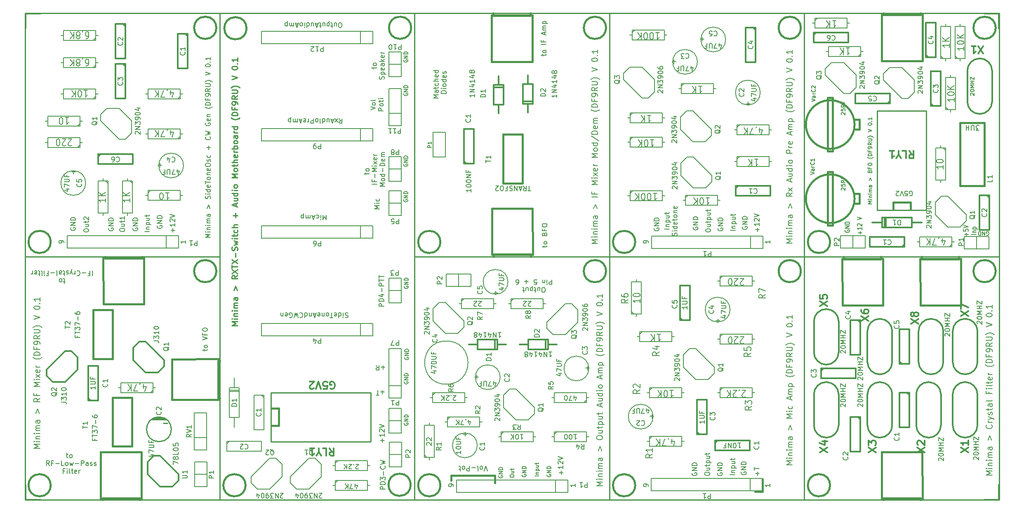
<source format=gto>
G75*
G71*
%MOMM*%
%OFA0B0*%
%FSLAX53Y53*%
%IPPOS*%
%LPD*%
%ADD17C,0.31750*%
%ADD25C,0.20000*%
%ADD31C,0.25400*%
%ADD40C,0.21082*%
%ADD41C,0.30480*%
%ADD42C,0.20066*%
%ADD46C,0.20320*%
%ADD48C,0.15240*%
%ADD50C,0.24892*%
%ADD55C,0.14986*%
%ADD56C,0.15000*%
%ADD77C,0.25000*%
%ADD80C,0.38100*%
X0000000Y0000000D02*
G01*
D56*
D42*
X0036786Y0030593D02*
X0036786Y0030975D01*
X0036452Y0030736D02*
X0037310Y0030736D01*
X0037405Y0030784D01*
X0037453Y0030879D01*
X0037453Y0030975D01*
X0037453Y0031451D02*
X0037405Y0031356D01*
X0037357Y0031308D01*
X0037262Y0031261D01*
X0036976Y0031261D01*
X0036881Y0031308D01*
X0036833Y0031356D01*
X0036786Y0031451D01*
X0036786Y0031594D01*
X0036833Y0031689D01*
X0036881Y0031737D01*
X0036976Y0031785D01*
X0037262Y0031785D01*
X0037357Y0031737D01*
X0037405Y0031689D01*
X0037453Y0031594D01*
X0037453Y0031451D01*
X0036452Y0032833D02*
X0037453Y0033167D01*
X0036452Y0033500D01*
X0036929Y0034167D02*
X0036929Y0033834D01*
X0037453Y0033834D02*
X0036452Y0033834D01*
X0036452Y0034310D01*
X0036452Y0034882D02*
X0036452Y0035073D01*
X0036500Y0035168D01*
X0036595Y0035264D01*
X0036786Y0035311D01*
X0037119Y0035311D01*
X0037310Y0035264D01*
X0037405Y0035168D01*
X0037453Y0035073D01*
X0037453Y0034882D01*
X0037405Y0034787D01*
X0037310Y0034692D01*
X0037119Y0034644D01*
X0036786Y0034644D01*
X0036595Y0034692D01*
X0036500Y0034787D01*
X0036452Y0034882D01*
X0008477Y0009317D02*
X0008859Y0009317D01*
X0008620Y0009651D02*
X0008620Y0008793D01*
X0008668Y0008698D01*
X0008763Y0008650D01*
X0008859Y0008650D01*
X0009335Y0008650D02*
X0009240Y0008698D01*
X0009192Y0008745D01*
X0009145Y0008841D01*
X0009145Y0009126D01*
X0009192Y0009222D01*
X0009240Y0009269D01*
X0009335Y0009317D01*
X0009478Y0009317D01*
X0009573Y0009269D01*
X0009621Y0009222D01*
X0009669Y0009126D01*
X0009669Y0008841D01*
X0009621Y0008745D01*
X0009573Y0008698D01*
X0009478Y0008650D01*
X0009335Y0008650D01*
X0004999Y0007048D02*
X0004665Y0007525D01*
X0004427Y0007048D02*
X0004427Y0008049D01*
X0004808Y0008049D01*
X0004903Y0008001D01*
X0004951Y0007954D01*
X0004999Y0007858D01*
X0004999Y0007715D01*
X0004951Y0007620D01*
X0004903Y0007572D01*
X0004808Y0007525D01*
X0004427Y0007525D01*
X0005761Y0007572D02*
X0005427Y0007572D01*
X0005427Y0007048D02*
X0005427Y0008049D01*
X0005904Y0008049D01*
X0006285Y0007429D02*
X0007048Y0007429D01*
X0008001Y0007048D02*
X0007524Y0007048D01*
X0007524Y0008049D01*
X0008477Y0007048D02*
X0008382Y0007096D01*
X0008334Y0007143D01*
X0008287Y0007239D01*
X0008287Y0007525D01*
X0008334Y0007620D01*
X0008382Y0007668D01*
X0008477Y0007715D01*
X0008620Y0007715D01*
X0008716Y0007668D01*
X0008763Y0007620D01*
X0008811Y0007525D01*
X0008811Y0007239D01*
X0008763Y0007143D01*
X0008716Y0007096D01*
X0008620Y0007048D01*
X0008477Y0007048D01*
X0009145Y0007715D02*
X0009335Y0007048D01*
X0009526Y0007525D01*
X0009716Y0007048D01*
X0009907Y0007715D01*
X0010288Y0007429D02*
X0011051Y0007429D01*
X0011527Y0007048D02*
X0011527Y0008049D01*
X0011909Y0008049D01*
X0012004Y0008001D01*
X0012052Y0007954D01*
X0012099Y0007858D01*
X0012099Y0007715D01*
X0012052Y0007620D01*
X0012004Y0007572D01*
X0011909Y0007525D01*
X0011527Y0007525D01*
X0012957Y0007048D02*
X0012957Y0007572D01*
X0012909Y0007668D01*
X0012814Y0007715D01*
X0012623Y0007715D01*
X0012528Y0007668D01*
X0012957Y0007096D02*
X0012862Y0007048D01*
X0012623Y0007048D01*
X0012528Y0007096D01*
X0012480Y0007191D01*
X0012480Y0007286D01*
X0012528Y0007382D01*
X0012623Y0007429D01*
X0012862Y0007429D01*
X0012957Y0007477D01*
X0013386Y0007096D02*
X0013481Y0007048D01*
X0013672Y0007048D01*
X0013767Y0007096D01*
X0013815Y0007191D01*
X0013815Y0007239D01*
X0013767Y0007334D01*
X0013672Y0007382D01*
X0013529Y0007382D01*
X0013434Y0007429D01*
X0013386Y0007525D01*
X0013386Y0007572D01*
X0013434Y0007668D01*
X0013529Y0007715D01*
X0013672Y0007715D01*
X0013767Y0007668D01*
X0014196Y0007096D02*
X0014291Y0007048D01*
X0014482Y0007048D01*
X0014577Y0007096D01*
X0014625Y0007191D01*
X0014625Y0007239D01*
X0014577Y0007334D01*
X0014482Y0007382D01*
X0014339Y0007382D01*
X0014244Y0007429D01*
X0014196Y0007525D01*
X0014196Y0007572D01*
X0014244Y0007668D01*
X0014339Y0007715D01*
X0014482Y0007715D01*
X0014577Y0007668D01*
X0008120Y0005971D02*
X0007786Y0005971D01*
X0007786Y0005446D02*
X0007786Y0006447D01*
X0008263Y0006447D01*
X0008644Y0005446D02*
X0008644Y0006114D01*
X0008644Y0006447D02*
X0008597Y0006400D01*
X0008644Y0006352D01*
X0008692Y0006400D01*
X0008644Y0006447D01*
X0008644Y0006352D01*
X0009264Y0005446D02*
X0009168Y0005494D01*
X0009121Y0005589D01*
X0009121Y0006447D01*
X0009502Y0006114D02*
X0009883Y0006114D01*
X0009645Y0006447D02*
X0009645Y0005589D01*
X0009693Y0005494D01*
X0009788Y0005446D01*
X0009883Y0005446D01*
X0010598Y0005494D02*
X0010503Y0005446D01*
X0010312Y0005446D01*
X0010217Y0005494D01*
X0010169Y0005589D01*
X0010169Y0005971D01*
X0010217Y0006066D01*
X0010312Y0006114D01*
X0010503Y0006114D01*
X0010598Y0006066D01*
X0010646Y0005971D01*
X0010646Y0005875D01*
X0010169Y0005780D01*
X0011075Y0005446D02*
X0011075Y0006114D01*
X0011075Y0005923D02*
X0011122Y0006018D01*
X0011170Y0006066D01*
X0011265Y0006114D01*
X0011361Y0006114D01*
D40*
X0008245Y0044779D02*
X0007864Y0044779D01*
X0008102Y0044445D02*
X0008102Y0045303D01*
X0008055Y0045398D01*
X0007959Y0045446D01*
X0007864Y0045446D01*
X0007388Y0045446D02*
X0007483Y0045398D01*
X0007531Y0045350D01*
X0007578Y0045255D01*
X0007578Y0044969D01*
X0007531Y0044874D01*
X0007483Y0044826D01*
X0007388Y0044779D01*
X0007245Y0044779D01*
X0007149Y0044826D01*
X0007102Y0044874D01*
X0007054Y0044969D01*
X0007054Y0045255D01*
X0007102Y0045350D01*
X0007149Y0045398D01*
X0007245Y0045446D01*
X0007388Y0045446D01*
X0013821Y0047058D02*
X0013821Y0046057D01*
X0013011Y0046533D02*
X0013345Y0046533D01*
X0013345Y0047058D02*
X0013345Y0046057D01*
X0012868Y0046057D01*
X0012487Y0046676D02*
X0011724Y0046676D01*
X0010676Y0046962D02*
X0010724Y0047010D01*
X0010866Y0047058D01*
X0010962Y0047058D01*
X0011105Y0047010D01*
X0011200Y0046915D01*
X0011248Y0046819D01*
X0011295Y0046629D01*
X0011295Y0046486D01*
X0011248Y0046295D01*
X0011200Y0046200D01*
X0011105Y0046105D01*
X0010962Y0046057D01*
X0010866Y0046057D01*
X0010724Y0046105D01*
X0010676Y0046152D01*
X0010247Y0047058D02*
X0010247Y0046390D01*
X0010247Y0046581D02*
X0010199Y0046486D01*
X0010152Y0046438D01*
X0010056Y0046390D01*
X0009961Y0046390D01*
X0009723Y0046390D02*
X0009484Y0047058D01*
X0009246Y0046390D02*
X0009484Y0047058D01*
X0009580Y0047296D01*
X0009627Y0047344D01*
X0009723Y0047391D01*
X0008913Y0047010D02*
X0008817Y0047058D01*
X0008627Y0047058D01*
X0008531Y0047010D01*
X0008484Y0046915D01*
X0008484Y0046867D01*
X0008531Y0046772D01*
X0008627Y0046724D01*
X0008770Y0046724D01*
X0008865Y0046676D01*
X0008913Y0046581D01*
X0008913Y0046533D01*
X0008865Y0046438D01*
X0008770Y0046390D01*
X0008627Y0046390D01*
X0008531Y0046438D01*
X0008198Y0046390D02*
X0007817Y0046390D01*
X0008055Y0046057D02*
X0008055Y0046915D01*
X0008007Y0047010D01*
X0007912Y0047058D01*
X0007817Y0047058D01*
X0007054Y0047058D02*
X0007054Y0046533D01*
X0007102Y0046438D01*
X0007197Y0046390D01*
X0007388Y0046390D01*
X0007483Y0046438D01*
X0007054Y0047010D02*
X0007149Y0047058D01*
X0007388Y0047058D01*
X0007483Y0047010D01*
X0007531Y0046915D01*
X0007531Y0046819D01*
X0007483Y0046724D01*
X0007388Y0046676D01*
X0007149Y0046676D01*
X0007054Y0046629D01*
X0006435Y0047058D02*
X0006530Y0047010D01*
X0006577Y0046915D01*
X0006577Y0046057D01*
X0006053Y0046676D02*
X0005291Y0046676D01*
X0004481Y0046533D02*
X0004814Y0046533D01*
X0004814Y0047058D02*
X0004814Y0046057D01*
X0004338Y0046057D01*
X0003956Y0047058D02*
X0003956Y0046390D01*
X0003956Y0046057D02*
X0004004Y0046105D01*
X0003956Y0046152D01*
X0003909Y0046105D01*
X0003956Y0046057D01*
X0003956Y0046152D01*
X0003337Y0047058D02*
X0003432Y0047010D01*
X0003480Y0046915D01*
X0003480Y0046057D01*
X0003099Y0046390D02*
X0002717Y0046390D01*
X0002956Y0046057D02*
X0002956Y0046915D01*
X0002908Y0047010D01*
X0002813Y0047058D01*
X0002717Y0047058D01*
X0002003Y0047010D02*
X0002098Y0047058D01*
X0002289Y0047058D01*
X0002384Y0047010D01*
X0002431Y0046915D01*
X0002431Y0046533D01*
X0002384Y0046438D01*
X0002289Y0046390D01*
X0002098Y0046390D01*
X0002003Y0046438D01*
X0001955Y0046533D01*
X0001955Y0046629D01*
X0002431Y0046724D01*
X0001526Y0047058D02*
X0001526Y0046390D01*
X0001526Y0046581D02*
X0001478Y0046486D01*
X0001431Y0046438D01*
X0001335Y0046390D01*
X0001240Y0046390D01*
D42*
X0003044Y0010601D02*
X0001845Y0010601D01*
X0002702Y0011000D01*
X0001845Y0011400D01*
X0003044Y0011400D01*
X0003044Y0011971D02*
X0002245Y0011971D01*
X0001845Y0011971D02*
X0001902Y0011914D01*
X0001959Y0011971D01*
X0001902Y0012028D01*
X0001845Y0011971D01*
X0001959Y0011971D01*
X0002245Y0012542D02*
X0003044Y0012542D01*
X0002359Y0012542D02*
X0002302Y0012599D01*
X0002245Y0012713D01*
X0002245Y0012884D01*
X0002302Y0012998D01*
X0002416Y0013056D01*
X0003044Y0013056D01*
X0003044Y0013626D02*
X0002245Y0013626D01*
X0001845Y0013626D02*
X0001902Y0013569D01*
X0001959Y0013626D01*
X0001902Y0013683D01*
X0001845Y0013626D01*
X0001959Y0013626D01*
X0003044Y0014197D02*
X0002245Y0014197D01*
X0002359Y0014197D02*
X0002302Y0014254D01*
X0002245Y0014369D01*
X0002245Y0014540D01*
X0002302Y0014654D01*
X0002416Y0014711D01*
X0003044Y0014711D01*
X0002416Y0014711D02*
X0002302Y0014768D01*
X0002245Y0014882D01*
X0002245Y0015054D01*
X0002302Y0015168D01*
X0002416Y0015225D01*
X0003044Y0015225D01*
X0003044Y0016310D02*
X0002416Y0016310D01*
X0002302Y0016253D01*
X0002245Y0016138D01*
X0002245Y0015910D01*
X0002302Y0015796D01*
X0002987Y0016310D02*
X0003044Y0016195D01*
X0003044Y0015910D01*
X0002987Y0015796D01*
X0002873Y0015739D01*
X0002759Y0015739D01*
X0002644Y0015796D01*
X0002587Y0015910D01*
X0002587Y0016195D01*
X0002530Y0016310D01*
X0002245Y0017794D02*
X0002587Y0018707D01*
X0002930Y0017794D01*
X0003044Y0020877D02*
X0002473Y0020477D01*
X0003044Y0020192D02*
X0001845Y0020192D01*
X0001845Y0020648D01*
X0001902Y0020763D01*
X0001959Y0020820D01*
X0002074Y0020877D01*
X0002245Y0020877D01*
X0002359Y0020820D01*
X0002416Y0020763D01*
X0002473Y0020648D01*
X0002473Y0020192D01*
X0002416Y0021790D02*
X0002416Y0021391D01*
X0003044Y0021391D02*
X0001845Y0021391D01*
X0001845Y0021961D01*
X0003044Y0023332D02*
X0001845Y0023332D01*
X0002702Y0023731D01*
X0001845Y0024131D01*
X0003044Y0024131D01*
X0003044Y0024702D02*
X0002245Y0024702D01*
X0001845Y0024702D02*
X0001902Y0024645D01*
X0001959Y0024702D01*
X0001902Y0024759D01*
X0001845Y0024702D01*
X0001959Y0024702D01*
X0003044Y0025158D02*
X0002245Y0025786D01*
X0002245Y0025158D02*
X0003044Y0025786D01*
X0002987Y0026700D02*
X0003044Y0026586D01*
X0003044Y0026357D01*
X0002987Y0026243D01*
X0002873Y0026186D01*
X0002416Y0026186D01*
X0002302Y0026243D01*
X0002245Y0026357D01*
X0002245Y0026586D01*
X0002302Y0026700D01*
X0002416Y0026757D01*
X0002530Y0026757D01*
X0002644Y0026186D01*
X0003044Y0027271D02*
X0002245Y0027271D01*
X0002473Y0027271D02*
X0002359Y0027328D01*
X0002302Y0027385D01*
X0002245Y0027499D01*
X0002245Y0027613D01*
X0003501Y0029269D02*
X0003444Y0029212D01*
X0003272Y0029098D01*
X0003158Y0029041D01*
X0002987Y0028983D01*
X0002702Y0028926D01*
X0002473Y0028926D01*
X0002188Y0028983D01*
X0002017Y0029041D01*
X0001902Y0029098D01*
X0001731Y0029212D01*
X0001674Y0029269D01*
X0003044Y0029726D02*
X0001845Y0029726D01*
X0001845Y0030011D01*
X0001902Y0030182D01*
X0002017Y0030297D01*
X0002131Y0030354D01*
X0002359Y0030411D01*
X0002530Y0030411D01*
X0002759Y0030354D01*
X0002873Y0030297D01*
X0002987Y0030182D01*
X0003044Y0030011D01*
X0003044Y0029726D01*
X0002416Y0031324D02*
X0002416Y0030925D01*
X0003044Y0030925D02*
X0001845Y0030925D01*
X0001845Y0031495D01*
X0003044Y0032009D02*
X0003044Y0032238D01*
X0002987Y0032352D01*
X0002930Y0032409D01*
X0002759Y0032523D01*
X0002530Y0032580D01*
X0002074Y0032580D01*
X0001959Y0032523D01*
X0001902Y0032466D01*
X0001845Y0032352D01*
X0001845Y0032123D01*
X0001902Y0032009D01*
X0001959Y0031952D01*
X0002074Y0031895D01*
X0002359Y0031895D01*
X0002473Y0031952D01*
X0002530Y0032009D01*
X0002587Y0032123D01*
X0002587Y0032352D01*
X0002530Y0032466D01*
X0002473Y0032523D01*
X0002359Y0032580D01*
X0003044Y0033779D02*
X0002473Y0033379D01*
X0003044Y0033094D02*
X0001845Y0033094D01*
X0001845Y0033551D01*
X0001902Y0033665D01*
X0001959Y0033722D01*
X0002074Y0033779D01*
X0002245Y0033779D01*
X0002359Y0033722D01*
X0002416Y0033665D01*
X0002473Y0033551D01*
X0002473Y0033094D01*
X0001845Y0034293D02*
X0002816Y0034293D01*
X0002930Y0034350D01*
X0002987Y0034407D01*
X0003044Y0034521D01*
X0003044Y0034750D01*
X0002987Y0034864D01*
X0002930Y0034921D01*
X0002816Y0034978D01*
X0001845Y0034978D01*
X0003501Y0035435D02*
X0003444Y0035492D01*
X0003272Y0035606D01*
X0003158Y0035663D01*
X0002987Y0035720D01*
X0002702Y0035777D01*
X0002473Y0035777D01*
X0002188Y0035720D01*
X0002017Y0035663D01*
X0001902Y0035606D01*
X0001731Y0035492D01*
X0001674Y0035435D01*
X0001845Y0037090D02*
X0003044Y0037490D01*
X0001845Y0037889D01*
X0001845Y0039431D02*
X0001845Y0039545D01*
X0001902Y0039659D01*
X0001959Y0039716D01*
X0002074Y0039773D01*
X0002302Y0039830D01*
X0002587Y0039830D01*
X0002816Y0039773D01*
X0002930Y0039716D01*
X0002987Y0039659D01*
X0003044Y0039545D01*
X0003044Y0039431D01*
X0002987Y0039317D01*
X0002930Y0039260D01*
X0002816Y0039203D01*
X0002587Y0039145D01*
X0002302Y0039145D01*
X0002074Y0039203D01*
X0001959Y0039260D01*
X0001902Y0039317D01*
X0001845Y0039431D01*
X0002930Y0040344D02*
X0002987Y0040401D01*
X0003044Y0040344D01*
X0002987Y0040287D01*
X0002930Y0040344D01*
X0003044Y0040344D01*
X0003044Y0041543D02*
X0003044Y0040858D01*
X0003044Y0041201D02*
X0001845Y0041201D01*
X0002017Y0041086D01*
X0002131Y0040972D01*
X0002188Y0040858D01*
D56*
X0034831Y0005300D02*
X0037371Y0005300D01*
X0034831Y0002760D02*
X0037371Y0002760D01*
X0037371Y0002760D02*
X0037371Y0005300D01*
X0037371Y0005300D02*
X0037371Y0007840D01*
X0037371Y0007840D02*
X0034831Y0007840D01*
X0034831Y0007840D02*
X0034831Y0002760D01*
D80*
X0037003Y0049286D02*
G75*
G03*
X0037003Y0049286I0000000J-002286D01*
G01*
X0003000Y0005286D02*
G75*
G03*
X0003000Y0005286I0000000J-002286D01*
G01*
X0018001Y0028999D02*
X0014003Y0028999D01*
X0014003Y0028999D02*
X0014003Y0039002D01*
X0014003Y0039002D02*
X0018001Y0039002D01*
X0018001Y0039002D02*
X0018001Y0028999D01*
X0018001Y0021001D02*
X0021999Y0021001D01*
X0021999Y0021001D02*
X0021999Y0010998D01*
X0021999Y0010998D02*
X0018001Y0010998D01*
X0018001Y0010998D02*
X0018001Y0021001D01*
D41*
X0028542Y0028730D02*
X0024732Y0032540D01*
X0024732Y0032540D02*
X0023462Y0032540D01*
X0023462Y0032540D02*
X0022192Y0031270D01*
X0022192Y0031270D02*
X0022192Y0028730D01*
X0022192Y0028730D02*
X0024732Y0026190D01*
X0024732Y0026190D02*
X0027272Y0026190D01*
X0027272Y0026190D02*
X0028542Y0027460D01*
X0028542Y0027460D02*
X0028542Y0028730D01*
D46*
X0026812Y0023000D02*
X0026304Y0023000D01*
X0019192Y0023000D02*
X0019700Y0023000D01*
X0019700Y0023000D02*
X0019700Y0021984D01*
X0019700Y0021984D02*
X0026304Y0021984D01*
X0026304Y0021984D02*
X0026304Y0024016D01*
X0026304Y0024016D02*
X0019700Y0024016D01*
X0019700Y0024016D02*
X0019700Y0023000D01*
X0026304Y0022492D02*
X0025796Y0021984D01*
D31*
X0028389Y0015771D02*
X0029278Y0015771D01*
X0028516Y0016787D02*
X0026484Y0016787D01*
X0026484Y0016787D02*
X0026484Y0016660D01*
X0026484Y0016660D02*
X0028516Y0016660D01*
X0025976Y0016533D02*
X0029024Y0016533D01*
X0027500Y0017041D02*
G75*
G03*
X0027500Y0017041I0000000J-002540D01*
G01*
D41*
X0012984Y0020445D02*
X0012984Y0027557D01*
X0012984Y0027557D02*
X0015016Y0027557D01*
X0015016Y0027557D02*
X0015016Y0020445D01*
X0015016Y0020445D02*
X0012984Y0020445D01*
X0013492Y0020445D02*
X0012984Y0020953D01*
X0031542Y0005230D02*
X0027732Y0009040D01*
X0027732Y0009040D02*
X0026462Y0009040D01*
X0026462Y0009040D02*
X0025192Y0007770D01*
X0025192Y0007770D02*
X0025192Y0005230D01*
X0025192Y0005230D02*
X0027732Y0002690D01*
X0027732Y0002690D02*
X0030272Y0002690D01*
X0030272Y0002690D02*
X0031542Y0003960D01*
X0031542Y0003960D02*
X0031542Y0005230D01*
X0008270Y0030541D02*
X0004460Y0026731D01*
X0004460Y0026731D02*
X0004460Y0025461D01*
X0004460Y0025461D02*
X0005730Y0024191D01*
X0005730Y0024191D02*
X0008270Y0024191D01*
X0008270Y0024191D02*
X0010810Y0026731D01*
X0010810Y0026731D02*
X0010810Y0029271D01*
X0010810Y0029271D02*
X0009540Y0030541D01*
X0009540Y0030541D02*
X0008270Y0030541D01*
D80*
X0030254Y0028895D02*
X0039753Y0028946D01*
X0039753Y0028946D02*
X0039753Y0020564D01*
X0039753Y0020564D02*
X0030203Y0020564D01*
X0030203Y0020564D02*
X0030203Y0028895D01*
X0039652Y0028565D02*
X0039652Y0020945D01*
X0039652Y0020945D02*
X0040000Y0020945D01*
X0052352Y0020945D02*
X0040000Y0028565D02*
X0039652Y0028565D01*
X0016106Y0040252D02*
X0016055Y0049751D01*
X0016055Y0049751D02*
X0024437Y0049751D01*
X0024437Y0049751D02*
X0024437Y0040201D01*
X0024437Y0040201D02*
X0016106Y0040201D01*
X0016436Y0049650D02*
X0024056Y0049650D01*
X0024056Y0049650D02*
X0024056Y0050000D01*
X0024056Y0062350D02*
X0016436Y0050000D02*
X0016436Y0049650D01*
X0023896Y0009749D02*
X0023947Y0000249D01*
X0023947Y0000249D02*
X0015565Y0000249D01*
X0015565Y0000249D02*
X0015565Y0009800D01*
X0015565Y0009800D02*
X0023896Y0009800D01*
X0023566Y0000351D02*
X0015946Y0000351D01*
X0015946Y0000351D02*
X0015946Y0000000D01*
X0015946Y-012349D02*
X0023566Y0000000D02*
X0023566Y0000351D01*
D56*
X0037271Y0012830D02*
X0037271Y0017910D01*
X0037271Y0017910D02*
X0034731Y0017910D01*
X0034731Y0017910D02*
X0034731Y0012830D01*
X0034731Y0010290D02*
X0034731Y0012830D01*
X0034731Y0012830D02*
X0037271Y0012830D01*
X0034731Y0010290D02*
X0037271Y0010290D01*
X0037271Y0010290D02*
X0037271Y0012830D01*
X0038753Y0004462D02*
X0037753Y0004462D01*
X0037753Y0004843D01*
X0037801Y0004938D01*
X0037849Y0004986D01*
X0037944Y0005033D01*
X0038087Y0005033D01*
X0038182Y0004986D01*
X0038230Y0004938D01*
X0038277Y0004843D01*
X0038277Y0004462D01*
X0038753Y0005986D02*
X0038753Y0005414D01*
X0038753Y0005700D02*
X0037753Y0005700D01*
X0037896Y0005605D01*
X0037991Y0005510D01*
X0038039Y0005414D01*
D42*
X0008253Y0035237D02*
X0008253Y0035809D01*
X0009254Y0035523D02*
X0008253Y0035523D01*
X0008348Y0036095D02*
X0008301Y0036143D01*
X0008253Y0036238D01*
X0008253Y0036476D01*
X0008301Y0036572D01*
X0008348Y0036619D01*
X0008444Y0036667D01*
X0008539Y0036667D01*
X0008682Y0036619D01*
X0009254Y0036047D01*
X0009254Y0036667D01*
X0010728Y0033712D02*
X0010728Y0033379D01*
X0011253Y0033379D02*
X0010252Y0033379D01*
X0010252Y0033855D01*
X0010252Y0034093D02*
X0010252Y0034665D01*
X0011253Y0034379D02*
X0010252Y0034379D01*
X0010252Y0034904D02*
X0010252Y0035523D01*
X0010633Y0035190D01*
X0010633Y0035333D01*
X0010681Y0035428D01*
X0010728Y0035475D01*
X0010824Y0035523D01*
X0011062Y0035523D01*
X0011157Y0035475D01*
X0011205Y0035428D01*
X0011253Y0035333D01*
X0011253Y0035047D01*
X0011205Y0034951D01*
X0011157Y0034904D01*
X0010252Y0035857D02*
X0010252Y0036524D01*
X0011253Y0036095D01*
X0010871Y0036905D02*
X0010871Y0037668D01*
X0010252Y0038573D02*
X0010252Y0038382D01*
X0010300Y0038287D01*
X0010347Y0038239D01*
X0010490Y0038144D01*
X0010681Y0038097D01*
X0011062Y0038097D01*
X0011157Y0038144D01*
X0011205Y0038192D01*
X0011253Y0038287D01*
X0011253Y0038478D01*
X0011205Y0038573D01*
X0011157Y0038621D01*
X0011062Y0038668D01*
X0010824Y0038668D01*
X0010728Y0038621D01*
X0010681Y0038573D01*
X0010633Y0038478D01*
X0010633Y0038287D01*
X0010681Y0038192D01*
X0010728Y0038144D01*
X0010824Y0038097D01*
X0011852Y0014638D02*
X0011852Y0015210D01*
X0012853Y0014924D02*
X0011852Y0014924D01*
X0012853Y0016067D02*
X0012853Y0015496D01*
X0012853Y0015782D02*
X0011852Y0015782D01*
X0011995Y0015686D01*
X0012090Y0015591D01*
X0012138Y0015496D01*
X0014330Y0012513D02*
X0014330Y0012180D01*
X0014854Y0012180D02*
X0013854Y0012180D01*
X0013854Y0012656D01*
X0013854Y0012895D02*
X0013854Y0013466D01*
X0014854Y0013181D02*
X0013854Y0013181D01*
X0013854Y0013705D02*
X0013854Y0014324D01*
X0014235Y0013991D01*
X0014235Y0014134D01*
X0014283Y0014229D01*
X0014330Y0014277D01*
X0014425Y0014324D01*
X0014664Y0014324D01*
X0014759Y0014277D01*
X0014807Y0014229D01*
X0014854Y0014134D01*
X0014854Y0013848D01*
X0014807Y0013752D01*
X0014759Y0013705D01*
X0013854Y0014658D02*
X0013854Y0015325D01*
X0014854Y0014896D01*
X0014473Y0015706D02*
X0014473Y0016469D01*
X0013854Y0017374D02*
X0013854Y0017184D01*
X0013901Y0017088D01*
X0013949Y0017041D01*
X0014092Y0016945D01*
X0014283Y0016898D01*
X0014664Y0016898D01*
X0014759Y0016945D01*
X0014807Y0016993D01*
X0014854Y0017088D01*
X0014854Y0017279D01*
X0014807Y0017374D01*
X0014759Y0017422D01*
X0014664Y0017470D01*
X0014425Y0017470D01*
X0014330Y0017422D01*
X0014283Y0017374D01*
X0014235Y0017279D01*
X0014235Y0017088D01*
X0014283Y0016993D01*
X0014330Y0016945D01*
X0014425Y0016898D01*
D46*
X0029558Y0031402D02*
X0029510Y0031305D01*
X0029413Y0031209D01*
X0029268Y0031063D01*
X0029219Y0030967D01*
X0029219Y0030870D01*
X0029461Y0030918D02*
X0029413Y0030821D01*
X0029316Y0030725D01*
X0029123Y0030676D01*
X0028784Y0030676D01*
X0028590Y0030725D01*
X0028494Y0030821D01*
X0028445Y0030918D01*
X0028445Y0031112D01*
X0028494Y0031209D01*
X0028590Y0031305D01*
X0028784Y0031354D01*
X0029123Y0031354D01*
X0029316Y0031305D01*
X0029413Y0031209D01*
X0029461Y0031112D01*
X0029461Y0030918D01*
X0029461Y0032321D02*
X0029461Y0031741D01*
X0029461Y0032031D02*
X0028445Y0032031D01*
X0028590Y0031934D01*
X0028687Y0031837D01*
X0028735Y0031741D01*
X0026446Y0032692D02*
X0027172Y0032692D01*
X0027317Y0032643D01*
X0027414Y0032547D01*
X0027462Y0032402D01*
X0027462Y0032305D01*
X0026446Y0033079D02*
X0026446Y0033708D01*
X0026833Y0033369D01*
X0026833Y0033514D01*
X0026882Y0033611D01*
X0026930Y0033659D01*
X0027027Y0033708D01*
X0027269Y0033708D01*
X0027365Y0033659D01*
X0027414Y0033611D01*
X0027462Y0033514D01*
X0027462Y0033224D01*
X0027414Y0033127D01*
X0027365Y0033079D01*
X0027462Y0034675D02*
X0027462Y0034095D01*
X0027462Y0034385D02*
X0026446Y0034385D01*
X0026591Y0034288D01*
X0026688Y0034192D01*
X0026737Y0034095D01*
X0026446Y0035304D02*
X0026446Y0035401D01*
X0026495Y0035498D01*
X0026543Y0035546D01*
X0026640Y0035595D01*
X0026833Y0035643D01*
X0027075Y0035643D01*
X0027269Y0035595D01*
X0027365Y0035546D01*
X0027414Y0035498D01*
X0027462Y0035401D01*
X0027462Y0035304D01*
X0027414Y0035208D01*
X0027365Y0035159D01*
X0027269Y0035111D01*
X0027075Y0035063D01*
X0026833Y0035063D01*
X0026640Y0035111D01*
X0026543Y0035159D01*
X0026495Y0035208D01*
X0026446Y0035304D01*
X0024302Y0022828D02*
X0024302Y0023759D01*
X0024605Y0022295D02*
X0024907Y0023293D01*
X0024121Y0023293D01*
X0023577Y0023692D02*
X0023577Y0023759D01*
X0023637Y0023892D01*
X0023698Y0023959D01*
X0023153Y0022362D02*
X0022307Y0022362D01*
X0022851Y0023759D01*
X0021823Y0023759D02*
X0021823Y0022362D01*
X0021097Y0023759D02*
X0021641Y0022961D01*
X0021097Y0022362D02*
X0021823Y0023160D01*
D42*
X0027858Y0018144D02*
X0027906Y0018097D01*
X0027953Y0017954D01*
X0027953Y0017858D01*
X0027906Y0017715D01*
X0027810Y0017620D01*
X0027715Y0017572D01*
X0027524Y0017525D01*
X0027381Y0017525D01*
X0027191Y0017572D01*
X0027095Y0017620D01*
X0027000Y0017715D01*
X0026952Y0017858D01*
X0026952Y0017954D01*
X0027000Y0018097D01*
X0027048Y0018144D01*
X0027048Y0018526D02*
X0027000Y0018573D01*
X0026952Y0018669D01*
X0026952Y0018907D01*
X0027000Y0019002D01*
X0027048Y0019050D01*
X0027143Y0019097D01*
X0027238Y0019097D01*
X0027381Y0019050D01*
X0027953Y0018478D01*
X0027953Y0019097D01*
X0025787Y0009262D02*
X0026455Y0009262D01*
X0025406Y0009023D02*
X0026121Y0008785D01*
X0026121Y0009405D01*
X0025454Y0009690D02*
X0025454Y0010358D01*
X0026455Y0009929D01*
X0025454Y0010739D02*
X0026264Y0010739D01*
X0026359Y0010787D01*
X0026407Y0010834D01*
X0026455Y0010930D01*
X0026455Y0011120D01*
X0026407Y0011215D01*
X0026359Y0011263D01*
X0026264Y0011311D01*
X0025454Y0011311D01*
X0025930Y0012121D02*
X0025930Y0011787D01*
X0026455Y0011787D02*
X0025454Y0011787D01*
X0025454Y0012264D01*
D46*
X0016865Y0023831D02*
X0016913Y0023783D01*
X0016962Y0023638D01*
X0016962Y0023541D01*
X0016913Y0023396D01*
X0016817Y0023299D01*
X0016720Y0023251D01*
X0016526Y0023202D01*
X0016381Y0023202D01*
X0016188Y0023251D01*
X0016091Y0023299D01*
X0015994Y0023396D01*
X0015946Y0023541D01*
X0015946Y0023638D01*
X0015994Y0023783D01*
X0016043Y0023831D01*
X0016962Y0024799D02*
X0016962Y0024218D01*
X0016962Y0024509D02*
X0015946Y0024509D01*
X0016091Y0024412D01*
X0016188Y0024315D01*
X0016236Y0024218D01*
X0014460Y0023323D02*
X0014460Y0022743D01*
X0014460Y0023033D02*
X0013444Y0023033D01*
X0013589Y0022936D01*
X0013686Y0022840D01*
X0013734Y0022743D01*
X0013444Y0023759D02*
X0014266Y0023759D01*
X0014363Y0023807D01*
X0014412Y0023856D01*
X0014460Y0023952D01*
X0014460Y0024146D01*
X0014412Y0024243D01*
X0014363Y0024291D01*
X0014266Y0024339D01*
X0013444Y0024339D01*
X0013928Y0025162D02*
X0013928Y0024823D01*
X0014460Y0024823D02*
X0013444Y0024823D01*
X0013444Y0025307D01*
X0032255Y0004456D02*
X0033078Y0004456D01*
X0033174Y0004504D01*
X0033223Y0004553D01*
X0033271Y0004650D01*
X0033271Y0004843D01*
X0033223Y0004940D01*
X0033174Y0004988D01*
X0033078Y0005037D01*
X0032255Y0005037D01*
X0033271Y0006053D02*
X0033271Y0005472D01*
X0033271Y0005762D02*
X0032255Y0005762D01*
X0032400Y0005666D01*
X0032497Y0005569D01*
X0032545Y0005472D01*
X0030444Y0007299D02*
X0030444Y0007976D01*
X0031460Y0007540D01*
X0030880Y0008508D02*
X0030831Y0008411D01*
X0030783Y0008363D01*
X0030686Y0008315D01*
X0030638Y0008315D01*
X0030541Y0008363D01*
X0030493Y0008411D01*
X0030444Y0008508D01*
X0030444Y0008702D01*
X0030493Y0008798D01*
X0030541Y0008847D01*
X0030638Y0008895D01*
X0030686Y0008895D01*
X0030783Y0008847D01*
X0030831Y0008798D01*
X0030880Y0008702D01*
X0030880Y0008508D01*
X0030928Y0008411D01*
X0030976Y0008363D01*
X0031073Y0008315D01*
X0031267Y0008315D01*
X0031363Y0008363D01*
X0031412Y0008411D01*
X0031460Y0008508D01*
X0031460Y0008702D01*
X0031412Y0008798D01*
X0031363Y0008847D01*
X0031267Y0008895D01*
X0031073Y0008895D01*
X0030976Y0008847D01*
X0030928Y0008798D01*
X0030880Y0008702D01*
X0031460Y0009814D02*
X0031460Y0009331D01*
X0030444Y0009331D01*
X0030444Y0010347D02*
X0030444Y0010443D01*
X0030493Y0010540D01*
X0030541Y0010588D01*
X0030638Y0010637D01*
X0030831Y0010685D01*
X0031073Y0010685D01*
X0031267Y0010637D01*
X0031363Y0010588D01*
X0031412Y0010540D01*
X0031460Y0010443D01*
X0031460Y0010347D01*
X0031412Y0010250D01*
X0031363Y0010201D01*
X0031267Y0010153D01*
X0031073Y0010105D01*
X0030831Y0010105D01*
X0030638Y0010153D01*
X0030541Y0010201D01*
X0030493Y0010250D01*
X0030444Y0010347D01*
X0030444Y0011604D02*
X0030444Y0011121D01*
X0030928Y0011072D01*
X0030880Y0011121D01*
X0030831Y0011217D01*
X0030831Y0011459D01*
X0030880Y0011556D01*
X0030928Y0011604D01*
X0031025Y0011653D01*
X0031267Y0011653D01*
X0031363Y0011604D01*
X0031412Y0011556D01*
X0031460Y0011459D01*
X0031460Y0011217D01*
X0031412Y0011121D01*
X0031363Y0011072D01*
X0006558Y0022103D02*
X0006510Y0022006D01*
X0006413Y0021910D01*
X0006268Y0021764D01*
X0006220Y0021668D01*
X0006220Y0021571D01*
X0006462Y0021619D02*
X0006413Y0021523D01*
X0006316Y0021426D01*
X0006123Y0021377D01*
X0005784Y0021377D01*
X0005591Y0021426D01*
X0005494Y0021523D01*
X0005446Y0021619D01*
X0005446Y0021813D01*
X0005494Y0021910D01*
X0005591Y0022006D01*
X0005784Y0022055D01*
X0006123Y0022055D01*
X0006316Y0022006D01*
X0006413Y0021910D01*
X0006462Y0021813D01*
X0006462Y0021619D01*
X0005542Y0022442D02*
X0005494Y0022490D01*
X0005446Y0022587D01*
X0005446Y0022829D01*
X0005494Y0022926D01*
X0005542Y0022974D01*
X0005639Y0023022D01*
X0005736Y0023022D01*
X0005881Y0022974D01*
X0006462Y0022393D01*
X0006462Y0023022D01*
X0007444Y0020093D02*
X0008170Y0020093D01*
X0008315Y0020045D01*
X0008412Y0019948D01*
X0008460Y0019803D01*
X0008460Y0019706D01*
X0007444Y0020481D02*
X0007444Y0021109D01*
X0007832Y0020771D01*
X0007832Y0020916D01*
X0007880Y0021013D01*
X0007928Y0021061D01*
X0008025Y0021109D01*
X0008267Y0021109D01*
X0008364Y0021061D01*
X0008412Y0021013D01*
X0008460Y0020916D01*
X0008460Y0020626D01*
X0008412Y0020529D01*
X0008364Y0020481D01*
X0008460Y0022077D02*
X0008460Y0021497D01*
X0008460Y0021787D02*
X0007444Y0021787D01*
X0007590Y0021690D01*
X0007686Y0021593D01*
X0007735Y0021497D01*
X0007444Y0022706D02*
X0007444Y0022803D01*
X0007493Y0022900D01*
X0007541Y0022948D01*
X0007638Y0022996D01*
X0007832Y0023045D01*
X0008073Y0023045D01*
X0008267Y0022996D01*
X0008364Y0022948D01*
X0008412Y0022900D01*
X0008460Y0022803D01*
X0008460Y0022706D01*
X0008412Y0022609D01*
X0008364Y0022561D01*
X0008267Y0022513D01*
X0008073Y0022464D01*
X0007832Y0022464D01*
X0007638Y0022513D01*
X0007541Y0022561D01*
X0007493Y0022609D01*
X0007444Y0022706D01*
D41*
D56*
X0034167Y0013505D02*
X0033691Y0013171D01*
X0034167Y0012933D02*
X0033167Y0012933D01*
X0033167Y0013314D01*
X0033215Y0013410D01*
X0033263Y0013457D01*
X0033358Y0013505D01*
X0033501Y0013505D01*
X0033596Y0013457D01*
X0033644Y0013410D01*
X0033691Y0013314D01*
X0033691Y0012933D01*
X0033167Y0013790D02*
X0034167Y0014124D01*
X0033167Y0014457D01*
X0034167Y0015314D02*
X0034167Y0014743D01*
X0034167Y0015029D02*
X0033167Y0015029D01*
X0033310Y0014933D01*
X0033405Y0014838D01*
X0033453Y0014743D01*
D77*
X0000000Y0000000D02*
G01*
D77*
D77*
X0040000Y0050000D02*
X0040000Y0049500D01*
X0000000Y0050000D02*
X0040000Y0050000D01*
X0000000Y0000000D02*
X0000000Y0050000D01*
X0040000Y0000000D02*
X0040000Y0050000D01*
X0000000Y0000000D02*
X0040000Y0000000D01*
X0000000Y0050000D02*
G01*
D56*
D42*
X0017201Y0055838D02*
X0017153Y0055742D01*
X0017153Y0055599D01*
X0017201Y0055456D01*
X0017296Y0055361D01*
X0017391Y0055313D01*
X0017582Y0055266D01*
X0017725Y0055266D01*
X0017915Y0055313D01*
X0018011Y0055361D01*
X0018106Y0055456D01*
X0018154Y0055599D01*
X0018154Y0055695D01*
X0018106Y0055838D01*
X0018058Y0055885D01*
X0017725Y0055885D01*
X0017725Y0055695D01*
X0018154Y0056314D02*
X0017153Y0056314D01*
X0018154Y0056886D01*
X0017153Y0056886D01*
X0018154Y0057362D02*
X0017153Y0057362D01*
X0017153Y0057601D01*
X0017201Y0057744D01*
X0017296Y0057839D01*
X0017391Y0057887D01*
X0017582Y0057934D01*
X0017725Y0057934D01*
X0017915Y0057887D01*
X0018011Y0057839D01*
X0018106Y0057744D01*
X0018154Y0057601D01*
X0018154Y0057362D01*
X0022201Y0055838D02*
X0022153Y0055742D01*
X0022153Y0055599D01*
X0022201Y0055456D01*
X0022296Y0055361D01*
X0022391Y0055313D01*
X0022582Y0055266D01*
X0022725Y0055266D01*
X0022915Y0055313D01*
X0023011Y0055361D01*
X0023106Y0055456D01*
X0023154Y0055599D01*
X0023154Y0055695D01*
X0023106Y0055838D01*
X0023058Y0055885D01*
X0022725Y0055885D01*
X0022725Y0055695D01*
X0023154Y0056314D02*
X0022153Y0056314D01*
X0023154Y0056886D01*
X0022153Y0056886D01*
X0023154Y0057362D02*
X0022153Y0057362D01*
X0022153Y0057601D01*
X0022201Y0057744D01*
X0022296Y0057839D01*
X0022391Y0057887D01*
X0022582Y0057934D01*
X0022725Y0057934D01*
X0022915Y0057887D01*
X0023011Y0057839D01*
X0023106Y0057744D01*
X0023154Y0057601D01*
X0023154Y0057362D01*
X0027201Y0056338D02*
X0027153Y0056242D01*
X0027153Y0056099D01*
X0027201Y0055956D01*
X0027296Y0055861D01*
X0027391Y0055813D01*
X0027582Y0055766D01*
X0027725Y0055766D01*
X0027915Y0055813D01*
X0028011Y0055861D01*
X0028106Y0055956D01*
X0028154Y0056099D01*
X0028154Y0056195D01*
X0028106Y0056338D01*
X0028058Y0056385D01*
X0027725Y0056385D01*
X0027725Y0056195D01*
X0028154Y0056814D02*
X0027153Y0056814D01*
X0028154Y0057386D01*
X0027153Y0057386D01*
X0028154Y0057862D02*
X0027153Y0057862D01*
X0027153Y0058101D01*
X0027201Y0058244D01*
X0027296Y0058339D01*
X0027391Y0058387D01*
X0027582Y0058434D01*
X0027725Y0058434D01*
X0027915Y0058387D01*
X0028011Y0058339D01*
X0028106Y0058244D01*
X0028154Y0058101D01*
X0028154Y0057862D01*
X0009401Y0055938D02*
X0009353Y0055842D01*
X0009353Y0055699D01*
X0009401Y0055556D01*
X0009496Y0055461D01*
X0009591Y0055413D01*
X0009782Y0055366D01*
X0009925Y0055366D01*
X0010115Y0055413D01*
X0010211Y0055461D01*
X0010306Y0055556D01*
X0010354Y0055699D01*
X0010354Y0055795D01*
X0010306Y0055938D01*
X0010258Y0055985D01*
X0009925Y0055985D01*
X0009925Y0055795D01*
X0010354Y0056414D02*
X0009353Y0056414D01*
X0010354Y0056986D01*
X0009353Y0056986D01*
X0010354Y0057462D02*
X0009353Y0057462D01*
X0009353Y0057701D01*
X0009401Y0057844D01*
X0009496Y0057939D01*
X0009591Y0057987D01*
X0009782Y0058034D01*
X0009925Y0058034D01*
X0010115Y0057987D01*
X0010211Y0057939D01*
X0010306Y0057844D01*
X0010354Y0057701D01*
X0010354Y0057462D01*
X0012053Y0055289D02*
X0012053Y0055480D01*
X0012101Y0055575D01*
X0012196Y0055671D01*
X0012387Y0055718D01*
X0012720Y0055718D01*
X0012911Y0055671D01*
X0013006Y0055575D01*
X0013054Y0055480D01*
X0013054Y0055289D01*
X0013006Y0055194D01*
X0012911Y0055099D01*
X0012720Y0055051D01*
X0012387Y0055051D01*
X0012196Y0055099D01*
X0012101Y0055194D01*
X0012053Y0055289D01*
X0012387Y0056576D02*
X0013054Y0056576D01*
X0012387Y0056147D02*
X0012911Y0056147D01*
X0013006Y0056195D01*
X0013054Y0056290D01*
X0013054Y0056433D01*
X0013006Y0056529D01*
X0012958Y0056576D01*
X0012387Y0056910D02*
X0012387Y0057291D01*
X0012053Y0057053D02*
X0012911Y0057053D01*
X0013006Y0057100D01*
X0013054Y0057196D01*
X0013054Y0057291D01*
X0012148Y0057577D02*
X0012101Y0057625D01*
X0012053Y0057720D01*
X0012053Y0057958D01*
X0012101Y0058053D01*
X0012148Y0058101D01*
X0012244Y0058149D01*
X0012339Y0058149D01*
X0012482Y0058101D01*
X0013054Y0057529D01*
X0013054Y0058149D01*
X0019453Y0055389D02*
X0019453Y0055580D01*
X0019501Y0055675D01*
X0019596Y0055771D01*
X0019787Y0055818D01*
X0020120Y0055818D01*
X0020311Y0055771D01*
X0020406Y0055675D01*
X0020454Y0055580D01*
X0020454Y0055389D01*
X0020406Y0055294D01*
X0020311Y0055199D01*
X0020120Y0055151D01*
X0019787Y0055151D01*
X0019596Y0055199D01*
X0019501Y0055294D01*
X0019453Y0055389D01*
X0019787Y0056676D02*
X0020454Y0056676D01*
X0019787Y0056247D02*
X0020311Y0056247D01*
X0020406Y0056295D01*
X0020454Y0056390D01*
X0020454Y0056533D01*
X0020406Y0056629D01*
X0020358Y0056676D01*
X0019787Y0057010D02*
X0019787Y0057391D01*
X0019453Y0057153D02*
X0020311Y0057153D01*
X0020406Y0057200D01*
X0020454Y0057296D01*
X0020454Y0057391D01*
X0020454Y0058249D02*
X0020454Y0057677D01*
X0020454Y0057963D02*
X0019453Y0057963D01*
X0019596Y0057868D01*
X0019691Y0057772D01*
X0019739Y0057677D01*
X0025554Y0055156D02*
X0024553Y0055156D01*
X0024887Y0055632D02*
X0025554Y0055632D01*
X0024982Y0055632D02*
X0024934Y0055680D01*
X0024887Y0055775D01*
X0024887Y0055918D01*
X0024934Y0056014D01*
X0025030Y0056061D01*
X0025554Y0056061D01*
X0024887Y0056538D02*
X0025887Y0056538D01*
X0024934Y0056538D02*
X0024887Y0056633D01*
X0024887Y0056824D01*
X0024934Y0056919D01*
X0024982Y0056967D01*
X0025077Y0057014D01*
X0025363Y0057014D01*
X0025458Y0056967D01*
X0025506Y0056919D01*
X0025554Y0056824D01*
X0025554Y0056633D01*
X0025506Y0056538D01*
X0024887Y0057872D02*
X0025554Y0057872D01*
X0024887Y0057443D02*
X0025411Y0057443D01*
X0025506Y0057491D01*
X0025554Y0057586D01*
X0025554Y0057729D01*
X0025506Y0057825D01*
X0025458Y0057872D01*
X0024887Y0058206D02*
X0024887Y0058587D01*
X0024553Y0058349D02*
X0025411Y0058349D01*
X0025506Y0058396D01*
X0025554Y0058492D01*
X0025554Y0058587D01*
X0030372Y0055037D02*
X0030372Y0055799D01*
X0030754Y0055418D02*
X0029991Y0055418D01*
X0030754Y0056800D02*
X0030754Y0056228D01*
X0030754Y0056514D02*
X0029753Y0056514D01*
X0029896Y0056419D01*
X0029991Y0056323D01*
X0030039Y0056228D01*
X0029848Y0057181D02*
X0029801Y0057229D01*
X0029753Y0057324D01*
X0029753Y0057562D01*
X0029801Y0057658D01*
X0029848Y0057705D01*
X0029944Y0057753D01*
X0030039Y0057753D01*
X0030182Y0057705D01*
X0030754Y0057134D01*
X0030754Y0057753D01*
X0029753Y0058039D02*
X0030754Y0058373D01*
X0029753Y0058706D01*
X0007953Y0052809D02*
X0007953Y0053000D01*
X0007906Y0053095D01*
X0007858Y0053143D01*
X0007715Y0053238D01*
X0007524Y0053286D01*
X0007143Y0053286D01*
X0007048Y0053238D01*
X0007000Y0053191D01*
X0006952Y0053095D01*
X0006952Y0052905D01*
X0007000Y0052809D01*
X0007048Y0052762D01*
X0007143Y0052714D01*
X0007381Y0052714D01*
X0007477Y0052762D01*
X0007524Y0052809D01*
X0007572Y0052905D01*
X0007572Y0053095D01*
X0007524Y0053191D01*
X0007477Y0053238D01*
X0007381Y0053286D01*
X0032954Y0053286D02*
X0032954Y0052714D01*
X0032954Y0053000D02*
X0031954Y0053000D01*
X0032097Y0052905D01*
X0032192Y0052809D01*
X0032240Y0052714D01*
X0038055Y0053904D02*
X0037054Y0053904D01*
X0037769Y0054238D01*
X0037054Y0054571D01*
X0038055Y0054571D01*
X0038055Y0055048D02*
X0037388Y0055048D01*
X0037054Y0055048D02*
X0037102Y0055000D01*
X0037149Y0055048D01*
X0037102Y0055095D01*
X0037054Y0055048D01*
X0037149Y0055048D01*
X0037388Y0055524D02*
X0038055Y0055524D01*
X0037483Y0055524D02*
X0037435Y0055572D01*
X0037388Y0055667D01*
X0037388Y0055810D01*
X0037435Y0055906D01*
X0037531Y0055953D01*
X0038055Y0055953D01*
X0038055Y0056430D02*
X0037388Y0056430D01*
X0037054Y0056430D02*
X0037102Y0056382D01*
X0037149Y0056430D01*
X0037102Y0056477D01*
X0037054Y0056430D01*
X0037149Y0056430D01*
X0038055Y0056906D02*
X0037388Y0056906D01*
X0037483Y0056906D02*
X0037435Y0056954D01*
X0037388Y0057049D01*
X0037388Y0057192D01*
X0037435Y0057288D01*
X0037531Y0057335D01*
X0038055Y0057335D01*
X0037531Y0057335D02*
X0037435Y0057383D01*
X0037388Y0057478D01*
X0037388Y0057621D01*
X0037435Y0057716D01*
X0037531Y0057764D01*
X0038055Y0057764D01*
X0038055Y0058670D02*
X0037531Y0058670D01*
X0037435Y0058622D01*
X0037388Y0058527D01*
X0037388Y0058336D01*
X0037435Y0058241D01*
X0038007Y0058670D02*
X0038055Y0058574D01*
X0038055Y0058336D01*
X0038007Y0058241D01*
X0037912Y0058193D01*
X0037816Y0058193D01*
X0037721Y0058241D01*
X0037674Y0058336D01*
X0037674Y0058574D01*
X0037626Y0058670D01*
X0037388Y0059909D02*
X0037674Y0060671D01*
X0037959Y0059909D01*
X0038007Y0061862D02*
X0038055Y0062005D01*
X0038055Y0062244D01*
X0038007Y0062339D01*
X0037959Y0062387D01*
X0037864Y0062434D01*
X0037769Y0062434D01*
X0037674Y0062387D01*
X0037626Y0062339D01*
X0037578Y0062244D01*
X0037531Y0062053D01*
X0037483Y0061958D01*
X0037435Y0061910D01*
X0037340Y0061862D01*
X0037245Y0061862D01*
X0037149Y0061910D01*
X0037102Y0061958D01*
X0037054Y0062053D01*
X0037054Y0062291D01*
X0037102Y0062434D01*
X0038055Y0062863D02*
X0037388Y0062863D01*
X0037054Y0062863D02*
X0037102Y0062816D01*
X0037149Y0062863D01*
X0037102Y0062911D01*
X0037054Y0062863D01*
X0037149Y0062863D01*
X0038055Y0063769D02*
X0037054Y0063769D01*
X0038007Y0063769D02*
X0038055Y0063673D01*
X0038055Y0063483D01*
X0038007Y0063387D01*
X0037959Y0063340D01*
X0037864Y0063292D01*
X0037578Y0063292D01*
X0037483Y0063340D01*
X0037435Y0063387D01*
X0037388Y0063483D01*
X0037388Y0063673D01*
X0037435Y0063769D01*
X0038007Y0064626D02*
X0038055Y0064531D01*
X0038055Y0064341D01*
X0038007Y0064245D01*
X0037912Y0064198D01*
X0037531Y0064198D01*
X0037435Y0064245D01*
X0037388Y0064341D01*
X0037388Y0064531D01*
X0037435Y0064626D01*
X0037531Y0064674D01*
X0037626Y0064674D01*
X0037721Y0064198D01*
X0037054Y0064960D02*
X0037054Y0065532D01*
X0038055Y0065246D02*
X0037054Y0065246D01*
X0038055Y0066008D02*
X0038007Y0065913D01*
X0037959Y0065865D01*
X0037864Y0065818D01*
X0037578Y0065818D01*
X0037483Y0065865D01*
X0037435Y0065913D01*
X0037388Y0066008D01*
X0037388Y0066151D01*
X0037435Y0066247D01*
X0037483Y0066294D01*
X0037578Y0066342D01*
X0037864Y0066342D01*
X0037959Y0066294D01*
X0038007Y0066247D01*
X0038055Y0066151D01*
X0038055Y0066008D01*
X0037388Y0066771D02*
X0038055Y0066771D01*
X0037483Y0066771D02*
X0037435Y0066819D01*
X0037388Y0066914D01*
X0037388Y0067057D01*
X0037435Y0067152D01*
X0037531Y0067200D01*
X0038055Y0067200D01*
X0038007Y0068058D02*
X0038055Y0067962D01*
X0038055Y0067772D01*
X0038007Y0067676D01*
X0037912Y0067629D01*
X0037531Y0067629D01*
X0037435Y0067676D01*
X0037388Y0067772D01*
X0037388Y0067962D01*
X0037435Y0068058D01*
X0037531Y0068105D01*
X0037626Y0068105D01*
X0037721Y0067629D01*
X0037054Y0068725D02*
X0037054Y0068915D01*
X0037102Y0069011D01*
X0037197Y0069106D01*
X0037388Y0069154D01*
X0037721Y0069154D01*
X0037912Y0069106D01*
X0038007Y0069011D01*
X0038055Y0068915D01*
X0038055Y0068725D01*
X0038007Y0068629D01*
X0037912Y0068534D01*
X0037721Y0068487D01*
X0037388Y0068487D01*
X0037197Y0068534D01*
X0037102Y0068629D01*
X0037054Y0068725D01*
X0038007Y0069535D02*
X0038055Y0069630D01*
X0038055Y0069821D01*
X0038007Y0069916D01*
X0037912Y0069964D01*
X0037864Y0069964D01*
X0037769Y0069916D01*
X0037721Y0069821D01*
X0037721Y0069678D01*
X0037674Y0069583D01*
X0037578Y0069535D01*
X0037531Y0069535D01*
X0037435Y0069583D01*
X0037388Y0069678D01*
X0037388Y0069821D01*
X0037435Y0069916D01*
X0038007Y0070822D02*
X0038055Y0070726D01*
X0038055Y0070536D01*
X0038007Y0070440D01*
X0037959Y0070393D01*
X0037864Y0070345D01*
X0037578Y0070345D01*
X0037483Y0070393D01*
X0037435Y0070440D01*
X0037388Y0070536D01*
X0037388Y0070726D01*
X0037435Y0070822D01*
X0037674Y0072013D02*
X0037674Y0072775D01*
X0038055Y0072394D02*
X0037292Y0072394D01*
X0037959Y0074586D02*
X0038007Y0074539D01*
X0038055Y0074396D01*
X0038055Y0074300D01*
X0038007Y0074157D01*
X0037912Y0074062D01*
X0037816Y0074015D01*
X0037626Y0073967D01*
X0037483Y0073967D01*
X0037292Y0074015D01*
X0037197Y0074062D01*
X0037102Y0074157D01*
X0037054Y0074300D01*
X0037054Y0074396D01*
X0037102Y0074539D01*
X0037149Y0074586D01*
X0037054Y0074920D02*
X0038055Y0075158D01*
X0037340Y0075349D01*
X0038055Y0075539D01*
X0037054Y0075778D01*
X0037102Y0077446D02*
X0037054Y0077350D01*
X0037054Y0077207D01*
X0037102Y0077064D01*
X0037197Y0076969D01*
X0037292Y0076921D01*
X0037483Y0076874D01*
X0037626Y0076874D01*
X0037816Y0076921D01*
X0037912Y0076969D01*
X0038007Y0077064D01*
X0038055Y0077207D01*
X0038055Y0077303D01*
X0038007Y0077446D01*
X0037959Y0077493D01*
X0037626Y0077493D01*
X0037626Y0077303D01*
X0038007Y0078303D02*
X0038055Y0078208D01*
X0038055Y0078018D01*
X0038007Y0077922D01*
X0037912Y0077875D01*
X0037531Y0077875D01*
X0037435Y0077922D01*
X0037388Y0078018D01*
X0037388Y0078208D01*
X0037435Y0078303D01*
X0037531Y0078351D01*
X0037626Y0078351D01*
X0037721Y0077875D01*
X0037388Y0078780D02*
X0038055Y0078780D01*
X0037483Y0078780D02*
X0037435Y0078828D01*
X0037388Y0078923D01*
X0037388Y0079066D01*
X0037435Y0079161D01*
X0037531Y0079209D01*
X0038055Y0079209D01*
X0038436Y0080734D02*
X0038388Y0080686D01*
X0038245Y0080591D01*
X0038150Y0080543D01*
X0038007Y0080496D01*
X0037769Y0080448D01*
X0037578Y0080448D01*
X0037340Y0080496D01*
X0037197Y0080543D01*
X0037102Y0080591D01*
X0036959Y0080686D01*
X0036911Y0080734D01*
X0038055Y0081115D02*
X0037054Y0081115D01*
X0037054Y0081353D01*
X0037102Y0081496D01*
X0037197Y0081592D01*
X0037292Y0081639D01*
X0037483Y0081687D01*
X0037626Y0081687D01*
X0037816Y0081639D01*
X0037912Y0081592D01*
X0038007Y0081496D01*
X0038055Y0081353D01*
X0038055Y0081115D01*
X0037531Y0082449D02*
X0037531Y0082116D01*
X0038055Y0082116D02*
X0037054Y0082116D01*
X0037054Y0082592D01*
X0038055Y0083021D02*
X0038055Y0083212D01*
X0038007Y0083307D01*
X0037959Y0083355D01*
X0037816Y0083450D01*
X0037626Y0083498D01*
X0037245Y0083498D01*
X0037149Y0083450D01*
X0037102Y0083403D01*
X0037054Y0083307D01*
X0037054Y0083117D01*
X0037102Y0083021D01*
X0037149Y0082974D01*
X0037245Y0082926D01*
X0037483Y0082926D01*
X0037578Y0082974D01*
X0037626Y0083021D01*
X0037674Y0083117D01*
X0037674Y0083307D01*
X0037626Y0083403D01*
X0037578Y0083450D01*
X0037483Y0083498D01*
X0038055Y0084499D02*
X0037578Y0084165D01*
X0038055Y0083927D02*
X0037054Y0083927D01*
X0037054Y0084308D01*
X0037102Y0084403D01*
X0037149Y0084451D01*
X0037245Y0084499D01*
X0037388Y0084499D01*
X0037483Y0084451D01*
X0037531Y0084403D01*
X0037578Y0084308D01*
X0037578Y0083927D01*
X0037054Y0084928D02*
X0037864Y0084928D01*
X0037959Y0084975D01*
X0038007Y0085023D01*
X0038055Y0085118D01*
X0038055Y0085309D01*
X0038007Y0085404D01*
X0037959Y0085452D01*
X0037864Y0085499D01*
X0037054Y0085499D01*
X0038436Y0085881D02*
X0038388Y0085928D01*
X0038245Y0086024D01*
X0038150Y0086071D01*
X0038007Y0086119D01*
X0037769Y0086167D01*
X0037578Y0086167D01*
X0037340Y0086119D01*
X0037197Y0086071D01*
X0037102Y0086024D01*
X0036959Y0085928D01*
X0036911Y0085881D01*
X0037054Y0087263D02*
X0038055Y0087596D01*
X0037054Y0087930D01*
X0037054Y0089217D02*
X0037054Y0089312D01*
X0037102Y0089407D01*
X0037149Y0089455D01*
X0037245Y0089502D01*
X0037435Y0089550D01*
X0037674Y0089550D01*
X0037864Y0089502D01*
X0037959Y0089455D01*
X0038007Y0089407D01*
X0038055Y0089312D01*
X0038055Y0089217D01*
X0038007Y0089121D01*
X0037959Y0089074D01*
X0037864Y0089026D01*
X0037674Y0088978D01*
X0037435Y0088978D01*
X0037245Y0089026D01*
X0037149Y0089074D01*
X0037102Y0089121D01*
X0037054Y0089217D01*
X0037959Y0089979D02*
X0038007Y0090027D01*
X0038055Y0089979D01*
X0038007Y0089931D01*
X0037959Y0089979D01*
X0038055Y0089979D01*
X0038055Y0090980D02*
X0038055Y0090408D01*
X0038055Y0090694D02*
X0037054Y0090694D01*
X0037197Y0090599D01*
X0037292Y0090503D01*
X0037340Y0090408D01*
D80*
X0037003Y0099286D02*
G75*
G03*
X0037003Y0099286I0000000J-002286D01*
G01*
X0003000Y0055286D02*
G75*
G03*
X0003000Y0055286I0000000J-002286D01*
G01*
D46*
X0015011Y0083401D02*
X0014503Y0083401D01*
X0007391Y0083401D02*
X0007899Y0083401D01*
X0007899Y0083401D02*
X0007899Y0082385D01*
X0007899Y0082385D02*
X0014503Y0082385D01*
X0014503Y0082385D02*
X0014503Y0084417D01*
X0014503Y0084417D02*
X0007899Y0084417D01*
X0007899Y0084417D02*
X0007899Y0083401D01*
X0014503Y0082893D02*
X0013995Y0082385D01*
X0011811Y0077801D02*
X0011303Y0077801D01*
X0004191Y0077801D02*
X0004699Y0077801D01*
X0004699Y0077801D02*
X0004699Y0076785D01*
X0004699Y0076785D02*
X0011303Y0076785D01*
X0011303Y0076785D02*
X0011303Y0078817D01*
X0011303Y0078817D02*
X0004699Y0078817D01*
X0004699Y0078817D02*
X0004699Y0077801D01*
X0011303Y0077293D02*
X0010795Y0076785D01*
X0024790Y0062601D02*
X0025298Y0062601D01*
X0032410Y0062601D02*
X0031902Y0062601D01*
X0031902Y0062601D02*
X0031902Y0063617D01*
X0031902Y0063617D02*
X0025298Y0063617D01*
X0025298Y0063617D02*
X0025298Y0061585D01*
X0025298Y0061585D02*
X0031902Y0061585D01*
X0031902Y0061585D02*
X0031902Y0062601D01*
X0025298Y0063109D02*
X0025806Y0063617D01*
X0032408Y0075200D02*
X0031900Y0075200D01*
X0024788Y0075200D02*
X0025296Y0075200D01*
X0025296Y0075200D02*
X0025296Y0074184D01*
X0025296Y0074184D02*
X0031900Y0074184D01*
X0031900Y0074184D02*
X0031900Y0076216D01*
X0031900Y0076216D02*
X0025296Y0076216D01*
X0025296Y0076216D02*
X0025296Y0075200D01*
X0031900Y0074692D02*
X0031392Y0074184D01*
X0015011Y0095400D02*
X0014503Y0095400D01*
X0007391Y0095400D02*
X0007899Y0095400D01*
X0007899Y0095400D02*
X0007899Y0094384D01*
X0007899Y0094384D02*
X0014503Y0094384D01*
X0014503Y0094384D02*
X0014503Y0096416D01*
X0014503Y0096416D02*
X0007899Y0096416D01*
X0007899Y0096416D02*
X0007899Y0095400D01*
X0014503Y0094892D02*
X0013995Y0094384D01*
X0015011Y0089800D02*
X0014503Y0089800D01*
X0007391Y0089800D02*
X0007899Y0089800D01*
X0007899Y0089800D02*
X0007899Y0088784D01*
X0007899Y0088784D02*
X0014503Y0088784D01*
X0014503Y0088784D02*
X0014503Y0090816D01*
X0014503Y0090816D02*
X0007899Y0090816D01*
X0007899Y0090816D02*
X0007899Y0089800D01*
X0014503Y0089292D02*
X0013995Y0088784D01*
X0011811Y0073399D02*
X0011303Y0073399D01*
X0004191Y0073399D02*
X0004699Y0073399D01*
X0004699Y0073399D02*
X0004699Y0072383D01*
X0004699Y0072383D02*
X0011303Y0072383D01*
X0011303Y0072383D02*
X0011303Y0074415D01*
X0011303Y0074415D02*
X0004699Y0074415D01*
X0004699Y0074415D02*
X0004699Y0073399D01*
X0011303Y0072891D02*
X0010795Y0072383D01*
X0032410Y0083401D02*
X0031902Y0083401D01*
X0024790Y0083401D02*
X0025298Y0083401D01*
X0025298Y0083401D02*
X0025298Y0082385D01*
X0025298Y0082385D02*
X0031902Y0082385D01*
X0031902Y0082385D02*
X0031902Y0084417D01*
X0031902Y0084417D02*
X0025298Y0084417D01*
X0025298Y0084417D02*
X0025298Y0083401D01*
X0031902Y0082893D02*
X0031394Y0082385D01*
X0016002Y0066010D02*
X0016002Y0065502D01*
X0016002Y0058390D02*
X0016002Y0058898D01*
X0016002Y0058898D02*
X0017018Y0058898D01*
X0017018Y0058898D02*
X0017018Y0065502D01*
X0017018Y0065502D02*
X0014986Y0065502D01*
X0014986Y0065502D02*
X0014986Y0058898D01*
X0014986Y0058898D02*
X0016002Y0058898D01*
X0016510Y0065502D02*
X0017018Y0064994D01*
X0021001Y0066010D02*
X0021001Y0065502D01*
X0021001Y0058390D02*
X0021001Y0058898D01*
X0021001Y0058898D02*
X0022017Y0058898D01*
X0022017Y0058898D02*
X0022017Y0065502D01*
X0022017Y0065502D02*
X0019985Y0065502D01*
X0019985Y0065502D02*
X0019985Y0058898D01*
X0019985Y0058898D02*
X0021001Y0058898D01*
X0021509Y0065502D02*
X0022017Y0064994D01*
D41*
X0020615Y0097757D02*
X0020615Y0090645D01*
X0020615Y0090645D02*
X0018583Y0090645D01*
X0018583Y0090645D02*
X0018583Y0097757D01*
X0018583Y0097757D02*
X0020615Y0097757D01*
X0020107Y0097757D02*
X0020615Y0097249D01*
X0020617Y0089558D02*
X0020617Y0082446D01*
X0020617Y0082446D02*
X0018585Y0082446D01*
X0018585Y0082446D02*
X0018585Y0089558D01*
X0018585Y0089558D02*
X0020617Y0089558D01*
X0020109Y0089558D02*
X0020617Y0089050D01*
X0033416Y0095756D02*
X0033416Y0088644D01*
X0033416Y0088644D02*
X0031384Y0088644D01*
X0031384Y0088644D02*
X0031384Y0095756D01*
X0031384Y0095756D02*
X0033416Y0095756D01*
X0032908Y0095756D02*
X0033416Y0095248D01*
X0015044Y0071016D02*
X0022156Y0071016D01*
X0022156Y0071016D02*
X0022156Y0068984D01*
X0022156Y0068984D02*
X0015044Y0068984D01*
X0015044Y0068984D02*
X0015044Y0071016D01*
X0015044Y0070508D02*
X0015552Y0071016D01*
D56*
X0028991Y0051730D02*
X0008671Y0051730D01*
X0008671Y0051730D02*
X0008671Y0054270D01*
X0008671Y0054270D02*
X0028991Y0054270D01*
X0031531Y0051730D02*
X0028991Y0051730D01*
X0028991Y0051730D02*
X0028991Y0054270D01*
X0031531Y0051730D02*
X0031531Y0054270D01*
X0031531Y0054270D02*
X0028991Y0054270D01*
X0030001Y0071243D02*
G75*
G03*
X0030001Y0071243I0000000J-002543D01*
G01*
X0009901Y0067643D02*
G75*
G03*
X0009901Y0067643I0000000J-002543D01*
G01*
X0015561Y0077870D02*
X0019371Y0074060D01*
X0019371Y0074060D02*
X0020641Y0074060D01*
X0020641Y0074060D02*
X0021911Y0075330D01*
X0021911Y0075330D02*
X0021911Y0077870D01*
X0021911Y0077870D02*
X0019371Y0080410D01*
X0019371Y0080410D02*
X0016831Y0080410D01*
X0016831Y0080410D02*
X0015561Y0079140D01*
X0015561Y0079140D02*
X0015561Y0077870D01*
D46*
X0012078Y0084160D02*
X0012804Y0084160D01*
X0012441Y0084160D02*
X0012441Y0082763D01*
X0012562Y0082963D01*
X0012683Y0083096D01*
X0012804Y0083162D01*
X0011292Y0082763D02*
X0011171Y0082763D01*
X0011050Y0082830D01*
X0010990Y0082896D01*
X0010929Y0083029D01*
X0010869Y0083295D01*
X0010869Y0083628D01*
X0010929Y0083894D01*
X0010990Y0084027D01*
X0011050Y0084094D01*
X0011171Y0084160D01*
X0011292Y0084160D01*
X0011413Y0084094D01*
X0011473Y0084027D01*
X0011534Y0083894D01*
X0011594Y0083628D01*
X0011594Y0083295D01*
X0011534Y0083029D01*
X0011473Y0082896D01*
X0011413Y0082830D01*
X0011292Y0082763D01*
X0010324Y0084160D02*
X0010324Y0082763D01*
X0009599Y0084160D02*
X0010143Y0083362D01*
X0009599Y0082763D02*
X0010324Y0083562D01*
X0008243Y0078560D02*
X0008968Y0078560D01*
X0008606Y0078560D02*
X0008606Y0077163D01*
X0008727Y0077362D01*
X0008848Y0077495D01*
X0008968Y0077562D01*
X0007457Y0077163D02*
X0007336Y0077163D01*
X0007215Y0077229D01*
X0007154Y0077296D01*
X0007094Y0077429D01*
X0007033Y0077695D01*
X0007033Y0078027D01*
X0007094Y0078293D01*
X0007154Y0078426D01*
X0007215Y0078493D01*
X0007336Y0078560D01*
X0007457Y0078560D01*
X0007578Y0078493D01*
X0007638Y0078426D01*
X0007698Y0078293D01*
X0007759Y0078027D01*
X0007759Y0077695D01*
X0007698Y0077429D01*
X0007638Y0077296D01*
X0007578Y0077229D01*
X0007457Y0077163D01*
X0028842Y0063106D02*
X0029568Y0063106D01*
X0029205Y0063106D02*
X0029205Y0061709D01*
X0029326Y0061909D01*
X0029447Y0062042D01*
X0029568Y0062108D01*
X0028056Y0061709D02*
X0027935Y0061709D01*
X0027814Y0061776D01*
X0027754Y0061842D01*
X0027693Y0061975D01*
X0027633Y0062241D01*
X0027633Y0062574D01*
X0027693Y0062840D01*
X0027754Y0062973D01*
X0027814Y0063040D01*
X0027935Y0063106D01*
X0028056Y0063106D01*
X0028177Y0063040D01*
X0028237Y0062973D01*
X0028298Y0062840D01*
X0028358Y0062574D01*
X0028358Y0062241D01*
X0028298Y0061975D01*
X0028237Y0061842D01*
X0028177Y0061776D01*
X0028056Y0061709D01*
X0029898Y0075027D02*
X0029898Y0075959D01*
X0030200Y0074495D02*
X0030503Y0075493D01*
X0029717Y0075493D01*
X0029172Y0075892D02*
X0029172Y0075959D01*
X0029233Y0076092D01*
X0029293Y0076158D01*
X0028749Y0074562D02*
X0027902Y0074562D01*
X0028447Y0075959D01*
X0027418Y0075959D02*
X0027418Y0074562D01*
X0026693Y0075959D02*
X0027237Y0075160D01*
X0026693Y0074562D02*
X0027418Y0075360D01*
X0012502Y0094762D02*
X0012743Y0094762D01*
X0012864Y0094829D01*
X0012925Y0094895D01*
X0013046Y0095095D01*
X0013106Y0095361D01*
X0013106Y0095893D01*
X0013046Y0096026D01*
X0012985Y0096093D01*
X0012864Y0096159D01*
X0012622Y0096159D01*
X0012502Y0096093D01*
X0012441Y0096026D01*
X0012381Y0095893D01*
X0012381Y0095560D01*
X0012441Y0095427D01*
X0012502Y0095361D01*
X0012622Y0095294D01*
X0012864Y0095294D01*
X0012985Y0095361D01*
X0013046Y0095427D01*
X0013106Y0095560D01*
X0011776Y0096093D02*
X0011776Y0096159D01*
X0011836Y0096292D01*
X0011897Y0096359D01*
X0011050Y0095361D02*
X0011171Y0095294D01*
X0011232Y0095228D01*
X0011292Y0095095D01*
X0011292Y0095028D01*
X0011232Y0094895D01*
X0011171Y0094829D01*
X0011050Y0094762D01*
X0010808Y0094762D01*
X0010687Y0094829D01*
X0010627Y0094895D01*
X0010566Y0095028D01*
X0010566Y0095095D01*
X0010627Y0095228D01*
X0010687Y0095294D01*
X0010808Y0095361D01*
X0011050Y0095361D01*
X0011171Y0095427D01*
X0011232Y0095494D01*
X0011292Y0095627D01*
X0011292Y0095893D01*
X0011232Y0096026D01*
X0011171Y0096093D01*
X0011050Y0096159D01*
X0010808Y0096159D01*
X0010687Y0096093D01*
X0010627Y0096026D01*
X0010566Y0095893D01*
X0010566Y0095627D01*
X0010627Y0095494D01*
X0010687Y0095427D01*
X0010808Y0095361D01*
X0010022Y0096159D02*
X0010022Y0094762D01*
X0009296Y0096159D02*
X0009841Y0095361D01*
X0009296Y0094762D02*
X0010022Y0095560D01*
X0012502Y0089162D02*
X0012743Y0089162D01*
X0012864Y0089228D01*
X0012925Y0089295D01*
X0013046Y0089494D01*
X0013106Y0089760D01*
X0013106Y0090292D01*
X0013046Y0090425D01*
X0012985Y0090492D01*
X0012864Y0090559D01*
X0012622Y0090559D01*
X0012502Y0090492D01*
X0012441Y0090425D01*
X0012381Y0090292D01*
X0012381Y0089960D01*
X0012441Y0089827D01*
X0012502Y0089760D01*
X0012622Y0089694D01*
X0012864Y0089694D01*
X0012985Y0089760D01*
X0013046Y0089827D01*
X0013106Y0089960D01*
X0011776Y0090492D02*
X0011776Y0090559D01*
X0011836Y0090692D01*
X0011897Y0090758D01*
X0011050Y0089760D02*
X0011171Y0089694D01*
X0011232Y0089627D01*
X0011292Y0089494D01*
X0011292Y0089428D01*
X0011232Y0089295D01*
X0011171Y0089228D01*
X0011050Y0089162D01*
X0010808Y0089162D01*
X0010687Y0089228D01*
X0010627Y0089295D01*
X0010566Y0089428D01*
X0010566Y0089494D01*
X0010627Y0089627D01*
X0010687Y0089694D01*
X0010808Y0089760D01*
X0011050Y0089760D01*
X0011171Y0089827D01*
X0011232Y0089893D01*
X0011292Y0090026D01*
X0011292Y0090292D01*
X0011232Y0090425D01*
X0011171Y0090492D01*
X0011050Y0090559D01*
X0010808Y0090559D01*
X0010687Y0090492D01*
X0010627Y0090425D01*
X0010566Y0090292D01*
X0010566Y0090026D01*
X0010627Y0089893D01*
X0010687Y0089827D01*
X0010808Y0089760D01*
X0010022Y0090559D02*
X0010022Y0089162D01*
X0009296Y0090559D02*
X0009841Y0089760D01*
X0009296Y0089162D02*
X0010022Y0089960D01*
X0009573Y0072894D02*
X0009513Y0072827D01*
X0009392Y0072761D01*
X0009089Y0072761D01*
X0008968Y0072827D01*
X0008908Y0072894D01*
X0008848Y0073027D01*
X0008848Y0073160D01*
X0008908Y0073359D01*
X0009634Y0074158D01*
X0008848Y0074158D01*
X0008364Y0072894D02*
X0008303Y0072827D01*
X0008182Y0072761D01*
X0007880Y0072761D01*
X0007759Y0072827D01*
X0007698Y0072894D01*
X0007638Y0073027D01*
X0007638Y0073160D01*
X0007698Y0073359D01*
X0008424Y0074158D01*
X0007638Y0074158D01*
X0006852Y0072761D02*
X0006731Y0072761D01*
X0006610Y0072827D01*
X0006549Y0072894D01*
X0006489Y0073027D01*
X0006428Y0073293D01*
X0006428Y0073626D01*
X0006489Y0073892D01*
X0006549Y0074025D01*
X0006610Y0074091D01*
X0006731Y0074158D01*
X0006852Y0074158D01*
X0006973Y0074091D01*
X0007033Y0074025D01*
X0007094Y0073892D01*
X0007154Y0073626D01*
X0007154Y0073293D01*
X0007094Y0073027D01*
X0007033Y0072894D01*
X0006973Y0072827D01*
X0006852Y0072761D01*
X0029901Y0083229D02*
X0029901Y0084160D01*
X0030203Y0082697D02*
X0030505Y0083695D01*
X0029719Y0083695D01*
X0029175Y0084094D02*
X0029175Y0084160D01*
X0029235Y0084293D01*
X0029296Y0084360D01*
X0028751Y0082763D02*
X0027905Y0082763D01*
X0028449Y0084160D01*
X0027421Y0084160D02*
X0027421Y0082763D01*
X0026695Y0084160D02*
X0027240Y0083362D01*
X0026695Y0082763D02*
X0027421Y0083562D01*
X0016507Y0061928D02*
X0016507Y0061202D01*
X0016507Y0061565D02*
X0015110Y0061565D01*
X0015309Y0061444D01*
X0015442Y0061323D01*
X0015509Y0061202D01*
X0016507Y0062472D02*
X0015110Y0062472D01*
X0016507Y0063198D02*
X0015709Y0062653D01*
X0015110Y0063198D02*
X0015908Y0062472D01*
X0021506Y0061928D02*
X0021506Y0061202D01*
X0021506Y0061565D02*
X0020109Y0061565D01*
X0020308Y0061444D01*
X0020441Y0061323D01*
X0020508Y0061202D01*
X0021506Y0062472D02*
X0020109Y0062472D01*
X0021506Y0063198D02*
X0020707Y0062653D01*
X0020109Y0063198D02*
X0020907Y0062472D01*
X0019961Y0094032D02*
X0020010Y0093984D01*
X0020058Y0093838D01*
X0020058Y0093742D01*
X0020010Y0093597D01*
X0019913Y0093500D01*
X0019816Y0093451D01*
X0019623Y0093403D01*
X0019478Y0093403D01*
X0019284Y0093451D01*
X0019187Y0093500D01*
X0019091Y0093597D01*
X0019042Y0093742D01*
X0019042Y0093838D01*
X0019091Y0093984D01*
X0019139Y0094032D01*
X0019139Y0094419D02*
X0019091Y0094467D01*
X0019042Y0094564D01*
X0019042Y0094806D01*
X0019091Y0094903D01*
X0019139Y0094951D01*
X0019236Y0095000D01*
X0019332Y0095000D01*
X0019478Y0094951D01*
X0020058Y0094371D01*
X0020058Y0095000D01*
X0019964Y0085833D02*
X0020012Y0085785D01*
X0020061Y0085639D01*
X0020061Y0085543D01*
X0020012Y0085397D01*
X0019916Y0085301D01*
X0019819Y0085252D01*
X0019625Y0085204D01*
X0019480Y0085204D01*
X0019287Y0085252D01*
X0019190Y0085301D01*
X0019093Y0085397D01*
X0019045Y0085543D01*
X0019045Y0085639D01*
X0019093Y0085785D01*
X0019141Y0085833D01*
X0019045Y0086172D02*
X0019045Y0086801D01*
X0019432Y0086462D01*
X0019432Y0086607D01*
X0019480Y0086704D01*
X0019528Y0086752D01*
X0019625Y0086801D01*
X0019867Y0086801D01*
X0019964Y0086752D01*
X0020012Y0086704D01*
X0020061Y0086607D01*
X0020061Y0086317D01*
X0020012Y0086220D01*
X0019964Y0086172D01*
X0032763Y0092030D02*
X0032811Y0091982D01*
X0032860Y0091837D01*
X0032860Y0091740D01*
X0032811Y0091595D01*
X0032715Y0091498D01*
X0032618Y0091450D01*
X0032424Y0091402D01*
X0032279Y0091402D01*
X0032086Y0091450D01*
X0031989Y0091498D01*
X0031892Y0091595D01*
X0031844Y0091740D01*
X0031844Y0091837D01*
X0031892Y0091982D01*
X0031940Y0092030D01*
X0032860Y0092998D02*
X0032860Y0092418D01*
X0032860Y0092708D02*
X0031844Y0092708D01*
X0031989Y0092611D01*
X0032086Y0092514D01*
X0032134Y0092418D01*
X0018770Y0070363D02*
X0018818Y0070411D01*
X0018963Y0070460D01*
X0019060Y0070460D01*
X0019205Y0070411D01*
X0019302Y0070315D01*
X0019350Y0070218D01*
X0019399Y0070024D01*
X0019399Y0069879D01*
X0019350Y0069686D01*
X0019302Y0069589D01*
X0019205Y0069492D01*
X0019060Y0069444D01*
X0018963Y0069444D01*
X0018818Y0069492D01*
X0018770Y0069541D01*
X0017899Y0069444D02*
X0018092Y0069444D01*
X0018189Y0069492D01*
X0018237Y0069541D01*
X0018334Y0069686D01*
X0018383Y0069879D01*
X0018383Y0070266D01*
X0018334Y0070363D01*
X0018286Y0070411D01*
X0018189Y0070460D01*
X0017996Y0070460D01*
X0017899Y0070411D01*
X0017850Y0070363D01*
X0017802Y0070266D01*
X0017802Y0070024D01*
X0017850Y0069928D01*
X0017899Y0069879D01*
X0017996Y0069831D01*
X0018189Y0069831D01*
X0018286Y0069879D01*
X0018334Y0069928D01*
X0018383Y0070024D01*
D56*
X0035339Y0053252D02*
X0035339Y0052252D01*
X0034958Y0052252D01*
X0034863Y0052300D01*
X0034815Y0052348D01*
X0034768Y0052443D01*
X0034768Y0052586D01*
X0034815Y0052681D01*
X0034863Y0052729D01*
X0034958Y0052776D01*
X0035339Y0052776D01*
X0033815Y0053252D02*
X0034387Y0053252D01*
X0034101Y0053252D02*
X0034101Y0052252D01*
X0034196Y0052395D01*
X0034291Y0052490D01*
X0034387Y0052538D01*
X0030168Y0070325D02*
X0030215Y0070372D01*
X0030358Y0070420D01*
X0030453Y0070420D01*
X0030596Y0070372D01*
X0030691Y0070277D01*
X0030739Y0070182D01*
X0030787Y0069991D01*
X0030787Y0069848D01*
X0030739Y0069658D01*
X0030691Y0069563D01*
X0030596Y0069467D01*
X0030453Y0069420D01*
X0030358Y0069420D01*
X0030215Y0069467D01*
X0030168Y0069515D01*
X0029311Y0069753D02*
X0029311Y0070420D01*
X0029549Y0069372D02*
X0029787Y0070087D01*
X0029168Y0070087D01*
X0031239Y0067216D02*
X0031239Y0067882D01*
X0031477Y0066835D02*
X0031715Y0067549D01*
X0031096Y0067549D01*
X0030811Y0066882D02*
X0030144Y0066882D01*
X0030572Y0067882D01*
X0029763Y0066882D02*
X0029763Y0067692D01*
X0029715Y0067787D01*
X0029668Y0067835D01*
X0029572Y0067882D01*
X0029382Y0067882D01*
X0029287Y0067835D01*
X0029239Y0067787D01*
X0029191Y0067692D01*
X0029191Y0066882D01*
X0028382Y0067359D02*
X0028715Y0067359D01*
X0028715Y0067882D02*
X0028715Y0066882D01*
X0028239Y0066882D01*
X0028096Y0068771D02*
X0027334Y0068771D01*
X0027715Y0069152D02*
X0027715Y0068390D01*
X0011526Y0064933D02*
X0011573Y0064886D01*
X0011621Y0064743D01*
X0011621Y0064648D01*
X0011573Y0064505D01*
X0011478Y0064410D01*
X0011383Y0064362D01*
X0011192Y0064314D01*
X0011049Y0064314D01*
X0010859Y0064362D01*
X0010764Y0064410D01*
X0010668Y0064505D01*
X0010621Y0064648D01*
X0010621Y0064743D01*
X0010668Y0064886D01*
X0010716Y0064933D01*
X0010621Y0065838D02*
X0010621Y0065362D01*
X0011097Y0065314D01*
X0011049Y0065362D01*
X0011002Y0065457D01*
X0011002Y0065695D01*
X0011049Y0065790D01*
X0011097Y0065838D01*
X0011192Y0065886D01*
X0011430Y0065886D01*
X0011526Y0065838D01*
X0011573Y0065790D01*
X0011621Y0065695D01*
X0011621Y0065457D01*
X0011573Y0065362D01*
X0011526Y0065314D01*
X0008417Y0063862D02*
X0009083Y0063862D01*
X0008036Y0063624D02*
X0008750Y0063386D01*
X0008750Y0064005D01*
X0008083Y0064290D02*
X0008083Y0064957D01*
X0009083Y0064529D01*
X0008083Y0065338D02*
X0008893Y0065338D01*
X0008988Y0065386D01*
X0009036Y0065433D01*
X0009083Y0065529D01*
X0009083Y0065719D01*
X0009036Y0065814D01*
X0008988Y0065862D01*
X0008893Y0065910D01*
X0008083Y0065910D01*
X0008560Y0066719D02*
X0008560Y0066386D01*
X0009083Y0066386D02*
X0008083Y0066386D01*
X0008083Y0066862D01*
X0009972Y0067005D02*
X0009972Y0067767D01*
X0010353Y0067386D02*
X0009591Y0067386D01*
X0014839Y0077775D02*
X0014791Y0077680D01*
X0014696Y0077584D01*
X0014553Y0077441D01*
X0014505Y0077346D01*
X0014505Y0077251D01*
X0014743Y0077299D02*
X0014696Y0077203D01*
X0014601Y0077108D01*
X0014410Y0077060D01*
X0014077Y0077060D01*
X0013886Y0077108D01*
X0013791Y0077203D01*
X0013743Y0077299D01*
X0013743Y0077489D01*
X0013791Y0077584D01*
X0013886Y0077680D01*
X0014077Y0077727D01*
X0014410Y0077727D01*
X0014601Y0077680D01*
X0014696Y0077584D01*
X0014743Y0077489D01*
X0014743Y0077299D01*
X0014743Y0078680D02*
X0014743Y0078108D01*
X0014743Y0078394D02*
X0013743Y0078394D01*
X0013886Y0078299D01*
X0013981Y0078203D01*
X0014029Y0078108D01*
X0022729Y0075156D02*
X0022681Y0075203D01*
X0022633Y0075299D01*
X0022633Y0075537D01*
X0022681Y0075632D01*
X0022729Y0075680D01*
X0022824Y0075727D01*
X0022919Y0075727D01*
X0023062Y0075680D01*
X0023633Y0075108D01*
X0023633Y0075727D01*
X0023633Y0076156D02*
X0022633Y0076156D01*
X0023633Y0076727D01*
X0022633Y0076727D01*
X0022633Y0077108D02*
X0022633Y0077727D01*
X0023014Y0077394D01*
X0023014Y0077537D01*
X0023062Y0077632D01*
X0023110Y0077680D01*
X0023205Y0077727D01*
X0023443Y0077727D01*
X0023538Y0077680D01*
X0023586Y0077632D01*
X0023633Y0077537D01*
X0023633Y0077251D01*
X0023586Y0077156D01*
X0023538Y0077108D01*
X0023633Y0078203D02*
X0023633Y0078394D01*
X0023586Y0078489D01*
X0023538Y0078537D01*
X0023395Y0078632D01*
X0023205Y0078680D01*
X0022824Y0078680D01*
X0022729Y0078632D01*
X0022681Y0078584D01*
X0022633Y0078489D01*
X0022633Y0078299D01*
X0022681Y0078203D01*
X0022729Y0078156D01*
X0022824Y0078108D01*
X0023062Y0078108D01*
X0023157Y0078156D01*
X0023205Y0078203D01*
X0023252Y0078299D01*
X0023252Y0078489D01*
X0023205Y0078584D01*
X0023157Y0078632D01*
X0023062Y0078680D01*
X0022633Y0079299D02*
X0022633Y0079394D01*
X0022681Y0079489D01*
X0022729Y0079537D01*
X0022824Y0079584D01*
X0023014Y0079632D01*
X0023252Y0079632D01*
X0023443Y0079584D01*
X0023538Y0079537D01*
X0023586Y0079489D01*
X0023633Y0079394D01*
X0023633Y0079299D01*
X0023586Y0079203D01*
X0023538Y0079156D01*
X0023443Y0079108D01*
X0023252Y0079060D01*
X0023014Y0079060D01*
X0022824Y0079108D01*
X0022729Y0079156D01*
X0022681Y0079203D01*
X0022633Y0079299D01*
X0022967Y0080489D02*
X0023633Y0080489D01*
X0022586Y0080251D02*
X0023300Y0080013D01*
X0023300Y0080632D01*
D77*
X0000000Y0050000D02*
G01*
D77*
D77*
X0040000Y0100000D02*
X0000000Y0100000D01*
X0040000Y0050000D02*
X0040000Y0100000D01*
X0000000Y0050000D02*
X0040000Y0050000D01*
X0000000Y0100000D02*
X0000000Y0050000D01*
X0040000Y0000000D02*
G01*
D56*
D25*
X0064795Y0097052D02*
X0064605Y0097052D01*
X0064510Y0097100D01*
X0064414Y0097195D01*
X0064367Y0097386D01*
X0064367Y0097719D01*
X0064414Y0097910D01*
X0064510Y0098005D01*
X0064605Y0098052D01*
X0064795Y0098052D01*
X0064890Y0098005D01*
X0064986Y0097910D01*
X0065033Y0097719D01*
X0065033Y0097386D01*
X0064986Y0097195D01*
X0064890Y0097100D01*
X0064795Y0097052D01*
X0063510Y0097386D02*
X0063510Y0098052D01*
X0063938Y0097386D02*
X0063938Y0097910D01*
X0063890Y0098005D01*
X0063795Y0098052D01*
X0063652Y0098052D01*
X0063557Y0098005D01*
X0063510Y0097957D01*
X0063176Y0097386D02*
X0062795Y0097386D01*
X0063033Y0097052D02*
X0063033Y0097910D01*
X0062986Y0098005D01*
X0062890Y0098052D01*
X0062795Y0098052D01*
X0062462Y0097386D02*
X0062462Y0098386D01*
X0062462Y0097433D02*
X0062367Y0097386D01*
X0062176Y0097386D01*
X0062081Y0097433D01*
X0062033Y0097481D01*
X0061986Y0097576D01*
X0061986Y0097862D01*
X0062033Y0097957D01*
X0062081Y0098005D01*
X0062176Y0098052D01*
X0062367Y0098052D01*
X0062462Y0098005D01*
X0061129Y0097386D02*
X0061129Y0098052D01*
X0061557Y0097386D02*
X0061557Y0097910D01*
X0061510Y0098005D01*
X0061414Y0098052D01*
X0061271Y0098052D01*
X0061176Y0098005D01*
X0061129Y0097957D01*
X0060795Y0097386D02*
X0060414Y0097386D01*
X0060652Y0097052D02*
X0060652Y0097910D01*
X0060605Y0098005D01*
X0060510Y0098052D01*
X0060414Y0098052D01*
X0060129Y0097767D02*
X0059652Y0097767D01*
X0060224Y0098052D02*
X0059890Y0097052D01*
X0059557Y0098052D01*
X0058795Y0097386D02*
X0058795Y0098052D01*
X0059224Y0097386D02*
X0059224Y0097910D01*
X0059176Y0098005D01*
X0059081Y0098052D01*
X0058938Y0098052D01*
X0058843Y0098005D01*
X0058795Y0097957D01*
X0057890Y0098052D02*
X0057890Y0097052D01*
X0057890Y0098005D02*
X0057986Y0098052D01*
X0058176Y0098052D01*
X0058271Y0098005D01*
X0058319Y0097957D01*
X0058367Y0097862D01*
X0058367Y0097576D01*
X0058319Y0097481D01*
X0058271Y0097433D01*
X0058176Y0097386D01*
X0057986Y0097386D01*
X0057890Y0097433D01*
X0057414Y0098052D02*
X0057414Y0097386D01*
X0057414Y0097052D02*
X0057462Y0097100D01*
X0057414Y0097148D01*
X0057367Y0097100D01*
X0057414Y0097052D01*
X0057414Y0097148D01*
X0056795Y0098052D02*
X0056890Y0098005D01*
X0056938Y0097957D01*
X0056986Y0097862D01*
X0056986Y0097576D01*
X0056938Y0097481D01*
X0056890Y0097433D01*
X0056795Y0097386D01*
X0056652Y0097386D01*
X0056557Y0097433D01*
X0056510Y0097481D01*
X0056462Y0097576D01*
X0056462Y0097862D01*
X0056510Y0097957D01*
X0056557Y0098005D01*
X0056652Y0098052D01*
X0056795Y0098052D01*
X0056081Y0097767D02*
X0055605Y0097767D01*
X0056176Y0098052D02*
X0055843Y0097052D01*
X0055510Y0098052D01*
X0055176Y0098052D02*
X0055176Y0097386D01*
X0055176Y0097481D02*
X0055129Y0097433D01*
X0055033Y0097386D01*
X0054890Y0097386D01*
X0054795Y0097433D01*
X0054748Y0097529D01*
X0054748Y0098052D01*
X0054748Y0097529D02*
X0054700Y0097433D01*
X0054605Y0097386D01*
X0054462Y0097386D01*
X0054367Y0097433D01*
X0054319Y0097529D01*
X0054319Y0098052D01*
X0053843Y0097386D02*
X0053843Y0098386D01*
X0053843Y0097433D02*
X0053748Y0097386D01*
X0053557Y0097386D01*
X0053462Y0097433D01*
X0053414Y0097481D01*
X0053367Y0097576D01*
X0053367Y0097862D01*
X0053414Y0097957D01*
X0053462Y0098005D01*
X0053557Y0098052D01*
X0053748Y0098052D01*
X0053843Y0098005D01*
X0064505Y0078352D02*
X0064838Y0077876D01*
X0065076Y0078352D02*
X0065076Y0077352D01*
X0064695Y0077352D01*
X0064600Y0077400D01*
X0064552Y0077448D01*
X0064505Y0077543D01*
X0064505Y0077686D01*
X0064552Y0077781D01*
X0064600Y0077829D01*
X0064695Y0077876D01*
X0065076Y0077876D01*
X0064171Y0078352D02*
X0063648Y0077686D01*
X0064171Y0077686D02*
X0063648Y0078352D01*
X0063314Y0078067D02*
X0062838Y0078067D01*
X0063410Y0078352D02*
X0063076Y0077352D01*
X0062743Y0078352D01*
X0061981Y0077686D02*
X0061981Y0078352D01*
X0062410Y0077686D02*
X0062410Y0078210D01*
X0062362Y0078305D01*
X0062267Y0078352D01*
X0062124Y0078352D01*
X0062029Y0078305D01*
X0061981Y0078257D01*
X0061076Y0078352D02*
X0061076Y0077352D01*
X0061076Y0078305D02*
X0061171Y0078352D01*
X0061362Y0078352D01*
X0061457Y0078305D01*
X0061505Y0078257D01*
X0061552Y0078162D01*
X0061552Y0077876D01*
X0061505Y0077781D01*
X0061457Y0077733D01*
X0061362Y0077686D01*
X0061171Y0077686D01*
X0061076Y0077733D01*
X0060600Y0078352D02*
X0060600Y0077686D01*
X0060600Y0077352D02*
X0060648Y0077400D01*
X0060600Y0077448D01*
X0060552Y0077400D01*
X0060600Y0077352D01*
X0060600Y0077448D01*
X0059981Y0078352D02*
X0060076Y0078305D01*
X0060124Y0078257D01*
X0060171Y0078162D01*
X0060171Y0077876D01*
X0060124Y0077781D01*
X0060076Y0077733D01*
X0059981Y0077686D01*
X0059838Y0077686D01*
X0059743Y0077733D01*
X0059695Y0077781D01*
X0059648Y0077876D01*
X0059648Y0078162D01*
X0059695Y0078257D01*
X0059743Y0078305D01*
X0059838Y0078352D01*
X0059981Y0078352D01*
X0059219Y0078352D02*
X0059219Y0077352D01*
X0058838Y0077352D01*
X0058743Y0077400D01*
X0058695Y0077448D01*
X0058648Y0077543D01*
X0058648Y0077686D01*
X0058695Y0077781D01*
X0058743Y0077829D01*
X0058838Y0077876D01*
X0059219Y0077876D01*
X0058219Y0078352D02*
X0058219Y0077686D01*
X0058219Y0077876D02*
X0058171Y0077781D01*
X0058124Y0077733D01*
X0058029Y0077686D01*
X0057933Y0077686D01*
X0057219Y0078305D02*
X0057314Y0078352D01*
X0057505Y0078352D01*
X0057600Y0078305D01*
X0057648Y0078210D01*
X0057648Y0077829D01*
X0057600Y0077733D01*
X0057505Y0077686D01*
X0057314Y0077686D01*
X0057219Y0077733D01*
X0057171Y0077829D01*
X0057171Y0077924D01*
X0057648Y0078019D01*
X0056790Y0078067D02*
X0056314Y0078067D01*
X0056886Y0078352D02*
X0056552Y0077352D01*
X0056219Y0078352D01*
X0055886Y0078352D02*
X0055886Y0077686D01*
X0055886Y0077781D02*
X0055838Y0077733D01*
X0055743Y0077686D01*
X0055600Y0077686D01*
X0055505Y0077733D01*
X0055457Y0077829D01*
X0055457Y0078352D01*
X0055457Y0077829D02*
X0055410Y0077733D01*
X0055314Y0077686D01*
X0055171Y0077686D01*
X0055076Y0077733D01*
X0055029Y0077829D01*
X0055029Y0078352D01*
X0054552Y0077686D02*
X0054552Y0078686D01*
X0054552Y0077733D02*
X0054457Y0077686D01*
X0054267Y0077686D01*
X0054171Y0077733D01*
X0054124Y0077781D01*
X0054076Y0077876D01*
X0054076Y0078162D01*
X0054124Y0078257D01*
X0054171Y0078305D01*
X0054267Y0078352D01*
X0054457Y0078352D01*
X0054552Y0078305D01*
X0061848Y0058552D02*
X0061848Y0057552D01*
X0061514Y0058267D01*
X0061181Y0057552D01*
X0061181Y0058552D01*
X0060705Y0058552D02*
X0060705Y0057886D01*
X0060705Y0057552D02*
X0060752Y0057600D01*
X0060705Y0057648D01*
X0060657Y0057600D01*
X0060705Y0057552D01*
X0060705Y0057648D01*
X0059800Y0058505D02*
X0059895Y0058552D01*
X0060086Y0058552D01*
X0060181Y0058505D01*
X0060229Y0058457D01*
X0060276Y0058362D01*
X0060276Y0058076D01*
X0060229Y0057981D01*
X0060181Y0057933D01*
X0060086Y0057886D01*
X0059895Y0057886D01*
X0059800Y0057933D01*
X0059419Y0058267D02*
X0058943Y0058267D01*
X0059514Y0058552D02*
X0059181Y0057552D01*
X0058848Y0058552D01*
X0058514Y0058552D02*
X0058514Y0057886D01*
X0058514Y0057981D02*
X0058467Y0057933D01*
X0058371Y0057886D01*
X0058229Y0057886D01*
X0058133Y0057933D01*
X0058086Y0058029D01*
X0058086Y0058552D01*
X0058086Y0058029D02*
X0058038Y0057933D01*
X0057943Y0057886D01*
X0057800Y0057886D01*
X0057705Y0057933D01*
X0057657Y0058029D01*
X0057657Y0058552D01*
X0057181Y0057886D02*
X0057181Y0058886D01*
X0057181Y0057933D02*
X0057086Y0057886D01*
X0056895Y0057886D01*
X0056800Y0057933D01*
X0056752Y0057981D01*
X0056705Y0058076D01*
X0056705Y0058362D01*
X0056752Y0058457D01*
X0056800Y0058505D01*
X0056895Y0058552D01*
X0057086Y0058552D01*
X0057181Y0058505D01*
X0066305Y0038405D02*
X0066162Y0038452D01*
X0065924Y0038452D01*
X0065829Y0038405D01*
X0065781Y0038357D01*
X0065733Y0038262D01*
X0065733Y0038167D01*
X0065781Y0038071D01*
X0065829Y0038024D01*
X0065924Y0037976D01*
X0066114Y0037929D01*
X0066210Y0037881D01*
X0066257Y0037833D01*
X0066305Y0037738D01*
X0066305Y0037643D01*
X0066257Y0037548D01*
X0066210Y0037500D01*
X0066114Y0037452D01*
X0065876Y0037452D01*
X0065733Y0037500D01*
X0065305Y0038452D02*
X0065305Y0037786D01*
X0065305Y0037452D02*
X0065352Y0037500D01*
X0065305Y0037548D01*
X0065257Y0037500D01*
X0065305Y0037452D01*
X0065305Y0037548D01*
X0064400Y0038452D02*
X0064400Y0037452D01*
X0064400Y0038405D02*
X0064495Y0038452D01*
X0064686Y0038452D01*
X0064781Y0038405D01*
X0064829Y0038357D01*
X0064876Y0038262D01*
X0064876Y0037976D01*
X0064829Y0037881D01*
X0064781Y0037833D01*
X0064686Y0037786D01*
X0064495Y0037786D01*
X0064400Y0037833D01*
X0063543Y0038405D02*
X0063638Y0038452D01*
X0063829Y0038452D01*
X0063924Y0038405D01*
X0063971Y0038310D01*
X0063971Y0037929D01*
X0063924Y0037833D01*
X0063829Y0037786D01*
X0063638Y0037786D01*
X0063543Y0037833D01*
X0063495Y0037929D01*
X0063495Y0038024D01*
X0063971Y0038119D01*
X0063210Y0037452D02*
X0062638Y0037452D01*
X0062924Y0038452D02*
X0062924Y0037452D01*
X0062162Y0038452D02*
X0062257Y0038405D01*
X0062305Y0038357D01*
X0062352Y0038262D01*
X0062352Y0037976D01*
X0062305Y0037881D01*
X0062257Y0037833D01*
X0062162Y0037786D01*
X0062019Y0037786D01*
X0061924Y0037833D01*
X0061876Y0037881D01*
X0061829Y0037976D01*
X0061829Y0038262D01*
X0061876Y0038357D01*
X0061924Y0038405D01*
X0062019Y0038452D01*
X0062162Y0038452D01*
X0061400Y0037786D02*
X0061400Y0038452D01*
X0061400Y0037881D02*
X0061352Y0037833D01*
X0061257Y0037786D01*
X0061114Y0037786D01*
X0061019Y0037833D01*
X0060971Y0037929D01*
X0060971Y0038452D01*
X0060114Y0038405D02*
X0060210Y0038452D01*
X0060400Y0038452D01*
X0060495Y0038405D01*
X0060543Y0038310D01*
X0060543Y0037929D01*
X0060495Y0037833D01*
X0060400Y0037786D01*
X0060210Y0037786D01*
X0060114Y0037833D01*
X0060067Y0037929D01*
X0060067Y0038024D01*
X0060543Y0038119D01*
X0059686Y0038167D02*
X0059210Y0038167D01*
X0059781Y0038452D02*
X0059448Y0037452D01*
X0059114Y0038452D01*
X0058781Y0037786D02*
X0058781Y0038452D01*
X0058781Y0037881D02*
X0058733Y0037833D01*
X0058638Y0037786D01*
X0058495Y0037786D01*
X0058400Y0037833D01*
X0058352Y0037929D01*
X0058352Y0038452D01*
X0057448Y0038452D02*
X0057448Y0037452D01*
X0057448Y0038405D02*
X0057543Y0038452D01*
X0057733Y0038452D01*
X0057829Y0038405D01*
X0057876Y0038357D01*
X0057924Y0038262D01*
X0057924Y0037976D01*
X0057876Y0037881D01*
X0057829Y0037833D01*
X0057733Y0037786D01*
X0057543Y0037786D01*
X0057448Y0037833D01*
X0056400Y0038357D02*
X0056448Y0038405D01*
X0056590Y0038452D01*
X0056686Y0038452D01*
X0056829Y0038405D01*
X0056924Y0038310D01*
X0056971Y0038214D01*
X0057019Y0038024D01*
X0057019Y0037881D01*
X0056971Y0037690D01*
X0056924Y0037595D01*
X0056829Y0037500D01*
X0056686Y0037452D01*
X0056590Y0037452D01*
X0056448Y0037500D01*
X0056400Y0037548D01*
X0056067Y0037452D02*
X0055829Y0038452D01*
X0055638Y0037738D01*
X0055448Y0038452D01*
X0055210Y0037452D01*
X0054305Y0037500D02*
X0054400Y0037452D01*
X0054543Y0037452D01*
X0054686Y0037500D01*
X0054781Y0037595D01*
X0054829Y0037690D01*
X0054876Y0037881D01*
X0054876Y0038024D01*
X0054829Y0038214D01*
X0054781Y0038310D01*
X0054686Y0038405D01*
X0054543Y0038452D01*
X0054448Y0038452D01*
X0054305Y0038405D01*
X0054257Y0038357D01*
X0054257Y0038024D01*
X0054448Y0038024D01*
X0053448Y0038405D02*
X0053543Y0038452D01*
X0053733Y0038452D01*
X0053829Y0038405D01*
X0053876Y0038310D01*
X0053876Y0037929D01*
X0053829Y0037833D01*
X0053733Y0037786D01*
X0053543Y0037786D01*
X0053448Y0037833D01*
X0053400Y0037929D01*
X0053400Y0038024D01*
X0053876Y0038119D01*
X0052971Y0037786D02*
X0052971Y0038452D01*
X0052971Y0037881D02*
X0052924Y0037833D01*
X0052829Y0037786D01*
X0052686Y0037786D01*
X0052590Y0037833D01*
X0052543Y0037929D01*
X0052543Y0038452D01*
D77*
X0043643Y0035843D02*
X0042443Y0035843D01*
X0043300Y0036243D01*
X0042443Y0036643D01*
X0043643Y0036643D01*
X0043643Y0037214D02*
X0042843Y0037214D01*
X0042443Y0037214D02*
X0042500Y0037157D01*
X0042557Y0037214D01*
X0042500Y0037271D01*
X0042443Y0037214D01*
X0042557Y0037214D01*
X0042843Y0037786D02*
X0043643Y0037786D01*
X0042957Y0037786D02*
X0042900Y0037843D01*
X0042843Y0037957D01*
X0042843Y0038129D01*
X0042900Y0038243D01*
X0043014Y0038300D01*
X0043643Y0038300D01*
X0043643Y0038871D02*
X0042843Y0038871D01*
X0042443Y0038871D02*
X0042500Y0038814D01*
X0042557Y0038871D01*
X0042500Y0038929D01*
X0042443Y0038871D01*
X0042557Y0038871D01*
X0043643Y0039443D02*
X0042843Y0039443D01*
X0042957Y0039443D02*
X0042900Y0039500D01*
X0042843Y0039614D01*
X0042843Y0039786D01*
X0042900Y0039900D01*
X0043014Y0039957D01*
X0043643Y0039957D01*
X0043014Y0039957D02*
X0042900Y0040014D01*
X0042843Y0040129D01*
X0042843Y0040300D01*
X0042900Y0040414D01*
X0043014Y0040471D01*
X0043643Y0040471D01*
X0043643Y0041557D02*
X0043014Y0041557D01*
X0042900Y0041500D01*
X0042843Y0041386D01*
X0042843Y0041157D01*
X0042900Y0041043D01*
X0043586Y0041557D02*
X0043643Y0041443D01*
X0043643Y0041157D01*
X0043586Y0041043D01*
X0043471Y0040986D01*
X0043357Y0040986D01*
X0043243Y0041043D01*
X0043186Y0041157D01*
X0043186Y0041443D01*
X0043129Y0041557D01*
X0042843Y0043043D02*
X0043186Y0043957D01*
X0043529Y0043043D01*
X0043643Y0046129D02*
X0043071Y0045729D01*
X0043643Y0045443D02*
X0042443Y0045443D01*
X0042443Y0045900D01*
X0042500Y0046014D01*
X0042557Y0046071D01*
X0042671Y0046129D01*
X0042843Y0046129D01*
X0042957Y0046071D01*
X0043014Y0046014D01*
X0043071Y0045900D01*
X0043071Y0045443D01*
X0042443Y0046529D02*
X0043643Y0047329D01*
X0042443Y0047329D02*
X0043643Y0046529D01*
X0042443Y0047614D02*
X0042443Y0048300D01*
X0043643Y0047957D02*
X0042443Y0047957D01*
X0042443Y0048586D02*
X0043643Y0049386D01*
X0042443Y0049386D02*
X0043643Y0048586D01*
X0043186Y0049843D02*
X0043186Y0050757D01*
X0043586Y0051271D02*
X0043643Y0051443D01*
X0043643Y0051729D01*
X0043586Y0051843D01*
X0043529Y0051900D01*
X0043414Y0051957D01*
X0043300Y0051957D01*
X0043186Y0051900D01*
X0043129Y0051843D01*
X0043071Y0051729D01*
X0043014Y0051500D01*
X0042957Y0051386D01*
X0042900Y0051329D01*
X0042786Y0051271D01*
X0042671Y0051271D01*
X0042557Y0051329D01*
X0042500Y0051386D01*
X0042443Y0051500D01*
X0042443Y0051786D01*
X0042500Y0051957D01*
X0042843Y0052357D02*
X0043643Y0052586D01*
X0043071Y0052814D01*
X0043643Y0053043D01*
X0042843Y0053271D01*
X0043643Y0053729D02*
X0042843Y0053729D01*
X0042443Y0053729D02*
X0042500Y0053671D01*
X0042557Y0053729D01*
X0042500Y0053786D01*
X0042443Y0053729D01*
X0042557Y0053729D01*
X0042843Y0054129D02*
X0042843Y0054586D01*
X0042443Y0054300D02*
X0043471Y0054300D01*
X0043586Y0054357D01*
X0043643Y0054471D01*
X0043643Y0054586D01*
X0043586Y0055500D02*
X0043643Y0055386D01*
X0043643Y0055157D01*
X0043586Y0055043D01*
X0043529Y0054986D01*
X0043414Y0054929D01*
X0043071Y0054929D01*
X0042957Y0054986D01*
X0042900Y0055043D01*
X0042843Y0055157D01*
X0042843Y0055386D01*
X0042900Y0055500D01*
X0043643Y0056014D02*
X0042443Y0056014D01*
X0043643Y0056529D02*
X0043014Y0056529D01*
X0042900Y0056471D01*
X0042843Y0056357D01*
X0042843Y0056186D01*
X0042900Y0056071D01*
X0042957Y0056014D01*
X0043186Y0058014D02*
X0043186Y0058929D01*
X0043643Y0058471D02*
X0042729Y0058471D01*
X0043300Y0060357D02*
X0043300Y0060929D01*
X0043643Y0060243D02*
X0042443Y0060643D01*
X0043643Y0061043D01*
X0042843Y0061957D02*
X0043643Y0061957D01*
X0042843Y0061443D02*
X0043471Y0061443D01*
X0043586Y0061500D01*
X0043643Y0061614D01*
X0043643Y0061786D01*
X0043586Y0061900D01*
X0043529Y0061957D01*
X0043643Y0063043D02*
X0042443Y0063043D01*
X0043586Y0063043D02*
X0043643Y0062929D01*
X0043643Y0062700D01*
X0043586Y0062586D01*
X0043529Y0062529D01*
X0043414Y0062471D01*
X0043071Y0062471D01*
X0042957Y0062529D01*
X0042900Y0062586D01*
X0042843Y0062700D01*
X0042843Y0062929D01*
X0042900Y0063043D01*
X0043643Y0063614D02*
X0042843Y0063614D01*
X0042443Y0063614D02*
X0042500Y0063557D01*
X0042557Y0063614D01*
X0042500Y0063671D01*
X0042443Y0063614D01*
X0042557Y0063614D01*
X0043643Y0064357D02*
X0043586Y0064243D01*
X0043529Y0064186D01*
X0043414Y0064129D01*
X0043071Y0064129D01*
X0042957Y0064186D01*
X0042900Y0064243D01*
X0042843Y0064357D01*
X0042843Y0064529D01*
X0042900Y0064643D01*
X0042957Y0064700D01*
X0043071Y0064757D01*
X0043414Y0064757D01*
X0043529Y0064700D01*
X0043586Y0064643D01*
X0043643Y0064529D01*
X0043643Y0064357D01*
X0043643Y0066186D02*
X0042443Y0066186D01*
X0043300Y0066586D01*
X0042443Y0066986D01*
X0043643Y0066986D01*
X0043643Y0067729D02*
X0043586Y0067614D01*
X0043529Y0067557D01*
X0043414Y0067500D01*
X0043071Y0067500D01*
X0042957Y0067557D01*
X0042900Y0067614D01*
X0042843Y0067729D01*
X0042843Y0067900D01*
X0042900Y0068014D01*
X0042957Y0068071D01*
X0043071Y0068129D01*
X0043414Y0068129D01*
X0043529Y0068071D01*
X0043586Y0068014D01*
X0043643Y0067900D01*
X0043643Y0067729D01*
X0042843Y0068471D02*
X0042843Y0068929D01*
X0042443Y0068643D02*
X0043471Y0068643D01*
X0043586Y0068700D01*
X0043643Y0068814D01*
X0043643Y0068929D01*
X0043643Y0069329D02*
X0042443Y0069329D01*
X0043643Y0069843D02*
X0043014Y0069843D01*
X0042900Y0069786D01*
X0042843Y0069671D01*
X0042843Y0069500D01*
X0042900Y0069386D01*
X0042957Y0069329D01*
X0043586Y0070871D02*
X0043643Y0070757D01*
X0043643Y0070529D01*
X0043586Y0070414D01*
X0043471Y0070357D01*
X0043014Y0070357D01*
X0042900Y0070414D01*
X0042843Y0070529D01*
X0042843Y0070757D01*
X0042900Y0070871D01*
X0043014Y0070929D01*
X0043129Y0070929D01*
X0043243Y0070357D01*
X0043643Y0071443D02*
X0042843Y0071443D01*
X0043071Y0071443D02*
X0042957Y0071500D01*
X0042900Y0071557D01*
X0042843Y0071671D01*
X0042843Y0071786D01*
X0043643Y0072186D02*
X0042443Y0072186D01*
X0042900Y0072186D02*
X0042843Y0072300D01*
X0042843Y0072529D01*
X0042900Y0072643D01*
X0042957Y0072700D01*
X0043071Y0072757D01*
X0043414Y0072757D01*
X0043529Y0072700D01*
X0043586Y0072643D01*
X0043643Y0072529D01*
X0043643Y0072300D01*
X0043586Y0072186D01*
X0043643Y0073443D02*
X0043586Y0073329D01*
X0043529Y0073271D01*
X0043414Y0073214D01*
X0043071Y0073214D01*
X0042957Y0073271D01*
X0042900Y0073329D01*
X0042843Y0073443D01*
X0042843Y0073614D01*
X0042900Y0073729D01*
X0042957Y0073786D01*
X0043071Y0073843D01*
X0043414Y0073843D01*
X0043529Y0073786D01*
X0043586Y0073729D01*
X0043643Y0073614D01*
X0043643Y0073443D01*
X0043643Y0074871D02*
X0043014Y0074871D01*
X0042900Y0074814D01*
X0042843Y0074700D01*
X0042843Y0074471D01*
X0042900Y0074357D01*
X0043586Y0074871D02*
X0043643Y0074757D01*
X0043643Y0074471D01*
X0043586Y0074357D01*
X0043471Y0074300D01*
X0043357Y0074300D01*
X0043243Y0074357D01*
X0043186Y0074471D01*
X0043186Y0074757D01*
X0043129Y0074871D01*
X0043643Y0075443D02*
X0042843Y0075443D01*
X0043071Y0075443D02*
X0042957Y0075500D01*
X0042900Y0075557D01*
X0042843Y0075671D01*
X0042843Y0075786D01*
X0043643Y0076700D02*
X0042443Y0076700D01*
X0043586Y0076700D02*
X0043643Y0076586D01*
X0043643Y0076357D01*
X0043586Y0076243D01*
X0043529Y0076186D01*
X0043414Y0076129D01*
X0043071Y0076129D01*
X0042957Y0076186D01*
X0042900Y0076243D01*
X0042843Y0076357D01*
X0042843Y0076586D01*
X0042900Y0076700D01*
X0044100Y0078529D02*
X0044043Y0078471D01*
X0043871Y0078357D01*
X0043757Y0078300D01*
X0043586Y0078243D01*
X0043300Y0078186D01*
X0043071Y0078186D01*
X0042786Y0078243D01*
X0042614Y0078300D01*
X0042500Y0078357D01*
X0042329Y0078471D01*
X0042271Y0078529D01*
X0043643Y0078986D02*
X0042443Y0078986D01*
X0042443Y0079271D01*
X0042500Y0079443D01*
X0042614Y0079557D01*
X0042729Y0079614D01*
X0042957Y0079671D01*
X0043129Y0079671D01*
X0043357Y0079614D01*
X0043471Y0079557D01*
X0043586Y0079443D01*
X0043643Y0079271D01*
X0043643Y0078986D01*
X0043014Y0080586D02*
X0043014Y0080186D01*
X0043643Y0080186D02*
X0042443Y0080186D01*
X0042443Y0080757D01*
X0043643Y0081271D02*
X0043643Y0081500D01*
X0043586Y0081614D01*
X0043529Y0081671D01*
X0043357Y0081786D01*
X0043129Y0081843D01*
X0042671Y0081843D01*
X0042557Y0081786D01*
X0042500Y0081729D01*
X0042443Y0081614D01*
X0042443Y0081386D01*
X0042500Y0081271D01*
X0042557Y0081214D01*
X0042671Y0081157D01*
X0042957Y0081157D01*
X0043071Y0081214D01*
X0043129Y0081271D01*
X0043186Y0081386D01*
X0043186Y0081614D01*
X0043129Y0081729D01*
X0043071Y0081786D01*
X0042957Y0081843D01*
X0043643Y0083043D02*
X0043071Y0082643D01*
X0043643Y0082357D02*
X0042443Y0082357D01*
X0042443Y0082814D01*
X0042500Y0082929D01*
X0042557Y0082986D01*
X0042671Y0083043D01*
X0042843Y0083043D01*
X0042957Y0082986D01*
X0043014Y0082929D01*
X0043071Y0082814D01*
X0043071Y0082357D01*
X0042443Y0083557D02*
X0043414Y0083557D01*
X0043529Y0083614D01*
X0043586Y0083671D01*
X0043643Y0083786D01*
X0043643Y0084014D01*
X0043586Y0084129D01*
X0043529Y0084186D01*
X0043414Y0084243D01*
X0042443Y0084243D01*
X0044100Y0084700D02*
X0044043Y0084757D01*
X0043871Y0084871D01*
X0043757Y0084929D01*
X0043586Y0084986D01*
X0043300Y0085043D01*
X0043071Y0085043D01*
X0042786Y0084986D01*
X0042614Y0084929D01*
X0042500Y0084871D01*
X0042329Y0084757D01*
X0042271Y0084700D01*
X0042443Y0086357D02*
X0043643Y0086757D01*
X0042443Y0087157D01*
X0042443Y0088700D02*
X0042443Y0088814D01*
X0042500Y0088929D01*
X0042557Y0088986D01*
X0042671Y0089043D01*
X0042900Y0089100D01*
X0043186Y0089100D01*
X0043414Y0089043D01*
X0043529Y0088986D01*
X0043586Y0088929D01*
X0043643Y0088814D01*
X0043643Y0088700D01*
X0043586Y0088586D01*
X0043529Y0088529D01*
X0043414Y0088471D01*
X0043186Y0088414D01*
X0042900Y0088414D01*
X0042671Y0088471D01*
X0042557Y0088529D01*
X0042500Y0088586D01*
X0042443Y0088700D01*
X0043529Y0089614D02*
X0043586Y0089671D01*
X0043643Y0089614D01*
X0043586Y0089557D01*
X0043529Y0089614D01*
X0043643Y0089614D01*
X0043643Y0090814D02*
X0043643Y0090129D01*
X0043643Y0090471D02*
X0042443Y0090471D01*
X0042614Y0090357D01*
X0042729Y0090243D01*
X0042786Y0090129D01*
D56*
X0077900Y0015790D02*
X0077862Y0015714D01*
X0077862Y0015600D01*
X0077900Y0015486D01*
X0077976Y0015410D01*
X0078052Y0015371D01*
X0078205Y0015333D01*
X0078319Y0015333D01*
X0078471Y0015371D01*
X0078548Y0015410D01*
X0078624Y0015486D01*
X0078662Y0015600D01*
X0078662Y0015676D01*
X0078624Y0015790D01*
X0078586Y0015829D01*
X0078319Y0015829D01*
X0078319Y0015676D01*
X0078662Y0016171D02*
X0077862Y0016171D01*
X0078662Y0016629D01*
X0077862Y0016629D01*
X0078662Y0017010D02*
X0077862Y0017010D01*
X0077862Y0017200D01*
X0077900Y0017314D01*
X0077976Y0017390D01*
X0078052Y0017429D01*
X0078205Y0017467D01*
X0078319Y0017467D01*
X0078471Y0017429D01*
X0078548Y0017390D01*
X0078624Y0017314D01*
X0078662Y0017200D01*
X0078662Y0017010D01*
X0077900Y0024290D02*
X0077862Y0024214D01*
X0077862Y0024100D01*
X0077900Y0023986D01*
X0077976Y0023910D01*
X0078052Y0023871D01*
X0078205Y0023833D01*
X0078319Y0023833D01*
X0078471Y0023871D01*
X0078548Y0023910D01*
X0078624Y0023986D01*
X0078662Y0024100D01*
X0078662Y0024176D01*
X0078624Y0024290D01*
X0078586Y0024329D01*
X0078319Y0024329D01*
X0078319Y0024176D01*
X0078662Y0024671D02*
X0077862Y0024671D01*
X0078662Y0025129D01*
X0077862Y0025129D01*
X0078662Y0025510D02*
X0077862Y0025510D01*
X0077862Y0025700D01*
X0077900Y0025814D01*
X0077976Y0025890D01*
X0078052Y0025929D01*
X0078205Y0025967D01*
X0078319Y0025967D01*
X0078471Y0025929D01*
X0078548Y0025890D01*
X0078624Y0025814D01*
X0078662Y0025700D01*
X0078662Y0025510D01*
X0078000Y0029290D02*
X0077962Y0029214D01*
X0077962Y0029100D01*
X0078000Y0028986D01*
X0078076Y0028910D01*
X0078152Y0028871D01*
X0078305Y0028833D01*
X0078419Y0028833D01*
X0078571Y0028871D01*
X0078648Y0028910D01*
X0078724Y0028986D01*
X0078762Y0029100D01*
X0078762Y0029176D01*
X0078724Y0029290D01*
X0078686Y0029329D01*
X0078419Y0029329D01*
X0078419Y0029176D01*
X0078762Y0029671D02*
X0077962Y0029671D01*
X0078762Y0030129D01*
X0077962Y0030129D01*
X0078762Y0030510D02*
X0077962Y0030510D01*
X0077962Y0030700D01*
X0078000Y0030814D01*
X0078076Y0030890D01*
X0078152Y0030929D01*
X0078305Y0030967D01*
X0078419Y0030967D01*
X0078571Y0030929D01*
X0078648Y0030890D01*
X0078724Y0030814D01*
X0078762Y0030700D01*
X0078762Y0030510D01*
X0077900Y0043890D02*
X0077862Y0043814D01*
X0077862Y0043700D01*
X0077900Y0043586D01*
X0077976Y0043510D01*
X0078052Y0043471D01*
X0078205Y0043433D01*
X0078319Y0043433D01*
X0078471Y0043471D01*
X0078548Y0043510D01*
X0078624Y0043586D01*
X0078662Y0043700D01*
X0078662Y0043776D01*
X0078624Y0043890D01*
X0078586Y0043929D01*
X0078319Y0043929D01*
X0078319Y0043776D01*
X0078662Y0044271D02*
X0077862Y0044271D01*
X0078662Y0044729D01*
X0077862Y0044729D01*
X0078662Y0045110D02*
X0077862Y0045110D01*
X0077862Y0045300D01*
X0077900Y0045414D01*
X0077976Y0045490D01*
X0078052Y0045529D01*
X0078205Y0045567D01*
X0078319Y0045567D01*
X0078471Y0045529D01*
X0078548Y0045490D01*
X0078624Y0045414D01*
X0078662Y0045300D01*
X0078662Y0045110D01*
X0077800Y0061690D02*
X0077762Y0061614D01*
X0077762Y0061500D01*
X0077800Y0061386D01*
X0077876Y0061310D01*
X0077952Y0061271D01*
X0078105Y0061233D01*
X0078219Y0061233D01*
X0078371Y0061271D01*
X0078448Y0061310D01*
X0078524Y0061386D01*
X0078562Y0061500D01*
X0078562Y0061576D01*
X0078524Y0061690D01*
X0078486Y0061729D01*
X0078219Y0061729D01*
X0078219Y0061576D01*
X0078562Y0062071D02*
X0077762Y0062071D01*
X0078562Y0062529D01*
X0077762Y0062529D01*
X0078562Y0062910D02*
X0077762Y0062910D01*
X0077762Y0063100D01*
X0077800Y0063214D01*
X0077876Y0063290D01*
X0077952Y0063329D01*
X0078105Y0063367D01*
X0078219Y0063367D01*
X0078371Y0063329D01*
X0078448Y0063290D01*
X0078524Y0063214D01*
X0078562Y0063100D01*
X0078562Y0062910D01*
X0077800Y0068990D02*
X0077762Y0068914D01*
X0077762Y0068800D01*
X0077800Y0068686D01*
X0077876Y0068610D01*
X0077952Y0068571D01*
X0078105Y0068533D01*
X0078219Y0068533D01*
X0078371Y0068571D01*
X0078448Y0068610D01*
X0078524Y0068686D01*
X0078562Y0068800D01*
X0078562Y0068876D01*
X0078524Y0068990D01*
X0078486Y0069029D01*
X0078219Y0069029D01*
X0078219Y0068876D01*
X0078562Y0069371D02*
X0077762Y0069371D01*
X0078562Y0069829D01*
X0077762Y0069829D01*
X0078562Y0070210D02*
X0077762Y0070210D01*
X0077762Y0070400D01*
X0077800Y0070514D01*
X0077876Y0070590D01*
X0077952Y0070629D01*
X0078105Y0070667D01*
X0078219Y0070667D01*
X0078371Y0070629D01*
X0078448Y0070590D01*
X0078524Y0070514D01*
X0078562Y0070400D01*
X0078562Y0070210D01*
X0077800Y0090390D02*
X0077762Y0090314D01*
X0077762Y0090200D01*
X0077800Y0090086D01*
X0077876Y0090010D01*
X0077952Y0089971D01*
X0078105Y0089933D01*
X0078219Y0089933D01*
X0078371Y0089971D01*
X0078448Y0090010D01*
X0078524Y0090086D01*
X0078562Y0090200D01*
X0078562Y0090276D01*
X0078524Y0090390D01*
X0078486Y0090429D01*
X0078219Y0090429D01*
X0078219Y0090276D01*
X0078562Y0090771D02*
X0077762Y0090771D01*
X0078562Y0091229D01*
X0077762Y0091229D01*
X0078562Y0091610D02*
X0077762Y0091610D01*
X0077762Y0091800D01*
X0077800Y0091914D01*
X0077876Y0091990D01*
X0077952Y0092029D01*
X0078105Y0092067D01*
X0078219Y0092067D01*
X0078371Y0092029D01*
X0078448Y0091990D01*
X0078524Y0091914D01*
X0078562Y0091800D01*
X0078562Y0091610D01*
X0077800Y0083490D02*
X0077762Y0083414D01*
X0077762Y0083300D01*
X0077800Y0083186D01*
X0077876Y0083110D01*
X0077952Y0083071D01*
X0078105Y0083033D01*
X0078219Y0083033D01*
X0078371Y0083071D01*
X0078448Y0083110D01*
X0078524Y0083186D01*
X0078562Y0083300D01*
X0078562Y0083376D01*
X0078524Y0083490D01*
X0078486Y0083529D01*
X0078219Y0083529D01*
X0078219Y0083376D01*
X0078562Y0083871D02*
X0077762Y0083871D01*
X0078562Y0084329D01*
X0077762Y0084329D01*
X0078562Y0084710D02*
X0077762Y0084710D01*
X0077762Y0084900D01*
X0077800Y0085014D01*
X0077876Y0085090D01*
X0077952Y0085129D01*
X0078105Y0085167D01*
X0078219Y0085167D01*
X0078371Y0085129D01*
X0078448Y0085090D01*
X0078524Y0085014D01*
X0078562Y0084900D01*
X0078562Y0084710D01*
D25*
X0073881Y0027271D02*
X0073119Y0027271D01*
X0073500Y0027652D02*
X0073500Y0026890D01*
X0072071Y0027652D02*
X0072405Y0027176D01*
X0072643Y0027652D02*
X0072643Y0026652D01*
X0072262Y0026652D01*
X0072167Y0026700D01*
X0072119Y0026748D01*
X0072071Y0026843D01*
X0072071Y0026986D01*
X0072119Y0027081D01*
X0072167Y0027129D01*
X0072262Y0027176D01*
X0072643Y0027176D01*
X0073762Y0022171D02*
X0073000Y0022171D01*
X0073381Y0022552D02*
X0073381Y0021790D01*
X0072667Y0021552D02*
X0072095Y0021552D01*
X0072381Y0022552D02*
X0072381Y0021552D01*
X0073371Y0011838D02*
X0073371Y0012600D01*
X0073752Y0012219D02*
X0072990Y0012219D01*
X0073752Y0013600D02*
X0073752Y0013029D01*
X0073752Y0013314D02*
X0072752Y0013314D01*
X0072895Y0013219D01*
X0072990Y0013124D01*
X0073038Y0013029D01*
X0072848Y0013981D02*
X0072800Y0014029D01*
X0072752Y0014124D01*
X0072752Y0014362D01*
X0072800Y0014457D01*
X0072848Y0014505D01*
X0072943Y0014552D01*
X0073038Y0014552D01*
X0073181Y0014505D01*
X0073752Y0013933D01*
X0073752Y0014552D01*
X0072752Y0014838D02*
X0073752Y0015171D01*
X0072752Y0015505D01*
X0073952Y0002171D02*
X0072952Y0002171D01*
X0072952Y0002552D01*
X0073000Y0002648D01*
X0073048Y0002695D01*
X0073143Y0002743D01*
X0073286Y0002743D01*
X0073381Y0002695D01*
X0073429Y0002648D01*
X0073476Y0002552D01*
X0073476Y0002171D01*
X0073952Y0003171D02*
X0072952Y0003171D01*
X0072952Y0003410D01*
X0073000Y0003552D01*
X0073095Y0003648D01*
X0073190Y0003695D01*
X0073381Y0003743D01*
X0073524Y0003743D01*
X0073714Y0003695D01*
X0073810Y0003648D01*
X0073905Y0003552D01*
X0073952Y0003410D01*
X0073952Y0003171D01*
X0072952Y0004076D02*
X0072952Y0004695D01*
X0073333Y0004362D01*
X0073333Y0004505D01*
X0073381Y0004600D01*
X0073429Y0004648D01*
X0073524Y0004695D01*
X0073762Y0004695D01*
X0073857Y0004648D01*
X0073905Y0004600D01*
X0073952Y0004505D01*
X0073952Y0004219D01*
X0073905Y0004124D01*
X0073857Y0004076D01*
X0073571Y0005124D02*
X0073571Y0005886D01*
X0073857Y0006933D02*
X0073905Y0006886D01*
X0073952Y0006743D01*
X0073952Y0006648D01*
X0073905Y0006505D01*
X0073810Y0006410D01*
X0073714Y0006362D01*
X0073524Y0006314D01*
X0073381Y0006314D01*
X0073190Y0006362D01*
X0073095Y0006410D01*
X0073000Y0006505D01*
X0072952Y0006648D01*
X0072952Y0006743D01*
X0073000Y0006886D01*
X0073048Y0006933D01*
X0072952Y0007267D02*
X0073952Y0007505D01*
X0073238Y0007695D01*
X0073952Y0007886D01*
X0072952Y0008124D01*
X0073652Y0039781D02*
X0072652Y0039781D01*
X0072652Y0040162D01*
X0072700Y0040257D01*
X0072748Y0040305D01*
X0072843Y0040352D01*
X0072986Y0040352D01*
X0073081Y0040305D01*
X0073129Y0040257D01*
X0073176Y0040162D01*
X0073176Y0039781D01*
X0073652Y0040781D02*
X0072652Y0040781D01*
X0072652Y0041019D01*
X0072700Y0041162D01*
X0072795Y0041257D01*
X0072890Y0041305D01*
X0073081Y0041352D01*
X0073224Y0041352D01*
X0073414Y0041305D01*
X0073510Y0041257D01*
X0073605Y0041162D01*
X0073652Y0041019D01*
X0073652Y0040781D01*
X0072986Y0042210D02*
X0073652Y0042210D01*
X0072605Y0041971D02*
X0073319Y0041733D01*
X0073319Y0042352D01*
X0073271Y0042733D02*
X0073271Y0043495D01*
X0073652Y0043971D02*
X0072652Y0043971D01*
X0072652Y0044352D01*
X0072700Y0044448D01*
X0072748Y0044495D01*
X0072843Y0044543D01*
X0072986Y0044543D01*
X0073081Y0044495D01*
X0073129Y0044448D01*
X0073176Y0044352D01*
X0073176Y0043971D01*
X0072652Y0044829D02*
X0072652Y0045400D01*
X0073652Y0045114D02*
X0072652Y0045114D01*
X0072652Y0045590D02*
X0072652Y0046162D01*
X0073652Y0045876D02*
X0072652Y0045876D01*
X0072752Y0059800D02*
X0071752Y0059800D01*
X0072467Y0060133D01*
X0071752Y0060467D01*
X0072752Y0060467D01*
X0072752Y0060943D02*
X0072086Y0060943D01*
X0071752Y0060943D02*
X0071800Y0060895D01*
X0071848Y0060943D01*
X0071800Y0060990D01*
X0071752Y0060943D01*
X0071848Y0060943D01*
X0072705Y0061848D02*
X0072752Y0061752D01*
X0072752Y0061562D01*
X0072705Y0061467D01*
X0072657Y0061419D01*
X0072562Y0061371D01*
X0072276Y0061371D01*
X0072181Y0061419D01*
X0072133Y0061467D01*
X0072086Y0061562D01*
X0072086Y0061752D01*
X0072133Y0061848D01*
X0069986Y0066876D02*
X0069986Y0067257D01*
X0069652Y0067019D02*
X0070510Y0067019D01*
X0070605Y0067067D01*
X0070652Y0067162D01*
X0070652Y0067257D01*
X0070652Y0067733D02*
X0070605Y0067638D01*
X0070557Y0067590D01*
X0070462Y0067543D01*
X0070176Y0067543D01*
X0070081Y0067590D01*
X0070033Y0067638D01*
X0069986Y0067733D01*
X0069986Y0067876D01*
X0070033Y0067971D01*
X0070081Y0068019D01*
X0070176Y0068067D01*
X0070462Y0068067D01*
X0070557Y0068019D01*
X0070605Y0067971D01*
X0070652Y0067876D01*
X0070652Y0067733D01*
X0072252Y0064900D02*
X0071252Y0064900D01*
X0071729Y0065710D02*
X0071729Y0065376D01*
X0072252Y0065376D02*
X0071252Y0065376D01*
X0071252Y0065852D01*
X0071871Y0066233D02*
X0071871Y0066995D01*
X0072252Y0067471D02*
X0071252Y0067471D01*
X0071967Y0067805D01*
X0071252Y0068138D01*
X0072252Y0068138D01*
X0072252Y0068614D02*
X0071586Y0068614D01*
X0071252Y0068614D02*
X0071300Y0068567D01*
X0071348Y0068614D01*
X0071300Y0068662D01*
X0071252Y0068614D01*
X0071348Y0068614D01*
X0072252Y0068995D02*
X0071586Y0069519D01*
X0071586Y0068995D02*
X0072252Y0069519D01*
X0072205Y0070281D02*
X0072252Y0070186D01*
X0072252Y0069995D01*
X0072205Y0069900D01*
X0072110Y0069852D01*
X0071729Y0069852D01*
X0071633Y0069900D01*
X0071586Y0069995D01*
X0071586Y0070186D01*
X0071633Y0070281D01*
X0071729Y0070329D01*
X0071824Y0070329D01*
X0071919Y0069852D01*
X0072252Y0070757D02*
X0071586Y0070757D01*
X0071776Y0070757D02*
X0071681Y0070805D01*
X0071633Y0070852D01*
X0071586Y0070948D01*
X0071586Y0071043D01*
X0073852Y0064448D02*
X0072852Y0064448D01*
X0073567Y0064781D01*
X0072852Y0065114D01*
X0073852Y0065114D01*
X0073852Y0065733D02*
X0073805Y0065638D01*
X0073757Y0065590D01*
X0073662Y0065543D01*
X0073376Y0065543D01*
X0073281Y0065590D01*
X0073233Y0065638D01*
X0073186Y0065733D01*
X0073186Y0065876D01*
X0073233Y0065971D01*
X0073281Y0066019D01*
X0073376Y0066067D01*
X0073662Y0066067D01*
X0073757Y0066019D01*
X0073805Y0065971D01*
X0073852Y0065876D01*
X0073852Y0065733D01*
X0073852Y0066924D02*
X0072852Y0066924D01*
X0073805Y0066924D02*
X0073852Y0066829D01*
X0073852Y0066638D01*
X0073805Y0066543D01*
X0073757Y0066495D01*
X0073662Y0066448D01*
X0073376Y0066448D01*
X0073281Y0066495D01*
X0073233Y0066543D01*
X0073186Y0066638D01*
X0073186Y0066829D01*
X0073233Y0066924D01*
X0073471Y0067400D02*
X0073471Y0068162D01*
X0073852Y0068638D02*
X0072852Y0068638D01*
X0072852Y0068876D01*
X0072900Y0069019D01*
X0072995Y0069114D01*
X0073090Y0069162D01*
X0073281Y0069210D01*
X0073424Y0069210D01*
X0073614Y0069162D01*
X0073710Y0069114D01*
X0073805Y0069019D01*
X0073852Y0068876D01*
X0073852Y0068638D01*
X0073805Y0070019D02*
X0073852Y0069924D01*
X0073852Y0069733D01*
X0073805Y0069638D01*
X0073710Y0069590D01*
X0073329Y0069590D01*
X0073233Y0069638D01*
X0073186Y0069733D01*
X0073186Y0069924D01*
X0073233Y0070019D01*
X0073329Y0070067D01*
X0073424Y0070067D01*
X0073519Y0069590D01*
X0073852Y0070495D02*
X0073186Y0070495D01*
X0073281Y0070495D02*
X0073233Y0070543D01*
X0073186Y0070638D01*
X0073186Y0070781D01*
X0073233Y0070876D01*
X0073329Y0070924D01*
X0073852Y0070924D01*
X0073329Y0070924D02*
X0073233Y0070971D01*
X0073186Y0071067D01*
X0073186Y0071210D01*
X0073233Y0071305D01*
X0073329Y0071352D01*
X0073852Y0071352D01*
X0070952Y0080152D02*
X0071952Y0080486D01*
X0070952Y0080819D01*
X0071952Y0081295D02*
X0071905Y0081200D01*
X0071857Y0081152D01*
X0071762Y0081105D01*
X0071476Y0081105D01*
X0071381Y0081152D01*
X0071333Y0081200D01*
X0071286Y0081295D01*
X0071286Y0081438D01*
X0071333Y0081533D01*
X0071381Y0081581D01*
X0071476Y0081629D01*
X0071762Y0081629D01*
X0071857Y0081581D01*
X0071905Y0081533D01*
X0071952Y0081438D01*
X0071952Y0081295D01*
X0071952Y0082200D02*
X0071905Y0082105D01*
X0071810Y0082057D01*
X0070952Y0082057D01*
X0073552Y0079962D02*
X0072552Y0079962D01*
X0072552Y0080343D01*
X0072600Y0080438D01*
X0072648Y0080486D01*
X0072743Y0080533D01*
X0072886Y0080533D01*
X0072981Y0080486D01*
X0073029Y0080438D01*
X0073076Y0080343D01*
X0073076Y0079962D01*
X0073552Y0081105D02*
X0073505Y0081010D01*
X0073457Y0080962D01*
X0073362Y0080914D01*
X0073076Y0080914D01*
X0072981Y0080962D01*
X0072933Y0081010D01*
X0072886Y0081105D01*
X0072886Y0081248D01*
X0072933Y0081343D01*
X0072981Y0081390D01*
X0073076Y0081438D01*
X0073362Y0081438D01*
X0073457Y0081390D01*
X0073505Y0081343D01*
X0073552Y0081248D01*
X0073552Y0081105D01*
X0072886Y0081724D02*
X0072886Y0082105D01*
X0072552Y0081867D02*
X0073410Y0081867D01*
X0073505Y0081914D01*
X0073552Y0082010D01*
X0073552Y0082105D01*
X0073552Y0082438D02*
X0072886Y0082438D01*
X0072552Y0082438D02*
X0072600Y0082390D01*
X0072648Y0082438D01*
X0072600Y0082486D01*
X0072552Y0082438D01*
X0072648Y0082438D01*
X0071486Y0088557D02*
X0071486Y0088938D01*
X0071152Y0088700D02*
X0072010Y0088700D01*
X0072105Y0088748D01*
X0072152Y0088843D01*
X0072152Y0088938D01*
X0072152Y0089414D02*
X0072105Y0089319D01*
X0072057Y0089271D01*
X0071962Y0089224D01*
X0071676Y0089224D01*
X0071581Y0089271D01*
X0071533Y0089319D01*
X0071486Y0089414D01*
X0071486Y0089557D01*
X0071533Y0089652D01*
X0071581Y0089700D01*
X0071676Y0089748D01*
X0071962Y0089748D01*
X0072057Y0089700D01*
X0072105Y0089652D01*
X0072152Y0089557D01*
X0072152Y0089414D01*
X0073705Y0086438D02*
X0073752Y0086581D01*
X0073752Y0086819D01*
X0073705Y0086914D01*
X0073657Y0086962D01*
X0073562Y0087010D01*
X0073467Y0087010D01*
X0073371Y0086962D01*
X0073324Y0086914D01*
X0073276Y0086819D01*
X0073229Y0086629D01*
X0073181Y0086533D01*
X0073133Y0086486D01*
X0073038Y0086438D01*
X0072943Y0086438D01*
X0072848Y0086486D01*
X0072800Y0086533D01*
X0072752Y0086629D01*
X0072752Y0086867D01*
X0072800Y0087010D01*
X0073086Y0087438D02*
X0074086Y0087438D01*
X0073133Y0087438D02*
X0073086Y0087533D01*
X0073086Y0087724D01*
X0073133Y0087819D01*
X0073181Y0087867D01*
X0073276Y0087914D01*
X0073562Y0087914D01*
X0073657Y0087867D01*
X0073705Y0087819D01*
X0073752Y0087724D01*
X0073752Y0087533D01*
X0073705Y0087438D01*
X0073705Y0088724D02*
X0073752Y0088629D01*
X0073752Y0088438D01*
X0073705Y0088343D01*
X0073610Y0088295D01*
X0073229Y0088295D01*
X0073133Y0088343D01*
X0073086Y0088438D01*
X0073086Y0088629D01*
X0073133Y0088724D01*
X0073229Y0088771D01*
X0073324Y0088771D01*
X0073419Y0088295D01*
X0073752Y0089629D02*
X0073229Y0089629D01*
X0073133Y0089581D01*
X0073086Y0089486D01*
X0073086Y0089295D01*
X0073133Y0089200D01*
X0073705Y0089629D02*
X0073752Y0089533D01*
X0073752Y0089295D01*
X0073705Y0089200D01*
X0073610Y0089152D01*
X0073514Y0089152D01*
X0073419Y0089200D01*
X0073371Y0089295D01*
X0073371Y0089533D01*
X0073324Y0089629D01*
X0073752Y0090105D02*
X0072752Y0090105D01*
X0073371Y0090200D02*
X0073752Y0090486D01*
X0073086Y0090486D02*
X0073467Y0090105D01*
X0073705Y0091295D02*
X0073752Y0091200D01*
X0073752Y0091010D01*
X0073705Y0090914D01*
X0073610Y0090867D01*
X0073229Y0090867D01*
X0073133Y0090914D01*
X0073086Y0091010D01*
X0073086Y0091200D01*
X0073133Y0091295D01*
X0073229Y0091343D01*
X0073324Y0091343D01*
X0073419Y0090867D01*
X0073752Y0091771D02*
X0073086Y0091771D01*
X0073276Y0091771D02*
X0073181Y0091819D01*
X0073133Y0091867D01*
X0073086Y0091962D01*
X0073086Y0092057D01*
D56*
X0074730Y0089500D02*
X0077270Y0089500D01*
X0074730Y0086960D02*
X0077270Y0086960D01*
X0077270Y0086960D02*
X0077270Y0089500D01*
X0077270Y0089500D02*
X0077270Y0092040D01*
X0077270Y0092040D02*
X0074730Y0092040D01*
X0074730Y0092040D02*
X0074730Y0086960D01*
X0074730Y0068000D02*
X0077270Y0068000D01*
X0074730Y0065460D02*
X0077270Y0065460D01*
X0077270Y0065460D02*
X0077270Y0068000D01*
X0077270Y0068000D02*
X0077270Y0070540D01*
X0077270Y0070540D02*
X0074730Y0070540D01*
X0074730Y0070540D02*
X0074730Y0065460D01*
X0074730Y0061000D02*
X0077270Y0061000D01*
X0074730Y0058460D02*
X0077270Y0058460D01*
X0077270Y0058460D02*
X0077270Y0061000D01*
X0077270Y0061000D02*
X0077270Y0063540D01*
X0077270Y0063540D02*
X0074730Y0063540D01*
X0074730Y0063540D02*
X0074730Y0058460D01*
X0074730Y0043000D02*
X0077270Y0043000D01*
X0074730Y0040460D02*
X0077270Y0040460D01*
X0077270Y0040460D02*
X0077270Y0043000D01*
X0077270Y0043000D02*
X0077270Y0045540D01*
X0077270Y0045540D02*
X0074730Y0045540D01*
X0074730Y0045540D02*
X0074730Y0040460D01*
X0074730Y0016300D02*
X0077270Y0016300D01*
X0074730Y0013760D02*
X0077270Y0013760D01*
X0077270Y0013760D02*
X0077270Y0016300D01*
X0077270Y0016300D02*
X0077270Y0018840D01*
X0077270Y0018840D02*
X0074730Y0018840D01*
X0074730Y0018840D02*
X0074730Y0013760D01*
X0074830Y0009300D02*
X0077370Y0009300D01*
X0074830Y0006760D02*
X0077370Y0006760D01*
X0077370Y0006760D02*
X0077370Y0009300D01*
X0077370Y0009300D02*
X0077370Y0011840D01*
X0077370Y0011840D02*
X0074830Y0011840D01*
X0074830Y0011840D02*
X0074830Y0006760D01*
D80*
X0043200Y0099186D02*
G75*
G03*
X0043200Y0099186I0000000J-002286D01*
G01*
X0076900Y0005386D02*
G75*
G03*
X0076900Y0005386I0000000J-002286D01*
G01*
X0077000Y0099286D02*
G75*
G03*
X0077000Y0099286I0000000J-002286D01*
G01*
X0043000Y0005286D02*
G75*
G03*
X0043000Y0005286I0000000J-002286D01*
G01*
D56*
X0049016Y0021556D02*
X0049016Y0014444D01*
X0049016Y0014444D02*
X0046984Y0014444D01*
X0046984Y0014444D02*
X0046984Y0021556D01*
X0046984Y0021556D02*
X0049016Y0021556D01*
X0048508Y0021556D02*
X0049016Y0021048D01*
X0041444Y0012016D02*
X0048556Y0012016D01*
X0048556Y0012016D02*
X0048556Y0009984D01*
X0048556Y0009984D02*
X0041444Y0009984D01*
X0041444Y0009984D02*
X0041444Y0012016D01*
X0041444Y0011508D02*
X0041952Y0012016D01*
X0043000Y0016190D02*
X0043000Y0014920D01*
X0043000Y0023810D02*
X0043000Y0025080D01*
X0043000Y0023810D02*
X0043000Y0023048D01*
X0043000Y0023048D02*
X0041984Y0023048D01*
X0041984Y0023048D02*
X0041984Y0016952D01*
X0041984Y0016952D02*
X0043000Y0016952D01*
X0043000Y0016952D02*
X0043000Y0016190D01*
X0043000Y0016952D02*
X0044016Y0016952D01*
X0044016Y0016952D02*
X0044016Y0023048D01*
X0044016Y0023048D02*
X0043000Y0023048D01*
X0041984Y0022540D02*
X0044016Y0022540D01*
X0044016Y0022286D02*
X0041984Y0022286D01*
X0068890Y0033730D02*
X0048570Y0033730D01*
X0048570Y0033730D02*
X0048570Y0036270D01*
X0048570Y0036270D02*
X0068890Y0036270D01*
X0071430Y0033730D02*
X0068890Y0033730D01*
X0068890Y0033730D02*
X0068890Y0036270D01*
X0071430Y0033730D02*
X0071430Y0036270D01*
X0071430Y0036270D02*
X0068890Y0036270D01*
X0068890Y0053730D02*
X0048570Y0053730D01*
X0048570Y0053730D02*
X0048570Y0056270D01*
X0048570Y0056270D02*
X0068890Y0056270D01*
X0071430Y0053730D02*
X0068890Y0053730D01*
X0068890Y0053730D02*
X0068890Y0056270D01*
X0071430Y0053730D02*
X0071430Y0056270D01*
X0071430Y0056270D02*
X0068890Y0056270D01*
X0077270Y0023460D02*
X0077270Y0031080D01*
X0074730Y0023460D02*
X0074730Y0031080D01*
X0074730Y0020920D02*
X0074730Y0023460D01*
X0077270Y0031080D02*
X0074730Y0031080D01*
X0074730Y0023460D02*
X0077270Y0023460D01*
X0074730Y0020920D02*
X0077270Y0020920D01*
X0077270Y0020920D02*
X0077270Y0023460D01*
X0068890Y0073730D02*
X0048570Y0073730D01*
X0048570Y0073730D02*
X0048570Y0076270D01*
X0048570Y0076270D02*
X0068890Y0076270D01*
X0071430Y0073730D02*
X0068890Y0073730D01*
X0068890Y0073730D02*
X0068890Y0076270D01*
X0071430Y0073730D02*
X0071430Y0076270D01*
X0071430Y0076270D02*
X0068890Y0076270D01*
X0068890Y0093730D02*
X0048570Y0093730D01*
X0048570Y0093730D02*
X0048570Y0096270D01*
X0048570Y0096270D02*
X0068890Y0096270D01*
X0071430Y0093730D02*
X0068890Y0093730D01*
X0068890Y0093730D02*
X0068890Y0096270D01*
X0071430Y0093730D02*
X0071430Y0096270D01*
X0071430Y0096270D02*
X0068890Y0096270D01*
X0058270Y0008540D02*
X0054460Y0004730D01*
X0054460Y0004730D02*
X0054460Y0003460D01*
X0054460Y0003460D02*
X0055730Y0002190D01*
X0055730Y0002190D02*
X0058270Y0002190D01*
X0058270Y0002190D02*
X0060810Y0004730D01*
X0060810Y0004730D02*
X0060810Y0007270D01*
X0060810Y0007270D02*
X0059540Y0008540D01*
X0059540Y0008540D02*
X0058270Y0008540D01*
X0050270Y0008540D02*
X0046460Y0004730D01*
X0046460Y0004730D02*
X0046460Y0003460D01*
X0046460Y0003460D02*
X0047730Y0002190D01*
X0047730Y0002190D02*
X0050270Y0002190D01*
X0050270Y0002190D02*
X0052810Y0004730D01*
X0052810Y0004730D02*
X0052810Y0007270D01*
X0052810Y0007270D02*
X0051540Y0008540D01*
X0051540Y0008540D02*
X0050270Y0008540D01*
X0063190Y0003000D02*
X0063698Y0003000D01*
X0070810Y0003000D02*
X0070302Y0003000D01*
X0070302Y0003000D02*
X0070302Y0004016D01*
X0070302Y0004016D02*
X0063698Y0004016D01*
X0063698Y0004016D02*
X0063698Y0001984D01*
X0063698Y0001984D02*
X0070302Y0001984D01*
X0070302Y0001984D02*
X0070302Y0003000D01*
X0063698Y0003508D02*
X0064206Y0004016D01*
X0063190Y0007000D02*
X0063698Y0007000D01*
X0070810Y0007000D02*
X0070302Y0007000D01*
X0070302Y0007000D02*
X0070302Y0008016D01*
X0070302Y0008016D02*
X0063698Y0008016D01*
X0063698Y0008016D02*
X0063698Y0005984D01*
X0063698Y0005984D02*
X0070302Y0005984D01*
X0070302Y0005984D02*
X0070302Y0007000D01*
X0063698Y0007508D02*
X0064206Y0008016D01*
D80*
X0050586Y0018778D02*
X0052110Y0018778D01*
X0052110Y0018778D02*
X0052110Y0015222D01*
X0052110Y0015222D02*
X0050586Y0015222D01*
D50*
X0070970Y0022017D02*
X0050523Y0022017D01*
X0070970Y0011984D02*
X0050523Y0011984D01*
X0050523Y0011984D02*
X0050523Y0022017D01*
X0070970Y0011984D02*
X0050523Y0011984D01*
X0070970Y0022017D02*
X0050523Y0022017D01*
X0070970Y0011984D02*
X0070970Y0022017D01*
D56*
X0077270Y0079430D02*
X0077270Y0084510D01*
X0077270Y0084510D02*
X0074730Y0084510D01*
X0074730Y0084510D02*
X0074730Y0079430D01*
X0074730Y0076890D02*
X0074730Y0079430D01*
X0074730Y0079430D02*
X0077270Y0079430D01*
X0074730Y0076890D02*
X0077270Y0076890D01*
X0077270Y0076890D02*
X0077270Y0079430D01*
X0077214Y0093552D02*
X0077214Y0092552D01*
X0076833Y0092552D01*
X0076738Y0092600D01*
X0076690Y0092648D01*
X0076643Y0092743D01*
X0076643Y0092886D01*
X0076690Y0092981D01*
X0076738Y0093029D01*
X0076833Y0093076D01*
X0077214Y0093076D01*
X0075690Y0093552D02*
X0076262Y0093552D01*
X0075976Y0093552D02*
X0075976Y0092552D01*
X0076071Y0092695D01*
X0076167Y0092790D01*
X0076262Y0092838D01*
X0075071Y0092552D02*
X0074976Y0092552D01*
X0074881Y0092600D01*
X0074833Y0092648D01*
X0074786Y0092743D01*
X0074738Y0092933D01*
X0074738Y0093171D01*
X0074786Y0093362D01*
X0074833Y0093457D01*
X0074881Y0093505D01*
X0074976Y0093552D01*
X0075071Y0093552D01*
X0075167Y0093505D01*
X0075214Y0093457D01*
X0075262Y0093362D01*
X0075310Y0093171D01*
X0075310Y0092933D01*
X0075262Y0092743D01*
X0075214Y0092648D01*
X0075167Y0092600D01*
X0075071Y0092552D01*
X0076738Y0071952D02*
X0076738Y0070952D01*
X0076357Y0070952D01*
X0076262Y0071000D01*
X0076214Y0071048D01*
X0076167Y0071143D01*
X0076167Y0071286D01*
X0076214Y0071381D01*
X0076262Y0071429D01*
X0076357Y0071476D01*
X0076738Y0071476D01*
X0075595Y0071381D02*
X0075690Y0071333D01*
X0075738Y0071286D01*
X0075786Y0071190D01*
X0075786Y0071143D01*
X0075738Y0071048D01*
X0075690Y0071000D01*
X0075595Y0070952D01*
X0075405Y0070952D01*
X0075310Y0071000D01*
X0075262Y0071048D01*
X0075214Y0071143D01*
X0075214Y0071190D01*
X0075262Y0071286D01*
X0075310Y0071333D01*
X0075405Y0071381D01*
X0075595Y0071381D01*
X0075690Y0071429D01*
X0075738Y0071476D01*
X0075786Y0071571D01*
X0075786Y0071762D01*
X0075738Y0071857D01*
X0075690Y0071905D01*
X0075595Y0071952D01*
X0075405Y0071952D01*
X0075310Y0071905D01*
X0075262Y0071857D01*
X0075214Y0071762D01*
X0075214Y0071571D01*
X0075262Y0071476D01*
X0075310Y0071429D01*
X0075405Y0071381D01*
X0076738Y0057752D02*
X0076738Y0056752D01*
X0076357Y0056752D01*
X0076262Y0056800D01*
X0076214Y0056848D01*
X0076167Y0056943D01*
X0076167Y0057086D01*
X0076214Y0057181D01*
X0076262Y0057229D01*
X0076357Y0057276D01*
X0076738Y0057276D01*
X0075262Y0056752D02*
X0075738Y0056752D01*
X0075786Y0057229D01*
X0075738Y0057181D01*
X0075643Y0057133D01*
X0075405Y0057133D01*
X0075310Y0057181D01*
X0075262Y0057229D01*
X0075214Y0057324D01*
X0075214Y0057562D01*
X0075262Y0057657D01*
X0075310Y0057705D01*
X0075405Y0057752D01*
X0075643Y0057752D01*
X0075738Y0057705D01*
X0075786Y0057657D01*
X0076638Y0047152D02*
X0076638Y0046152D01*
X0076257Y0046152D01*
X0076162Y0046200D01*
X0076114Y0046248D01*
X0076067Y0046343D01*
X0076067Y0046486D01*
X0076114Y0046581D01*
X0076162Y0046629D01*
X0076257Y0046676D01*
X0076638Y0046676D01*
X0075733Y0046152D02*
X0075114Y0046152D01*
X0075448Y0046533D01*
X0075305Y0046533D01*
X0075210Y0046581D01*
X0075162Y0046629D01*
X0075114Y0046724D01*
X0075114Y0046962D01*
X0075162Y0047057D01*
X0075210Y0047105D01*
X0075305Y0047152D01*
X0075590Y0047152D01*
X0075686Y0047105D01*
X0075733Y0047057D01*
X0076738Y0020452D02*
X0076738Y0019452D01*
X0076357Y0019452D01*
X0076262Y0019500D01*
X0076214Y0019548D01*
X0076167Y0019643D01*
X0076167Y0019786D01*
X0076214Y0019881D01*
X0076262Y0019929D01*
X0076357Y0019976D01*
X0076738Y0019976D01*
X0075214Y0020452D02*
X0075786Y0020452D01*
X0075500Y0020452D02*
X0075500Y0019452D01*
X0075595Y0019595D01*
X0075690Y0019690D01*
X0075786Y0019738D01*
X0079152Y0008762D02*
X0078152Y0008762D01*
X0078152Y0009143D01*
X0078200Y0009238D01*
X0078248Y0009286D01*
X0078343Y0009333D01*
X0078486Y0009333D01*
X0078581Y0009286D01*
X0078629Y0009238D01*
X0078676Y0009143D01*
X0078676Y0008762D01*
X0078248Y0009714D02*
X0078200Y0009762D01*
X0078152Y0009857D01*
X0078152Y0010095D01*
X0078200Y0010190D01*
X0078248Y0010238D01*
X0078343Y0010286D01*
X0078438Y0010286D01*
X0078581Y0010238D01*
X0079152Y0009667D01*
X0079152Y0010286D01*
X0048357Y0017833D02*
X0048405Y0017786D01*
X0048452Y0017643D01*
X0048452Y0017548D01*
X0048405Y0017405D01*
X0048310Y0017310D01*
X0048214Y0017262D01*
X0048024Y0017214D01*
X0047881Y0017214D01*
X0047690Y0017262D01*
X0047595Y0017310D01*
X0047500Y0017405D01*
X0047452Y0017548D01*
X0047452Y0017643D01*
X0047500Y0017786D01*
X0047548Y0017833D01*
X0048452Y0018786D02*
X0048452Y0018214D01*
X0048452Y0018500D02*
X0047452Y0018500D01*
X0047595Y0018405D01*
X0047690Y0018310D01*
X0047738Y0018214D01*
X0045167Y0011357D02*
X0045214Y0011405D01*
X0045357Y0011452D01*
X0045452Y0011452D01*
X0045595Y0011405D01*
X0045690Y0011310D01*
X0045738Y0011214D01*
X0045786Y0011024D01*
X0045786Y0010881D01*
X0045738Y0010690D01*
X0045690Y0010595D01*
X0045595Y0010500D01*
X0045452Y0010452D01*
X0045357Y0010452D01*
X0045214Y0010500D01*
X0045167Y0010548D01*
X0044786Y0010548D02*
X0044738Y0010500D01*
X0044643Y0010452D01*
X0044405Y0010452D01*
X0044310Y0010500D01*
X0044262Y0010548D01*
X0044214Y0010643D01*
X0044214Y0010738D01*
X0044262Y0010881D01*
X0044833Y0011452D01*
X0044214Y0011452D01*
X0043452Y0019262D02*
X0042452Y0019262D01*
X0042452Y0019500D01*
X0042500Y0019643D01*
X0042595Y0019738D01*
X0042690Y0019786D01*
X0042881Y0019833D01*
X0043024Y0019833D01*
X0043214Y0019786D01*
X0043310Y0019738D01*
X0043405Y0019643D01*
X0043452Y0019500D01*
X0043452Y0019262D01*
X0043452Y0020786D02*
X0043452Y0020214D01*
X0043452Y0020500D02*
X0042452Y0020500D01*
X0042595Y0020405D01*
X0042690Y0020310D01*
X0042738Y0020214D01*
X0060738Y0033166D02*
X0060738Y0032166D01*
X0060357Y0032166D01*
X0060262Y0032214D01*
X0060214Y0032262D01*
X0060167Y0032357D01*
X0060167Y0032500D01*
X0060214Y0032595D01*
X0060262Y0032643D01*
X0060357Y0032690D01*
X0060738Y0032690D01*
X0059310Y0032500D02*
X0059310Y0033166D01*
X0059548Y0032119D02*
X0059786Y0032833D01*
X0059167Y0032833D01*
X0060738Y0053166D02*
X0060738Y0052166D01*
X0060357Y0052166D01*
X0060262Y0052214D01*
X0060214Y0052262D01*
X0060167Y0052357D01*
X0060167Y0052500D01*
X0060214Y0052595D01*
X0060262Y0052643D01*
X0060357Y0052690D01*
X0060738Y0052690D01*
X0059310Y0052166D02*
X0059500Y0052166D01*
X0059595Y0052214D01*
X0059643Y0052262D01*
X0059738Y0052404D01*
X0059786Y0052595D01*
X0059786Y0052976D01*
X0059738Y0053071D01*
X0059690Y0053119D01*
X0059595Y0053166D01*
X0059405Y0053166D01*
X0059310Y0053119D01*
X0059262Y0053071D01*
X0059214Y0052976D01*
X0059214Y0052738D01*
X0059262Y0052643D01*
X0059310Y0052595D01*
X0059405Y0052547D01*
X0059595Y0052547D01*
X0059690Y0052595D01*
X0059738Y0052643D01*
X0059786Y0052738D01*
X0076738Y0032752D02*
X0076738Y0031752D01*
X0076357Y0031752D01*
X0076262Y0031800D01*
X0076214Y0031848D01*
X0076167Y0031943D01*
X0076167Y0032086D01*
X0076214Y0032181D01*
X0076262Y0032229D01*
X0076357Y0032276D01*
X0076738Y0032276D01*
X0075833Y0031752D02*
X0075167Y0031752D01*
X0075595Y0032752D01*
X0060738Y0073166D02*
X0060738Y0072166D01*
X0060357Y0072166D01*
X0060262Y0072214D01*
X0060214Y0072262D01*
X0060167Y0072357D01*
X0060167Y0072500D01*
X0060214Y0072595D01*
X0060262Y0072643D01*
X0060357Y0072690D01*
X0060738Y0072690D01*
X0059690Y0073166D02*
X0059500Y0073166D01*
X0059405Y0073119D01*
X0059357Y0073071D01*
X0059262Y0072928D01*
X0059214Y0072738D01*
X0059214Y0072357D01*
X0059262Y0072262D01*
X0059310Y0072214D01*
X0059405Y0072166D01*
X0059595Y0072166D01*
X0059690Y0072214D01*
X0059738Y0072262D01*
X0059786Y0072357D01*
X0059786Y0072595D01*
X0059738Y0072690D01*
X0059690Y0072738D01*
X0059595Y0072785D01*
X0059405Y0072785D01*
X0059310Y0072738D01*
X0059262Y0072690D01*
X0059214Y0072595D01*
X0061214Y0093166D02*
X0061214Y0092166D01*
X0060833Y0092166D01*
X0060738Y0092214D01*
X0060690Y0092262D01*
X0060643Y0092357D01*
X0060643Y0092500D01*
X0060690Y0092595D01*
X0060738Y0092643D01*
X0060833Y0092690D01*
X0061214Y0092690D01*
X0059690Y0093166D02*
X0060262Y0093166D01*
X0059976Y0093166D02*
X0059976Y0092166D01*
X0060071Y0092309D01*
X0060167Y0092404D01*
X0060262Y0092452D01*
X0059310Y0092262D02*
X0059262Y0092214D01*
X0059167Y0092166D01*
X0058929Y0092166D01*
X0058833Y0092214D01*
X0058786Y0092262D01*
X0058738Y0092357D01*
X0058738Y0092452D01*
X0058786Y0092595D01*
X0059357Y0093166D01*
X0058738Y0093166D01*
X0058365Y0010358D02*
X0058460Y0010310D01*
X0058556Y0010215D01*
X0058699Y0010072D01*
X0058794Y0010024D01*
X0058889Y0010024D01*
X0058841Y0010262D02*
X0058937Y0010215D01*
X0059032Y0010120D01*
X0059080Y0009929D01*
X0059080Y0009596D01*
X0059032Y0009405D01*
X0058937Y0009310D01*
X0058841Y0009262D01*
X0058651Y0009262D01*
X0058556Y0009310D01*
X0058460Y0009405D01*
X0058413Y0009596D01*
X0058413Y0009929D01*
X0058460Y0010120D01*
X0058556Y0010215D01*
X0058651Y0010262D01*
X0058841Y0010262D01*
X0057460Y0010262D02*
X0058032Y0010262D01*
X0057746Y0010262D02*
X0057746Y0009262D01*
X0057841Y0009405D01*
X0057937Y0009500D01*
X0058032Y0009548D01*
X0060984Y0000468D02*
X0060937Y0000420D01*
X0060841Y0000372D01*
X0060603Y0000372D01*
X0060508Y0000420D01*
X0060460Y0000468D01*
X0060413Y0000563D01*
X0060413Y0000658D01*
X0060460Y0000801D01*
X0061032Y0001372D01*
X0060413Y0001372D01*
X0059984Y0001372D02*
X0059984Y0000372D01*
X0059413Y0001372D01*
X0059413Y0000372D01*
X0059032Y0000372D02*
X0058413Y0000372D01*
X0058746Y0000753D01*
X0058603Y0000753D01*
X0058508Y0000801D01*
X0058460Y0000849D01*
X0058413Y0000944D01*
X0058413Y0001182D01*
X0058460Y0001277D01*
X0058508Y0001325D01*
X0058603Y0001372D01*
X0058889Y0001372D01*
X0058984Y0001325D01*
X0059032Y0001277D01*
X0057937Y0001372D02*
X0057746Y0001372D01*
X0057651Y0001325D01*
X0057603Y0001277D01*
X0057508Y0001134D01*
X0057460Y0000944D01*
X0057460Y0000563D01*
X0057508Y0000468D01*
X0057556Y0000420D01*
X0057651Y0000372D01*
X0057841Y0000372D01*
X0057937Y0000420D01*
X0057984Y0000468D01*
X0058032Y0000563D01*
X0058032Y0000801D01*
X0057984Y0000896D01*
X0057937Y0000944D01*
X0057841Y0000991D01*
X0057651Y0000991D01*
X0057556Y0000944D01*
X0057508Y0000896D01*
X0057460Y0000801D01*
X0056841Y0000372D02*
X0056746Y0000372D01*
X0056651Y0000420D01*
X0056603Y0000468D01*
X0056556Y0000563D01*
X0056508Y0000753D01*
X0056508Y0000991D01*
X0056556Y0001182D01*
X0056603Y0001277D01*
X0056651Y0001325D01*
X0056746Y0001372D01*
X0056841Y0001372D01*
X0056937Y0001325D01*
X0056984Y0001277D01*
X0057032Y0001182D01*
X0057080Y0000991D01*
X0057080Y0000753D01*
X0057032Y0000563D01*
X0056984Y0000468D01*
X0056937Y0000420D01*
X0056841Y0000372D01*
X0055651Y0000706D02*
X0055651Y0001372D01*
X0055889Y0000325D02*
X0056127Y0001039D01*
X0055508Y0001039D01*
X0050365Y0010358D02*
X0050460Y0010310D01*
X0050556Y0010215D01*
X0050699Y0010072D01*
X0050794Y0010024D01*
X0050889Y0010024D01*
X0050841Y0010262D02*
X0050937Y0010215D01*
X0051032Y0010120D01*
X0051080Y0009929D01*
X0051080Y0009596D01*
X0051032Y0009405D01*
X0050937Y0009310D01*
X0050841Y0009262D01*
X0050651Y0009262D01*
X0050556Y0009310D01*
X0050460Y0009405D01*
X0050413Y0009596D01*
X0050413Y0009929D01*
X0050460Y0010120D01*
X0050556Y0010215D01*
X0050651Y0010262D01*
X0050841Y0010262D01*
X0050032Y0009358D02*
X0049984Y0009310D01*
X0049889Y0009262D01*
X0049651Y0009262D01*
X0049556Y0009310D01*
X0049508Y0009358D01*
X0049460Y0009453D01*
X0049460Y0009548D01*
X0049508Y0009691D01*
X0050080Y0010262D01*
X0049460Y0010262D01*
X0052984Y0000468D02*
X0052937Y0000420D01*
X0052841Y0000372D01*
X0052603Y0000372D01*
X0052508Y0000420D01*
X0052460Y0000468D01*
X0052413Y0000563D01*
X0052413Y0000658D01*
X0052460Y0000801D01*
X0053032Y0001372D01*
X0052413Y0001372D01*
X0051984Y0001372D02*
X0051984Y0000372D01*
X0051413Y0001372D01*
X0051413Y0000372D01*
X0051032Y0000372D02*
X0050413Y0000372D01*
X0050746Y0000753D01*
X0050603Y0000753D01*
X0050508Y0000801D01*
X0050460Y0000849D01*
X0050413Y0000944D01*
X0050413Y0001182D01*
X0050460Y0001277D01*
X0050508Y0001325D01*
X0050603Y0001372D01*
X0050889Y0001372D01*
X0050984Y0001325D01*
X0051032Y0001277D01*
X0049937Y0001372D02*
X0049746Y0001372D01*
X0049651Y0001325D01*
X0049603Y0001277D01*
X0049508Y0001134D01*
X0049460Y0000944D01*
X0049460Y0000563D01*
X0049508Y0000468D01*
X0049556Y0000420D01*
X0049651Y0000372D01*
X0049841Y0000372D01*
X0049937Y0000420D01*
X0049984Y0000468D01*
X0050032Y0000563D01*
X0050032Y0000801D01*
X0049984Y0000896D01*
X0049937Y0000944D01*
X0049841Y0000991D01*
X0049651Y0000991D01*
X0049556Y0000944D01*
X0049508Y0000896D01*
X0049460Y0000801D01*
X0048841Y0000372D02*
X0048746Y0000372D01*
X0048651Y0000420D01*
X0048603Y0000468D01*
X0048556Y0000563D01*
X0048508Y0000753D01*
X0048508Y0000991D01*
X0048556Y0001182D01*
X0048603Y0001277D01*
X0048651Y0001325D01*
X0048746Y0001372D01*
X0048841Y0001372D01*
X0048937Y0001325D01*
X0048984Y0001277D01*
X0049032Y0001182D01*
X0049080Y0000991D01*
X0049080Y0000753D01*
X0049032Y0000563D01*
X0048984Y0000468D01*
X0048937Y0000420D01*
X0048841Y0000372D01*
X0047651Y0000706D02*
X0047651Y0001372D01*
X0047889Y0000325D02*
X0048127Y0001039D01*
X0047508Y0001039D01*
X0067786Y0002659D02*
X0067786Y0003325D01*
X0068024Y0002278D02*
X0068262Y0002992D01*
X0067643Y0002992D01*
X0067357Y0002325D02*
X0066690Y0002325D01*
X0067119Y0003325D01*
X0066310Y0003325D02*
X0066310Y0002325D01*
X0065738Y0003325D02*
X0066167Y0002754D01*
X0065738Y0002325D02*
X0066310Y0002897D01*
X0068500Y0006421D02*
X0068452Y0006373D01*
X0068357Y0006325D01*
X0068119Y0006325D01*
X0068024Y0006373D01*
X0067976Y0006421D01*
X0067929Y0006516D01*
X0067929Y0006611D01*
X0067976Y0006754D01*
X0068548Y0007325D01*
X0067929Y0007325D01*
X0067500Y0007230D02*
X0067452Y0007278D01*
X0067500Y0007325D01*
X0067548Y0007278D01*
X0067500Y0007230D01*
X0067500Y0007325D01*
X0067071Y0006421D02*
X0067024Y0006373D01*
X0066929Y0006325D01*
X0066690Y0006325D01*
X0066595Y0006373D01*
X0066548Y0006421D01*
X0066500Y0006516D01*
X0066500Y0006611D01*
X0066548Y0006754D01*
X0067119Y0007325D01*
X0066500Y0007325D01*
X0066071Y0007325D02*
X0066071Y0006325D01*
X0065500Y0007325D02*
X0065929Y0006754D01*
X0065500Y0006325D02*
X0066071Y0006897D01*
D41*
X0062524Y0010577D02*
X0063032Y0009852D01*
X0063395Y0010577D02*
X0063395Y0009053D01*
X0062814Y0009053D01*
X0062669Y0009126D01*
X0062597Y0009199D01*
X0062524Y0009344D01*
X0062524Y0009561D01*
X0062597Y0009707D01*
X0062669Y0009779D01*
X0062814Y0009852D01*
X0063395Y0009852D01*
X0061145Y0010577D02*
X0061871Y0010577D01*
X0061871Y0009053D01*
X0060347Y0009852D02*
X0060347Y0010577D01*
X0060855Y0009053D02*
X0060347Y0009852D01*
X0059839Y0009053D01*
X0058533Y0010577D02*
X0059403Y0010577D01*
X0058968Y0010577D02*
X0058968Y0009053D01*
X0059113Y0009271D01*
X0059258Y0009416D01*
X0059403Y0009489D01*
X0062705Y0022842D02*
X0062851Y0022769D01*
X0063068Y0022769D01*
X0063286Y0022842D01*
X0063431Y0022987D01*
X0063504Y0023132D01*
X0063576Y0023423D01*
X0063576Y0023640D01*
X0063504Y0023931D01*
X0063431Y0024076D01*
X0063286Y0024221D01*
X0063068Y0024293D01*
X0062923Y0024293D01*
X0062705Y0024221D01*
X0062633Y0024148D01*
X0062633Y0023640D01*
X0062923Y0023640D01*
X0061254Y0022769D02*
X0061980Y0022769D01*
X0062052Y0023495D01*
X0061980Y0023423D01*
X0061835Y0023350D01*
X0061472Y0023350D01*
X0061327Y0023423D01*
X0061254Y0023495D01*
X0061181Y0023640D01*
X0061181Y0024003D01*
X0061254Y0024148D01*
X0061327Y0024221D01*
X0061472Y0024293D01*
X0061835Y0024293D01*
X0061980Y0024221D01*
X0062052Y0024148D01*
X0060746Y0022769D02*
X0060238Y0024293D01*
X0059730Y0022769D01*
X0059295Y0022915D02*
X0059222Y0022842D01*
X0059077Y0022769D01*
X0058714Y0022769D01*
X0058569Y0022842D01*
X0058496Y0022915D01*
X0058424Y0023060D01*
X0058424Y0023205D01*
X0058496Y0023423D01*
X0059367Y0024293D01*
X0058424Y0024293D01*
D56*
X0077114Y0076252D02*
X0077114Y0075252D01*
X0076733Y0075252D01*
X0076638Y0075300D01*
X0076590Y0075348D01*
X0076543Y0075443D01*
X0076543Y0075586D01*
X0076590Y0075681D01*
X0076638Y0075729D01*
X0076733Y0075776D01*
X0077114Y0075776D01*
X0075590Y0076252D02*
X0076162Y0076252D01*
X0075876Y0076252D02*
X0075876Y0075252D01*
X0075971Y0075395D01*
X0076067Y0075490D01*
X0076162Y0075538D01*
X0074638Y0076252D02*
X0075210Y0076252D01*
X0074924Y0076252D02*
X0074924Y0075252D01*
X0075019Y0075395D01*
X0075114Y0075490D01*
X0075210Y0075538D01*
D77*
X0040000Y0000000D02*
G01*
D77*
D77*
X0080000Y0000000D02*
X0080000Y0100000D01*
X0080000Y0100000D02*
X0040000Y0100000D01*
X0080000Y0100000D02*
X0040000Y0100000D01*
X0080000Y0000000D02*
X0080000Y0100000D01*
X0080000Y0000000D02*
X0080000Y0100000D01*
X0080000Y0100000D02*
X0040000Y0100000D01*
X0040000Y0000000D02*
X0080000Y0000000D01*
X0040000Y0100000D02*
X0040000Y0000000D01*
X0080000Y0100000D02*
X0040000Y0100000D01*
X0080000Y0000000D02*
X0080000Y0100000D01*
X0080000Y0000000D02*
G01*
D56*
D55*
X0107201Y0005190D02*
X0107163Y0005114D01*
X0107163Y0005000D01*
X0107201Y0004886D01*
X0107277Y0004809D01*
X0107353Y0004771D01*
X0107506Y0004733D01*
X0107620Y0004733D01*
X0107772Y0004771D01*
X0107849Y0004809D01*
X0107925Y0004886D01*
X0107963Y0005000D01*
X0107963Y0005076D01*
X0107925Y0005190D01*
X0107887Y0005229D01*
X0107620Y0005229D01*
X0107620Y0005076D01*
X0107963Y0005571D02*
X0107163Y0005571D01*
X0107963Y0006029D01*
X0107163Y0006029D01*
X0107963Y0006410D02*
X0107163Y0006410D01*
X0107163Y0006600D01*
X0107201Y0006714D01*
X0107277Y0006791D01*
X0107353Y0006829D01*
X0107506Y0006867D01*
X0107620Y0006867D01*
X0107772Y0006829D01*
X0107849Y0006791D01*
X0107925Y0006714D01*
X0107963Y0006600D01*
X0107963Y0006410D01*
X0102101Y0005190D02*
X0102063Y0005114D01*
X0102063Y0005000D01*
X0102101Y0004886D01*
X0102177Y0004809D01*
X0102253Y0004771D01*
X0102406Y0004733D01*
X0102520Y0004733D01*
X0102672Y0004771D01*
X0102749Y0004809D01*
X0102825Y0004886D01*
X0102863Y0005000D01*
X0102863Y0005076D01*
X0102825Y0005190D01*
X0102787Y0005229D01*
X0102520Y0005229D01*
X0102520Y0005076D01*
X0102863Y0005571D02*
X0102063Y0005571D01*
X0102863Y0006029D01*
X0102063Y0006029D01*
X0102863Y0006410D02*
X0102063Y0006410D01*
X0102063Y0006600D01*
X0102101Y0006714D01*
X0102177Y0006791D01*
X0102253Y0006829D01*
X0102406Y0006867D01*
X0102520Y0006867D01*
X0102672Y0006829D01*
X0102749Y0006791D01*
X0102825Y0006714D01*
X0102863Y0006600D01*
X0102863Y0006410D01*
X0097301Y0004990D02*
X0097263Y0004914D01*
X0097263Y0004800D01*
X0097301Y0004686D01*
X0097377Y0004609D01*
X0097453Y0004571D01*
X0097606Y0004533D01*
X0097720Y0004533D01*
X0097872Y0004571D01*
X0097949Y0004609D01*
X0098025Y0004686D01*
X0098063Y0004800D01*
X0098063Y0004876D01*
X0098025Y0004990D01*
X0097987Y0005029D01*
X0097720Y0005029D01*
X0097720Y0004876D01*
X0098063Y0005371D02*
X0097263Y0005371D01*
X0098063Y0005829D01*
X0097263Y0005829D01*
X0098063Y0006210D02*
X0097263Y0006210D01*
X0097263Y0006400D01*
X0097301Y0006514D01*
X0097377Y0006591D01*
X0097453Y0006629D01*
X0097606Y0006667D01*
X0097720Y0006667D01*
X0097872Y0006629D01*
X0097949Y0006591D01*
X0098025Y0006514D01*
X0098063Y0006400D01*
X0098063Y0006210D01*
X0099562Y0004833D02*
X0099562Y0004985D01*
X0099600Y0005061D01*
X0099676Y0005137D01*
X0099828Y0005176D01*
X0100095Y0005176D01*
X0100247Y0005137D01*
X0100324Y0005061D01*
X0100362Y0004985D01*
X0100362Y0004833D01*
X0100324Y0004756D01*
X0100247Y0004680D01*
X0100095Y0004642D01*
X0099828Y0004642D01*
X0099676Y0004680D01*
X0099600Y0004756D01*
X0099562Y0004833D01*
X0099828Y0005861D02*
X0100362Y0005861D01*
X0099828Y0005518D02*
X0100247Y0005518D01*
X0100324Y0005557D01*
X0100362Y0005633D01*
X0100362Y0005747D01*
X0100324Y0005823D01*
X0100286Y0005861D01*
X0099828Y0006128D02*
X0099828Y0006433D01*
X0099562Y0006242D02*
X0100247Y0006242D01*
X0100324Y0006280D01*
X0100362Y0006357D01*
X0100362Y0006433D01*
D42*
X0106526Y0042652D02*
X0106335Y0042652D01*
X0106240Y0042699D01*
X0106145Y0042795D01*
X0106097Y0042985D01*
X0106097Y0043319D01*
X0106145Y0043510D01*
X0106240Y0043605D01*
X0106335Y0043653D01*
X0106526Y0043653D01*
X0106621Y0043605D01*
X0106717Y0043510D01*
X0106764Y0043319D01*
X0106764Y0042985D01*
X0106717Y0042795D01*
X0106621Y0042699D01*
X0106526Y0042652D01*
X0105239Y0042985D02*
X0105239Y0043653D01*
X0105668Y0042985D02*
X0105668Y0043510D01*
X0105621Y0043605D01*
X0105525Y0043653D01*
X0105382Y0043653D01*
X0105287Y0043605D01*
X0105239Y0043557D01*
X0104906Y0042985D02*
X0104525Y0042985D01*
X0104763Y0042652D02*
X0104763Y0043510D01*
X0104715Y0043605D01*
X0104620Y0043653D01*
X0104525Y0043653D01*
X0104191Y0042985D02*
X0104191Y0043986D01*
X0104191Y0043033D02*
X0104096Y0042985D01*
X0103905Y0042985D01*
X0103810Y0043033D01*
X0103762Y0043081D01*
X0103714Y0043176D01*
X0103714Y0043462D01*
X0103762Y0043557D01*
X0103810Y0043605D01*
X0103905Y0043653D01*
X0104096Y0043653D01*
X0104191Y0043605D01*
X0102857Y0042985D02*
X0102857Y0043653D01*
X0103285Y0042985D02*
X0103285Y0043510D01*
X0103238Y0043605D01*
X0103143Y0043653D01*
X0103000Y0043653D01*
X0102904Y0043605D01*
X0102857Y0043557D01*
X0102523Y0042985D02*
X0102142Y0042985D01*
X0102380Y0042652D02*
X0102380Y0043510D01*
X0102332Y0043605D01*
X0102237Y0043653D01*
X0102142Y0043653D01*
X0108170Y0045254D02*
X0108170Y0044254D01*
X0107789Y0044254D01*
X0107694Y0044301D01*
X0107646Y0044349D01*
X0107598Y0044444D01*
X0107598Y0044587D01*
X0107646Y0044682D01*
X0107694Y0044730D01*
X0107789Y0044778D01*
X0108170Y0044778D01*
X0107169Y0045254D02*
X0107169Y0044587D01*
X0107169Y0044254D02*
X0107217Y0044301D01*
X0107169Y0044349D01*
X0107122Y0044301D01*
X0107169Y0044254D01*
X0107169Y0044349D01*
X0106693Y0044587D02*
X0106693Y0045254D01*
X0106693Y0044682D02*
X0106645Y0044635D01*
X0106550Y0044587D01*
X0106407Y0044587D01*
X0106312Y0044635D01*
X0106264Y0044730D01*
X0106264Y0045254D01*
X0104548Y0044254D02*
X0105025Y0044254D01*
X0105073Y0044730D01*
X0105025Y0044682D01*
X0104930Y0044635D01*
X0104691Y0044635D01*
X0104596Y0044682D01*
X0104548Y0044730D01*
X0104501Y0044825D01*
X0104501Y0045064D01*
X0104548Y0045159D01*
X0104596Y0045207D01*
X0104691Y0045254D01*
X0104930Y0045254D01*
X0105025Y0045207D01*
X0105073Y0045159D01*
X0103309Y0044873D02*
X0102547Y0044873D01*
X0102928Y0045254D02*
X0102928Y0044492D01*
X0100879Y0044254D02*
X0101070Y0044254D01*
X0101165Y0044301D01*
X0101212Y0044349D01*
X0101308Y0044492D01*
X0101355Y0044682D01*
X0101355Y0045064D01*
X0101308Y0045159D01*
X0101260Y0045207D01*
X0101165Y0045254D01*
X0100974Y0045254D01*
X0100879Y0045207D01*
X0100831Y0045159D01*
X0100784Y0045064D01*
X0100784Y0044825D01*
X0100831Y0044730D01*
X0100879Y0044682D01*
X0100974Y0044635D01*
X0101165Y0044635D01*
X0101260Y0044682D01*
X0101308Y0044730D01*
X0101355Y0044825D01*
X0094908Y0005952D02*
X0094575Y0006953D01*
X0094241Y0005952D01*
X0093765Y0006953D02*
X0093860Y0006905D01*
X0093908Y0006858D01*
X0093955Y0006762D01*
X0093955Y0006476D01*
X0093908Y0006381D01*
X0093860Y0006333D01*
X0093765Y0006286D01*
X0093622Y0006286D01*
X0093526Y0006333D01*
X0093479Y0006381D01*
X0093431Y0006476D01*
X0093431Y0006762D01*
X0093479Y0006858D01*
X0093526Y0006905D01*
X0093622Y0006953D01*
X0093765Y0006953D01*
X0092859Y0006953D02*
X0092954Y0006905D01*
X0093002Y0006810D01*
X0093002Y0005952D01*
X0092478Y0006572D02*
X0091715Y0006572D01*
X0091239Y0006953D02*
X0091239Y0005952D01*
X0090858Y0005952D01*
X0090762Y0006000D01*
X0090715Y0006047D01*
X0090667Y0006143D01*
X0090667Y0006286D01*
X0090715Y0006381D01*
X0090762Y0006429D01*
X0090858Y0006476D01*
X0091239Y0006476D01*
X0090095Y0006953D02*
X0090190Y0006905D01*
X0090238Y0006858D01*
X0090286Y0006762D01*
X0090286Y0006476D01*
X0090238Y0006381D01*
X0090190Y0006333D01*
X0090095Y0006286D01*
X0089952Y0006286D01*
X0089857Y0006333D01*
X0089809Y0006381D01*
X0089762Y0006476D01*
X0089762Y0006762D01*
X0089809Y0006858D01*
X0089857Y0006905D01*
X0089952Y0006953D01*
X0090095Y0006953D01*
X0089476Y0006286D02*
X0089094Y0006286D01*
X0089333Y0005952D02*
X0089333Y0006810D01*
X0089285Y0006905D01*
X0089190Y0006953D01*
X0089094Y0006953D01*
D80*
X0096502Y0004999D02*
X0096502Y0003500D01*
X0087500Y0004999D02*
X0096502Y0004999D01*
X0087500Y0004001D02*
X0087500Y0004999D01*
D56*
X0105463Y0004886D02*
X0104663Y0004886D01*
X0104930Y0005267D02*
X0105463Y0005267D01*
X0105006Y0005267D02*
X0104968Y0005305D01*
X0104930Y0005381D01*
X0104930Y0005495D01*
X0104968Y0005571D01*
X0105044Y0005610D01*
X0105463Y0005610D01*
X0104930Y0005990D02*
X0105730Y0005990D01*
X0104968Y0005990D02*
X0104930Y0006067D01*
X0104930Y0006219D01*
X0104968Y0006295D01*
X0105006Y0006333D01*
X0105082Y0006371D01*
X0105311Y0006371D01*
X0105387Y0006333D01*
X0105425Y0006295D01*
X0105463Y0006219D01*
X0105463Y0006067D01*
X0105425Y0005990D01*
X0104930Y0007057D02*
X0105463Y0007057D01*
X0104930Y0006714D02*
X0105349Y0006714D01*
X0105425Y0006752D01*
X0105463Y0006829D01*
X0105463Y0006943D01*
X0105425Y0007019D01*
X0105387Y0007057D01*
X0104930Y0007324D02*
X0104930Y0007629D01*
X0104663Y0007438D02*
X0105349Y0007438D01*
X0105425Y0007476D01*
X0105463Y0007552D01*
X0105463Y0007629D01*
D42*
X0110071Y0005237D02*
X0110071Y0006000D01*
X0110453Y0005619D02*
X0109690Y0005619D01*
X0110453Y0007001D02*
X0110453Y0006429D01*
X0110453Y0006715D02*
X0109452Y0006715D01*
X0109595Y0006619D01*
X0109690Y0006524D01*
X0109738Y0006429D01*
X0109547Y0007382D02*
X0109499Y0007429D01*
X0109452Y0007525D01*
X0109452Y0007763D01*
X0109499Y0007858D01*
X0109547Y0007906D01*
X0109642Y0007954D01*
X0109738Y0007954D01*
X0109881Y0007906D01*
X0110453Y0007334D01*
X0110453Y0007954D01*
X0109452Y0008240D02*
X0110453Y0008573D01*
X0109452Y0008907D01*
X0087953Y0002809D02*
X0087953Y0003000D01*
X0087906Y0003095D01*
X0087858Y0003143D01*
X0087715Y0003238D01*
X0087524Y0003286D01*
X0087143Y0003286D01*
X0087048Y0003238D01*
X0087000Y0003191D01*
X0086952Y0003095D01*
X0086952Y0002905D01*
X0087000Y0002809D01*
X0087048Y0002762D01*
X0087143Y0002714D01*
X0087381Y0002714D01*
X0087477Y0002762D01*
X0087524Y0002809D01*
X0087572Y0002905D01*
X0087572Y0003095D01*
X0087524Y0003191D01*
X0087477Y0003238D01*
X0087381Y0003286D01*
X0112954Y0003286D02*
X0112954Y0002714D01*
X0112954Y0003000D02*
X0111954Y0003000D01*
X0112097Y0002905D01*
X0112192Y0002809D01*
X0112240Y0002714D01*
X0118543Y0002876D02*
X0117344Y0002876D01*
X0118201Y0003276D01*
X0117344Y0003675D01*
X0118543Y0003675D01*
X0118543Y0004246D02*
X0117744Y0004246D01*
X0117344Y0004246D02*
X0117401Y0004189D01*
X0117458Y0004246D01*
X0117401Y0004303D01*
X0117344Y0004246D01*
X0117458Y0004246D01*
X0117744Y0004817D02*
X0118543Y0004817D01*
X0117858Y0004817D02*
X0117801Y0004874D01*
X0117744Y0004988D01*
X0117744Y0005159D01*
X0117801Y0005274D01*
X0117915Y0005331D01*
X0118543Y0005331D01*
X0118543Y0005902D02*
X0117744Y0005902D01*
X0117344Y0005902D02*
X0117401Y0005845D01*
X0117458Y0005902D01*
X0117401Y0005959D01*
X0117344Y0005902D01*
X0117458Y0005902D01*
X0118543Y0006473D02*
X0117744Y0006473D01*
X0117858Y0006473D02*
X0117801Y0006530D01*
X0117744Y0006644D01*
X0117744Y0006815D01*
X0117801Y0006929D01*
X0117915Y0006986D01*
X0118543Y0006986D01*
X0117915Y0006986D02*
X0117801Y0007043D01*
X0117744Y0007158D01*
X0117744Y0007329D01*
X0117801Y0007443D01*
X0117915Y0007500D01*
X0118543Y0007500D01*
X0118543Y0008585D02*
X0117915Y0008585D01*
X0117801Y0008528D01*
X0117744Y0008414D01*
X0117744Y0008185D01*
X0117801Y0008071D01*
X0118486Y0008585D02*
X0118543Y0008471D01*
X0118543Y0008185D01*
X0118486Y0008071D01*
X0118372Y0008014D01*
X0118258Y0008014D01*
X0118144Y0008071D01*
X0118086Y0008185D01*
X0118086Y0008471D01*
X0118029Y0008585D01*
X0117744Y0010069D02*
X0118086Y0010983D01*
X0118429Y0010069D01*
X0117344Y0012695D02*
X0117344Y0012924D01*
X0117401Y0013038D01*
X0117516Y0013152D01*
X0117744Y0013209D01*
X0118144Y0013209D01*
X0118372Y0013152D01*
X0118486Y0013038D01*
X0118543Y0012924D01*
X0118543Y0012695D01*
X0118486Y0012581D01*
X0118372Y0012467D01*
X0118144Y0012410D01*
X0117744Y0012410D01*
X0117516Y0012467D01*
X0117401Y0012581D01*
X0117344Y0012695D01*
X0117744Y0014237D02*
X0118543Y0014237D01*
X0117744Y0013723D02*
X0118372Y0013723D01*
X0118486Y0013780D01*
X0118543Y0013894D01*
X0118543Y0014065D01*
X0118486Y0014180D01*
X0118429Y0014237D01*
X0117744Y0014636D02*
X0117744Y0015093D01*
X0117344Y0014808D02*
X0118372Y0014808D01*
X0118486Y0014865D01*
X0118543Y0014979D01*
X0118543Y0015093D01*
X0117744Y0015493D02*
X0118943Y0015493D01*
X0117801Y0015493D02*
X0117744Y0015607D01*
X0117744Y0015835D01*
X0117801Y0015949D01*
X0117858Y0016007D01*
X0117972Y0016064D01*
X0118315Y0016064D01*
X0118429Y0016007D01*
X0118486Y0015949D01*
X0118543Y0015835D01*
X0118543Y0015607D01*
X0118486Y0015493D01*
X0117744Y0017091D02*
X0118543Y0017091D01*
X0117744Y0016577D02*
X0118372Y0016577D01*
X0118486Y0016634D01*
X0118543Y0016749D01*
X0118543Y0016920D01*
X0118486Y0017034D01*
X0118429Y0017091D01*
X0117744Y0017491D02*
X0117744Y0017948D01*
X0117344Y0017662D02*
X0118372Y0017662D01*
X0118486Y0017719D01*
X0118543Y0017833D01*
X0118543Y0017948D01*
X0118201Y0019204D02*
X0118201Y0019774D01*
X0118543Y0019089D02*
X0117344Y0019489D01*
X0118543Y0019889D01*
X0117744Y0020802D02*
X0118543Y0020802D01*
X0117744Y0020288D02*
X0118372Y0020288D01*
X0118486Y0020345D01*
X0118543Y0020459D01*
X0118543Y0020631D01*
X0118486Y0020745D01*
X0118429Y0020802D01*
X0118543Y0021887D02*
X0117344Y0021887D01*
X0118486Y0021887D02*
X0118543Y0021773D01*
X0118543Y0021544D01*
X0118486Y0021430D01*
X0118429Y0021373D01*
X0118315Y0021316D01*
X0117972Y0021316D01*
X0117858Y0021373D01*
X0117801Y0021430D01*
X0117744Y0021544D01*
X0117744Y0021773D01*
X0117801Y0021887D01*
X0118543Y0022458D02*
X0117744Y0022458D01*
X0117344Y0022458D02*
X0117401Y0022401D01*
X0117458Y0022458D01*
X0117401Y0022515D01*
X0117344Y0022458D01*
X0117458Y0022458D01*
X0118543Y0023200D02*
X0118486Y0023086D01*
X0118429Y0023029D01*
X0118315Y0022971D01*
X0117972Y0022971D01*
X0117858Y0023029D01*
X0117801Y0023086D01*
X0117744Y0023200D01*
X0117744Y0023371D01*
X0117801Y0023485D01*
X0117858Y0023542D01*
X0117972Y0023599D01*
X0118315Y0023599D01*
X0118429Y0023542D01*
X0118486Y0023485D01*
X0118543Y0023371D01*
X0118543Y0023200D01*
X0118201Y0024970D02*
X0118201Y0025540D01*
X0118543Y0024855D02*
X0117344Y0025255D01*
X0118543Y0025655D01*
X0118543Y0026054D02*
X0117744Y0026054D01*
X0117858Y0026054D02*
X0117801Y0026111D01*
X0117744Y0026226D01*
X0117744Y0026397D01*
X0117801Y0026511D01*
X0117915Y0026568D01*
X0118543Y0026568D01*
X0117915Y0026568D02*
X0117801Y0026625D01*
X0117744Y0026739D01*
X0117744Y0026911D01*
X0117801Y0027025D01*
X0117915Y0027082D01*
X0118543Y0027082D01*
X0117744Y0027653D02*
X0118943Y0027653D01*
X0117801Y0027653D02*
X0117744Y0027767D01*
X0117744Y0027995D01*
X0117801Y0028109D01*
X0117858Y0028167D01*
X0117972Y0028224D01*
X0118315Y0028224D01*
X0118429Y0028167D01*
X0118486Y0028109D01*
X0118543Y0027995D01*
X0118543Y0027767D01*
X0118486Y0027653D01*
X0119000Y0029993D02*
X0118943Y0029936D01*
X0118772Y0029822D01*
X0118657Y0029765D01*
X0118486Y0029708D01*
X0118201Y0029651D01*
X0117972Y0029651D01*
X0117687Y0029708D01*
X0117516Y0029765D01*
X0117401Y0029822D01*
X0117230Y0029936D01*
X0117173Y0029993D01*
X0118543Y0030450D02*
X0117344Y0030450D01*
X0117344Y0030736D01*
X0117401Y0030907D01*
X0117516Y0031021D01*
X0117630Y0031078D01*
X0117858Y0031135D01*
X0118029Y0031135D01*
X0118258Y0031078D01*
X0118372Y0031021D01*
X0118486Y0030907D01*
X0118543Y0030736D01*
X0118543Y0030450D01*
X0117915Y0032049D02*
X0117915Y0031649D01*
X0118543Y0031649D02*
X0117344Y0031649D01*
X0117344Y0032220D01*
X0118543Y0032734D02*
X0118543Y0032962D01*
X0118486Y0033076D01*
X0118429Y0033133D01*
X0118258Y0033248D01*
X0118029Y0033305D01*
X0117573Y0033305D01*
X0117458Y0033248D01*
X0117401Y0033190D01*
X0117344Y0033076D01*
X0117344Y0032848D01*
X0117401Y0032734D01*
X0117458Y0032677D01*
X0117573Y0032620D01*
X0117858Y0032620D01*
X0117972Y0032677D01*
X0118029Y0032734D01*
X0118086Y0032848D01*
X0118086Y0033076D01*
X0118029Y0033190D01*
X0117972Y0033248D01*
X0117858Y0033305D01*
X0118543Y0034504D02*
X0117972Y0034104D01*
X0118543Y0033818D02*
X0117344Y0033818D01*
X0117344Y0034275D01*
X0117401Y0034389D01*
X0117458Y0034446D01*
X0117573Y0034504D01*
X0117744Y0034504D01*
X0117858Y0034446D01*
X0117915Y0034389D01*
X0117972Y0034275D01*
X0117972Y0033818D01*
X0117344Y0035017D02*
X0118315Y0035017D01*
X0118429Y0035074D01*
X0118486Y0035131D01*
X0118543Y0035246D01*
X0118543Y0035474D01*
X0118486Y0035588D01*
X0118429Y0035645D01*
X0118315Y0035702D01*
X0117344Y0035702D01*
X0119000Y0036159D02*
X0118943Y0036216D01*
X0118772Y0036330D01*
X0118657Y0036387D01*
X0118486Y0036445D01*
X0118201Y0036502D01*
X0117972Y0036502D01*
X0117687Y0036445D01*
X0117516Y0036387D01*
X0117401Y0036330D01*
X0117230Y0036216D01*
X0117173Y0036159D01*
X0117344Y0037815D02*
X0118543Y0038214D01*
X0117344Y0038614D01*
X0117344Y0040155D02*
X0117344Y0040270D01*
X0117401Y0040384D01*
X0117458Y0040441D01*
X0117573Y0040498D01*
X0117801Y0040555D01*
X0118086Y0040555D01*
X0118315Y0040498D01*
X0118429Y0040441D01*
X0118486Y0040384D01*
X0118543Y0040270D01*
X0118543Y0040155D01*
X0118486Y0040041D01*
X0118429Y0039984D01*
X0118315Y0039927D01*
X0118086Y0039870D01*
X0117801Y0039870D01*
X0117573Y0039927D01*
X0117458Y0039984D01*
X0117401Y0040041D01*
X0117344Y0040155D01*
X0118429Y0041069D02*
X0118486Y0041126D01*
X0118543Y0041069D01*
X0118486Y0041012D01*
X0118429Y0041069D01*
X0118543Y0041069D01*
X0118543Y0042268D02*
X0118543Y0041583D01*
X0118543Y0041925D02*
X0117344Y0041925D01*
X0117516Y0041811D01*
X0117630Y0041697D01*
X0117687Y0041583D01*
D80*
X0117003Y0049286D02*
G75*
G03*
X0117003Y0049286I0000000J-002286D01*
G01*
X0083000Y0005286D02*
G75*
G03*
X0083000Y0005286I0000000J-002286D01*
G01*
D46*
X0086190Y0016000D02*
X0086698Y0016000D01*
X0093810Y0016000D02*
X0093302Y0016000D01*
X0093302Y0016000D02*
X0093302Y0017016D01*
X0093302Y0017016D02*
X0086698Y0017016D01*
X0086698Y0017016D02*
X0086698Y0014984D01*
X0086698Y0014984D02*
X0093302Y0014984D01*
X0093302Y0014984D02*
X0093302Y0016000D01*
X0086698Y0016508D02*
X0087206Y0017016D01*
X0089121Y0040338D02*
X0089629Y0040338D01*
X0096741Y0040338D02*
X0096233Y0040338D01*
X0096233Y0040338D02*
X0096233Y0041354D01*
X0096233Y0041354D02*
X0089629Y0041354D01*
X0089629Y0041354D02*
X0089629Y0039322D01*
X0089629Y0039322D02*
X0096233Y0039322D01*
X0096233Y0039322D02*
X0096233Y0040338D01*
X0089629Y0040846D02*
X0090137Y0041354D01*
X0099281Y0040338D02*
X0099789Y0040338D01*
X0106901Y0040338D02*
X0106393Y0040338D01*
X0106393Y0040338D02*
X0106393Y0041354D01*
X0106393Y0041354D02*
X0099789Y0041354D01*
X0099789Y0041354D02*
X0099789Y0039322D01*
X0099789Y0039322D02*
X0106393Y0039322D01*
X0106393Y0039322D02*
X0106393Y0040338D01*
X0099789Y0040846D02*
X0100297Y0041354D01*
X0097191Y0013000D02*
X0097699Y0013000D01*
X0104811Y0013000D02*
X0104303Y0013000D01*
X0104303Y0013000D02*
X0104303Y0014016D01*
X0104303Y0014016D02*
X0097699Y0014016D01*
X0097699Y0014016D02*
X0097699Y0011984D01*
X0097699Y0011984D02*
X0104303Y0011984D01*
X0104303Y0011984D02*
X0104303Y0013000D01*
X0097699Y0013508D02*
X0098207Y0014016D01*
X0083190Y0021001D02*
X0083698Y0021001D01*
X0090810Y0021001D02*
X0090302Y0021001D01*
X0090302Y0021001D02*
X0090302Y0022017D01*
X0090302Y0022017D02*
X0083698Y0022017D01*
X0083698Y0022017D02*
X0083698Y0019985D01*
X0083698Y0019985D02*
X0090302Y0019985D01*
X0090302Y0019985D02*
X0090302Y0021001D01*
X0083698Y0021509D02*
X0084206Y0022017D01*
X0083002Y0008189D02*
X0083002Y0008697D01*
X0083002Y0015809D02*
X0083002Y0015301D01*
X0083002Y0015301D02*
X0081986Y0015301D01*
X0081986Y0015301D02*
X0081986Y0008697D01*
X0081986Y0008697D02*
X0084018Y0008697D01*
X0084018Y0008697D02*
X0084018Y0015301D01*
X0084018Y0015301D02*
X0083002Y0015301D01*
X0082494Y0008697D02*
X0081986Y0009205D01*
X0108191Y0013000D02*
X0108699Y0013000D01*
X0115811Y0013000D02*
X0115303Y0013000D01*
X0115303Y0013000D02*
X0115303Y0014016D01*
X0115303Y0014016D02*
X0108699Y0014016D01*
X0108699Y0014016D02*
X0108699Y0011984D01*
X0108699Y0011984D02*
X0115303Y0011984D01*
X0115303Y0011984D02*
X0115303Y0013000D01*
X0108699Y0013508D02*
X0109207Y0014016D01*
X0115811Y0021001D02*
X0115303Y0021001D01*
X0108191Y0021001D02*
X0108699Y0021001D01*
X0108699Y0021001D02*
X0108699Y0019985D01*
X0108699Y0019985D02*
X0115303Y0019985D01*
X0115303Y0019985D02*
X0115303Y0022017D01*
X0115303Y0022017D02*
X0108699Y0022017D01*
X0108699Y0022017D02*
X0108699Y0021001D01*
X0115303Y0020493D02*
X0114795Y0019985D01*
D17*
X0107409Y0031956D02*
X0109187Y0031956D01*
X0103345Y0031956D02*
X0101567Y0031956D01*
X0106901Y0032972D02*
X0106901Y0030940D01*
X0103345Y0032972D02*
X0103345Y0030940D01*
X0103345Y0030940D02*
X0107409Y0030940D01*
X0107409Y0030940D02*
X0107409Y0032972D01*
X0107409Y0032972D02*
X0103345Y0032972D01*
X0096995Y0031956D02*
X0098773Y0031956D01*
X0092931Y0031956D02*
X0091153Y0031956D01*
X0096487Y0032972D02*
X0096487Y0030940D01*
X0092931Y0032972D02*
X0092931Y0030940D01*
X0092931Y0030940D02*
X0096995Y0030940D01*
X0096995Y0030940D02*
X0096995Y0032972D01*
X0096995Y0032972D02*
X0092931Y0032972D01*
D56*
X0108891Y0001530D02*
X0088571Y0001530D01*
X0088571Y0001530D02*
X0088571Y0004070D01*
X0088571Y0004070D02*
X0108891Y0004070D01*
X0111431Y0001530D02*
X0108891Y0001530D01*
X0108891Y0001530D02*
X0108891Y0004070D01*
X0111431Y0001530D02*
X0111431Y0004070D01*
X0111431Y0004070D02*
X0108891Y0004070D01*
X0089001Y0043830D02*
X0091541Y0043830D01*
X0091541Y0043830D02*
X0091541Y0046370D01*
X0091541Y0046370D02*
X0089001Y0046370D01*
X0086461Y0043830D02*
X0089001Y0043830D01*
X0089001Y0043830D02*
X0089001Y0046370D01*
X0089001Y0046370D02*
X0086461Y0046370D01*
X0086461Y0046370D02*
X0086461Y0043830D01*
X0090301Y0013743D02*
G75*
G03*
X0090301Y0013743I0000000J-002543D01*
G01*
X0095001Y0027743D02*
G75*
G03*
X0095001Y0027743I0000000J-002543D01*
G01*
X0113201Y0029543D02*
G75*
G03*
X0113201Y0029543I0000000J-002543D01*
G01*
X0086501Y0032645D02*
G75*
G03*
X0086501Y0032645I0000000J-004445D01*
G01*
X0096601Y0047343D02*
G75*
G03*
X0096601Y0047343I0000000J-002543D01*
G01*
X0110965Y0040338D02*
X0107155Y0036528D01*
X0107155Y0036528D02*
X0107155Y0035258D01*
X0107155Y0035258D02*
X0108425Y0033988D01*
X0108425Y0033988D02*
X0110965Y0033988D01*
X0110965Y0033988D02*
X0113505Y0036528D01*
X0113505Y0036528D02*
X0113505Y0039068D01*
X0113505Y0039068D02*
X0112235Y0040338D01*
X0112235Y0040338D02*
X0110965Y0040338D01*
X0090137Y0036782D02*
X0086327Y0040592D01*
X0086327Y0040592D02*
X0085057Y0040592D01*
X0085057Y0040592D02*
X0083787Y0039322D01*
X0083787Y0039322D02*
X0083787Y0036782D01*
X0083787Y0036782D02*
X0086327Y0034242D01*
X0086327Y0034242D02*
X0088867Y0034242D01*
X0088867Y0034242D02*
X0090137Y0035512D01*
X0090137Y0035512D02*
X0090137Y0036782D01*
X0104615Y0019002D02*
X0100805Y0022812D01*
X0100805Y0022812D02*
X0099535Y0022812D01*
X0099535Y0022812D02*
X0098265Y0021542D01*
X0098265Y0021542D02*
X0098265Y0019002D01*
X0098265Y0019002D02*
X0100805Y0016462D01*
X0100805Y0016462D02*
X0103345Y0016462D01*
X0103345Y0016462D02*
X0104615Y0017732D01*
X0104615Y0017732D02*
X0104615Y0019002D01*
D46*
X0093455Y0018332D02*
X0092978Y0017999D01*
X0093455Y0017760D02*
X0092454Y0017760D01*
X0092454Y0018142D01*
X0092502Y0018237D01*
X0092549Y0018285D01*
X0092645Y0018332D01*
X0092788Y0018332D01*
X0092883Y0018285D01*
X0092931Y0018237D01*
X0092978Y0018142D01*
X0092978Y0017760D01*
X0092549Y0018714D02*
X0092502Y0018761D01*
X0092454Y0018856D01*
X0092454Y0019095D01*
X0092502Y0019190D01*
X0092549Y0019238D01*
X0092645Y0019285D01*
X0092740Y0019285D01*
X0092883Y0019238D01*
X0093455Y0018666D01*
X0093455Y0019285D01*
X0091024Y0015783D02*
X0091024Y0016450D01*
X0091263Y0015401D02*
X0091501Y0016116D01*
X0090881Y0016116D01*
X0090453Y0016402D02*
X0090453Y0016450D01*
X0090500Y0016545D01*
X0090548Y0016593D01*
X0090119Y0015449D02*
X0089452Y0015449D01*
X0089881Y0016450D01*
X0089071Y0016450D02*
X0089071Y0015449D01*
X0088499Y0016450D02*
X0088928Y0015878D01*
X0088499Y0015449D02*
X0089071Y0016021D01*
X0093892Y0037631D02*
X0093415Y0037298D01*
X0093892Y0037059D02*
X0092891Y0037059D01*
X0092891Y0037441D01*
X0092939Y0037536D01*
X0092986Y0037584D01*
X0093082Y0037631D01*
X0093225Y0037631D01*
X0093320Y0037584D01*
X0093368Y0037536D01*
X0093415Y0037441D01*
X0093415Y0037059D01*
X0092891Y0037965D02*
X0092891Y0038632D01*
X0093892Y0038203D01*
X0093693Y0039888D02*
X0093646Y0039840D01*
X0093551Y0039793D01*
X0093312Y0039793D01*
X0093217Y0039840D01*
X0093169Y0039888D01*
X0093122Y0039983D01*
X0093122Y0040078D01*
X0093169Y0040221D01*
X0093741Y0040793D01*
X0093122Y0040793D01*
X0092740Y0039888D02*
X0092693Y0039840D01*
X0092597Y0039793D01*
X0092359Y0039793D01*
X0092264Y0039840D01*
X0092216Y0039888D01*
X0092169Y0039983D01*
X0092169Y0040078D01*
X0092216Y0040221D01*
X0092788Y0040793D01*
X0092169Y0040793D01*
X0103798Y0037885D02*
X0103321Y0037552D01*
X0103798Y0037313D02*
X0102797Y0037313D01*
X0102797Y0037695D01*
X0102845Y0037790D01*
X0102892Y0037838D01*
X0102988Y0037885D01*
X0103131Y0037885D01*
X0103226Y0037838D01*
X0103274Y0037790D01*
X0103321Y0037695D01*
X0103321Y0037313D01*
X0103226Y0038457D02*
X0103178Y0038362D01*
X0103131Y0038314D01*
X0103035Y0038266D01*
X0102988Y0038266D01*
X0102892Y0038314D01*
X0102845Y0038362D01*
X0102797Y0038457D01*
X0102797Y0038648D01*
X0102845Y0038743D01*
X0102892Y0038791D01*
X0102988Y0038838D01*
X0103035Y0038838D01*
X0103131Y0038791D01*
X0103178Y0038743D01*
X0103226Y0038648D01*
X0103226Y0038457D01*
X0103274Y0038362D01*
X0103321Y0038314D01*
X0103416Y0038266D01*
X0103607Y0038266D01*
X0103702Y0038314D01*
X0103750Y0038362D01*
X0103798Y0038457D01*
X0103798Y0038648D01*
X0103750Y0038743D01*
X0103702Y0038791D01*
X0103607Y0038838D01*
X0103416Y0038838D01*
X0103321Y0038791D01*
X0103274Y0038743D01*
X0103226Y0038648D01*
X0103856Y0039885D02*
X0103808Y0039838D01*
X0103713Y0039790D01*
X0103475Y0039790D01*
X0103379Y0039838D01*
X0103332Y0039885D01*
X0103284Y0039981D01*
X0103284Y0040076D01*
X0103332Y0040219D01*
X0103904Y0040791D01*
X0103284Y0040791D01*
X0102903Y0039885D02*
X0102855Y0039838D01*
X0102760Y0039790D01*
X0102522Y0039790D01*
X0102426Y0039838D01*
X0102379Y0039885D01*
X0102331Y0039981D01*
X0102331Y0040076D01*
X0102379Y0040219D01*
X0102951Y0040791D01*
X0102331Y0040791D01*
X0101167Y0015452D02*
X0101501Y0014975D01*
X0101739Y0015452D02*
X0101739Y0014451D01*
X0101358Y0014451D01*
X0101263Y0014499D01*
X0101215Y0014546D01*
X0101167Y0014642D01*
X0101167Y0014785D01*
X0101215Y0014880D01*
X0101263Y0014927D01*
X0101358Y0014975D01*
X0101739Y0014975D01*
X0100834Y0014451D02*
X0100214Y0014451D01*
X0100548Y0014832D01*
X0100405Y0014832D01*
X0100310Y0014880D01*
X0100262Y0014927D01*
X0100214Y0015023D01*
X0100214Y0015261D01*
X0100262Y0015356D01*
X0100310Y0015404D01*
X0100405Y0015452D01*
X0100691Y0015452D01*
X0100786Y0015404D01*
X0100834Y0015356D01*
D42*
X0101692Y0013453D02*
X0102263Y0013453D01*
X0101978Y0013453D02*
X0101978Y0012452D01*
X0102073Y0012595D01*
X0102168Y0012690D01*
X0102263Y0012738D01*
X0101072Y0012452D02*
X0100977Y0012452D01*
X0100881Y0012500D01*
X0100834Y0012547D01*
X0100786Y0012643D01*
X0100738Y0012833D01*
X0100738Y0013071D01*
X0100786Y0013262D01*
X0100834Y0013357D01*
X0100881Y0013405D01*
X0100977Y0013453D01*
X0101072Y0013453D01*
X0101167Y0013405D01*
X0101215Y0013357D01*
X0101263Y0013262D01*
X0101310Y0013071D01*
X0101310Y0012833D01*
X0101263Y0012643D01*
X0101215Y0012547D01*
X0101167Y0012500D01*
X0101072Y0012452D01*
X0100310Y0013453D02*
X0100310Y0012452D01*
X0099738Y0013453D02*
X0100167Y0012881D01*
X0099738Y0012452D02*
X0100310Y0013024D01*
D46*
X0087953Y0022833D02*
X0087477Y0022500D01*
X0087953Y0022261D02*
X0086952Y0022261D01*
X0086952Y0022643D01*
X0087000Y0022738D01*
X0087048Y0022786D01*
X0087143Y0022833D01*
X0087286Y0022833D01*
X0087381Y0022786D01*
X0087429Y0022738D01*
X0087477Y0022643D01*
X0087477Y0022261D01*
X0086952Y0023691D02*
X0086952Y0023500D01*
X0087000Y0023405D01*
X0087048Y0023357D01*
X0087191Y0023262D01*
X0087381Y0023214D01*
X0087763Y0023214D01*
X0087858Y0023262D01*
X0087906Y0023310D01*
X0087953Y0023405D01*
X0087953Y0023596D01*
X0087906Y0023691D01*
X0087858Y0023739D01*
X0087763Y0023786D01*
X0087524Y0023786D01*
X0087429Y0023739D01*
X0087381Y0023691D01*
X0087334Y0023596D01*
X0087334Y0023405D01*
X0087381Y0023310D01*
X0087429Y0023262D01*
X0087524Y0023214D01*
X0088501Y0020548D02*
X0088454Y0020501D01*
X0088358Y0020453D01*
X0088120Y0020453D01*
X0088025Y0020501D01*
X0087977Y0020548D01*
X0087929Y0020644D01*
X0087929Y0020739D01*
X0087977Y0020882D01*
X0088549Y0021454D01*
X0087929Y0021454D01*
X0087453Y0021406D02*
X0087453Y0021454D01*
X0087500Y0021549D01*
X0087548Y0021597D01*
X0087072Y0020548D02*
X0087024Y0020501D01*
X0086929Y0020453D01*
X0086690Y0020453D01*
X0086595Y0020501D01*
X0086547Y0020548D01*
X0086500Y0020644D01*
X0086500Y0020739D01*
X0086547Y0020882D01*
X0087119Y0021454D01*
X0086500Y0021454D01*
X0086071Y0021454D02*
X0086071Y0020453D01*
X0085499Y0021454D02*
X0085928Y0020882D01*
X0085499Y0020453D02*
X0086071Y0021025D01*
X0085454Y0010834D02*
X0084977Y0010501D01*
X0085454Y0010262D02*
X0084453Y0010262D01*
X0084453Y0010644D01*
X0084501Y0010739D01*
X0084548Y0010787D01*
X0084644Y0010834D01*
X0084787Y0010834D01*
X0084882Y0010787D01*
X0084930Y0010739D01*
X0084977Y0010644D01*
X0084977Y0010262D01*
X0085454Y0011787D02*
X0085454Y0011215D01*
X0085454Y0011501D02*
X0084453Y0011501D01*
X0084596Y0011406D01*
X0084691Y0011311D01*
X0084739Y0011215D01*
X0082547Y0011237D02*
X0082499Y0011284D01*
X0082452Y0011380D01*
X0082452Y0011618D01*
X0082499Y0011713D01*
X0082547Y0011761D01*
X0082642Y0011809D01*
X0082738Y0011809D01*
X0082880Y0011761D01*
X0083452Y0011189D01*
X0083452Y0011809D01*
X0082547Y0012190D02*
X0082499Y0012238D01*
X0082452Y0012333D01*
X0082452Y0012571D01*
X0082499Y0012666D01*
X0082547Y0012714D01*
X0082642Y0012762D01*
X0082738Y0012762D01*
X0082880Y0012714D01*
X0083452Y0012142D01*
X0083452Y0012762D01*
X0114167Y0011451D02*
X0114501Y0010975D01*
X0114739Y0011451D02*
X0114739Y0010450D01*
X0114358Y0010450D01*
X0114262Y0010498D01*
X0114215Y0010546D01*
X0114167Y0010641D01*
X0114167Y0010784D01*
X0114215Y0010879D01*
X0114262Y0010927D01*
X0114358Y0010975D01*
X0114739Y0010975D01*
X0113309Y0010784D02*
X0113309Y0011451D01*
X0113548Y0010403D02*
X0113786Y0011118D01*
X0113166Y0011118D01*
X0112668Y0013453D02*
X0113240Y0013453D01*
X0112954Y0013453D02*
X0112954Y0012452D01*
X0113050Y0012595D01*
X0113145Y0012690D01*
X0113240Y0012738D01*
X0112049Y0012452D02*
X0111954Y0012452D01*
X0111858Y0012500D01*
X0111811Y0012547D01*
X0111763Y0012643D01*
X0111715Y0012833D01*
X0111715Y0013071D01*
X0111763Y0013262D01*
X0111811Y0013357D01*
X0111858Y0013405D01*
X0111954Y0013453D01*
X0112049Y0013453D01*
X0112144Y0013405D01*
X0112192Y0013357D01*
X0112240Y0013262D01*
X0112287Y0013071D01*
X0112287Y0012833D01*
X0112240Y0012643D01*
X0112192Y0012547D01*
X0112144Y0012500D01*
X0112049Y0012452D01*
X0111096Y0012452D02*
X0111001Y0012452D01*
X0110905Y0012500D01*
X0110858Y0012547D01*
X0110810Y0012643D01*
X0110762Y0012833D01*
X0110762Y0013071D01*
X0110810Y0013262D01*
X0110858Y0013357D01*
X0110905Y0013405D01*
X0111001Y0013453D01*
X0111096Y0013453D01*
X0111191Y0013405D01*
X0111239Y0013357D01*
X0111286Y0013262D01*
X0111334Y0013071D01*
X0111334Y0012833D01*
X0111286Y0012643D01*
X0111239Y0012547D01*
X0111191Y0012500D01*
X0111096Y0012452D01*
X0108454Y0023334D02*
X0107977Y0023000D01*
X0108454Y0022762D02*
X0107453Y0022762D01*
X0107453Y0023143D01*
X0107500Y0023238D01*
X0107548Y0023286D01*
X0107643Y0023334D01*
X0107786Y0023334D01*
X0107882Y0023286D01*
X0107929Y0023238D01*
X0107977Y0023143D01*
X0107977Y0022762D01*
X0107453Y0024239D02*
X0107453Y0023762D01*
X0107929Y0023715D01*
X0107882Y0023762D01*
X0107834Y0023858D01*
X0107834Y0024096D01*
X0107882Y0024191D01*
X0107929Y0024239D01*
X0108025Y0024287D01*
X0108263Y0024287D01*
X0108358Y0024239D01*
X0108406Y0024191D01*
X0108454Y0024096D01*
X0108454Y0023858D01*
X0108406Y0023762D01*
X0108358Y0023715D01*
X0112764Y0020787D02*
X0112764Y0021454D01*
X0113002Y0020405D02*
X0113240Y0021120D01*
X0112621Y0021120D01*
X0112335Y0020453D02*
X0111668Y0020453D01*
X0112097Y0021454D01*
X0111096Y0020453D02*
X0111001Y0020453D01*
X0110905Y0020501D01*
X0110858Y0020548D01*
X0110810Y0020644D01*
X0110762Y0020834D01*
X0110762Y0021072D01*
X0110810Y0021263D01*
X0110858Y0021358D01*
X0110905Y0021406D01*
X0111001Y0021454D01*
X0111096Y0021454D01*
X0111191Y0021406D01*
X0111239Y0021358D01*
X0111286Y0021263D01*
X0111334Y0021072D01*
X0111334Y0020834D01*
X0111286Y0020644D01*
X0111239Y0020548D01*
X0111191Y0020501D01*
X0111096Y0020453D01*
X0105583Y0033492D02*
X0104567Y0033492D01*
X0104567Y0033734D01*
X0104615Y0033879D01*
X0104712Y0033976D01*
X0104809Y0034024D01*
X0105002Y0034073D01*
X0105147Y0034073D01*
X0105341Y0034024D01*
X0105437Y0033976D01*
X0105534Y0033879D01*
X0105583Y0033734D01*
X0105583Y0033492D01*
X0104663Y0034460D02*
X0104615Y0034508D01*
X0104567Y0034605D01*
X0104567Y0034847D01*
X0104615Y0034944D01*
X0104663Y0034992D01*
X0104760Y0035040D01*
X0104857Y0035040D01*
X0105002Y0034992D01*
X0105583Y0034411D01*
X0105583Y0035040D01*
X0107554Y0030414D02*
X0108135Y0030414D01*
X0107844Y0030414D02*
X0107844Y0029398D01*
X0107941Y0029543D01*
X0108038Y0029640D01*
X0108135Y0029688D01*
X0107119Y0030414D02*
X0107119Y0029398D01*
X0106538Y0030414D01*
X0106538Y0029398D01*
X0105619Y0029737D02*
X0105619Y0030414D01*
X0105861Y0029350D02*
X0106103Y0030075D01*
X0105474Y0030075D01*
X0104555Y0030414D02*
X0105135Y0030414D01*
X0104845Y0030414D02*
X0104845Y0029398D01*
X0104942Y0029543D01*
X0105038Y0029640D01*
X0105135Y0029688D01*
X0103684Y0029737D02*
X0103684Y0030414D01*
X0103926Y0029350D02*
X0104167Y0030075D01*
X0103539Y0030075D01*
X0103006Y0029834D02*
X0103103Y0029785D01*
X0103151Y0029737D01*
X0103200Y0029640D01*
X0103200Y0029592D01*
X0103151Y0029495D01*
X0103103Y0029446D01*
X0103006Y0029398D01*
X0102813Y0029398D01*
X0102716Y0029446D01*
X0102668Y0029495D01*
X0102619Y0029592D01*
X0102619Y0029640D01*
X0102668Y0029737D01*
X0102716Y0029785D01*
X0102813Y0029834D01*
X0103006Y0029834D01*
X0103103Y0029882D01*
X0103151Y0029930D01*
X0103200Y0030027D01*
X0103200Y0030221D01*
X0103151Y0030317D01*
X0103103Y0030366D01*
X0103006Y0030414D01*
X0102813Y0030414D01*
X0102716Y0030366D01*
X0102668Y0030317D01*
X0102619Y0030221D01*
X0102619Y0030027D01*
X0102668Y0029930D01*
X0102716Y0029882D01*
X0102813Y0029834D01*
X0095677Y0028666D02*
X0094661Y0028666D01*
X0094661Y0028908D01*
X0094709Y0029053D01*
X0094806Y0029150D01*
X0094903Y0029198D01*
X0095096Y0029247D01*
X0095241Y0029247D01*
X0095435Y0029198D01*
X0095531Y0029150D01*
X0095628Y0029053D01*
X0095677Y0028908D01*
X0095677Y0028666D01*
X0095677Y0030214D02*
X0095677Y0029634D01*
X0095677Y0029924D02*
X0094661Y0029924D01*
X0094806Y0029827D01*
X0094903Y0029730D01*
X0094951Y0029634D01*
X0097140Y0034417D02*
X0097721Y0034417D01*
X0097430Y0034417D02*
X0097430Y0033401D01*
X0097527Y0033546D01*
X0097624Y0033643D01*
X0097721Y0033691D01*
X0096705Y0034417D02*
X0096705Y0033401D01*
X0096124Y0034417D01*
X0096124Y0033401D01*
X0095205Y0033740D02*
X0095205Y0034417D01*
X0095447Y0033353D02*
X0095689Y0034078D01*
X0095060Y0034078D01*
X0094141Y0034417D02*
X0094721Y0034417D01*
X0094431Y0034417D02*
X0094431Y0033401D01*
X0094528Y0033546D01*
X0094624Y0033643D01*
X0094721Y0033691D01*
X0093270Y0033740D02*
X0093270Y0034417D01*
X0093512Y0033353D02*
X0093753Y0034078D01*
X0093125Y0034078D01*
X0092592Y0033837D02*
X0092689Y0033788D01*
X0092737Y0033740D01*
X0092786Y0033643D01*
X0092786Y0033595D01*
X0092737Y0033498D01*
X0092689Y0033450D01*
X0092592Y0033401D01*
X0092399Y0033401D01*
X0092302Y0033450D01*
X0092254Y0033498D01*
X0092205Y0033595D01*
X0092205Y0033643D01*
X0092254Y0033740D01*
X0092302Y0033788D01*
X0092399Y0033837D01*
X0092592Y0033837D01*
X0092689Y0033885D01*
X0092737Y0033933D01*
X0092786Y0034030D01*
X0092786Y0034224D01*
X0092737Y0034320D01*
X0092689Y0034369D01*
X0092592Y0034417D01*
X0092399Y0034417D01*
X0092302Y0034369D01*
X0092254Y0034320D01*
X0092205Y0034224D01*
X0092205Y0034030D01*
X0092254Y0033933D01*
X0092302Y0033885D01*
X0092399Y0033837D01*
D56*
X0115439Y0003552D02*
X0115439Y0002552D01*
X0115058Y0002552D01*
X0114963Y0002600D01*
X0114915Y0002648D01*
X0114868Y0002743D01*
X0114868Y0002886D01*
X0114915Y0002981D01*
X0114963Y0003029D01*
X0115058Y0003076D01*
X0115439Y0003076D01*
X0113915Y0003552D02*
X0114487Y0003552D01*
X0114201Y0003552D02*
X0114201Y0002552D01*
X0114296Y0002695D01*
X0114391Y0002790D01*
X0114487Y0002838D01*
X0085643Y0044362D02*
X0084643Y0044362D01*
X0084643Y0044743D01*
X0084691Y0044838D01*
X0084739Y0044886D01*
X0084834Y0044933D01*
X0084977Y0044933D01*
X0085072Y0044886D01*
X0085120Y0044838D01*
X0085167Y0044743D01*
X0085167Y0044362D01*
X0084739Y0045314D02*
X0084691Y0045362D01*
X0084643Y0045457D01*
X0084643Y0045695D01*
X0084691Y0045790D01*
X0084739Y0045838D01*
X0084834Y0045886D01*
X0084929Y0045886D01*
X0085072Y0045838D01*
X0085643Y0045267D01*
X0085643Y0045886D01*
X0094258Y0010833D02*
X0094306Y0010786D01*
X0094353Y0010643D01*
X0094353Y0010548D01*
X0094306Y0010405D01*
X0094211Y0010310D01*
X0094115Y0010262D01*
X0093925Y0010214D01*
X0093782Y0010214D01*
X0093591Y0010262D01*
X0093496Y0010310D01*
X0093401Y0010405D01*
X0093353Y0010548D01*
X0093353Y0010643D01*
X0093401Y0010786D01*
X0093449Y0010833D01*
X0094353Y0011786D02*
X0094353Y0011214D01*
X0094353Y0011500D02*
X0093353Y0011500D01*
X0093496Y0011405D01*
X0093591Y0011310D01*
X0093639Y0011214D01*
X0089483Y0010057D02*
X0089483Y0009486D01*
X0089483Y0009771D02*
X0088483Y0009771D01*
X0088626Y0009676D01*
X0088721Y0009581D01*
X0088769Y0009486D01*
X0088483Y0010676D02*
X0088483Y0010771D01*
X0088531Y0010867D01*
X0088579Y0010914D01*
X0088674Y0010962D01*
X0088864Y0011010D01*
X0089102Y0011010D01*
X0089293Y0010962D01*
X0089388Y0010914D01*
X0089436Y0010867D01*
X0089483Y0010771D01*
X0089483Y0010676D01*
X0089436Y0010581D01*
X0089388Y0010533D01*
X0089293Y0010486D01*
X0089102Y0010438D01*
X0088864Y0010438D01*
X0088674Y0010486D01*
X0088579Y0010533D01*
X0088531Y0010581D01*
X0088483Y0010676D01*
X0088483Y0011438D02*
X0089293Y0011438D01*
X0089388Y0011486D01*
X0089436Y0011533D01*
X0089483Y0011629D01*
X0089483Y0011819D01*
X0089436Y0011914D01*
X0089388Y0011962D01*
X0089293Y0012010D01*
X0088483Y0012010D01*
X0088960Y0012819D02*
X0088960Y0012486D01*
X0089483Y0012486D02*
X0088483Y0012486D01*
X0088483Y0012962D01*
X0090372Y0013105D02*
X0090372Y0013867D01*
X0090753Y0013486D02*
X0089991Y0013486D01*
X0099358Y0024933D02*
X0099406Y0024886D01*
X0099453Y0024743D01*
X0099453Y0024648D01*
X0099406Y0024505D01*
X0099311Y0024410D01*
X0099215Y0024362D01*
X0099025Y0024314D01*
X0098882Y0024314D01*
X0098691Y0024362D01*
X0098596Y0024410D01*
X0098501Y0024505D01*
X0098453Y0024648D01*
X0098453Y0024743D01*
X0098501Y0024886D01*
X0098549Y0024933D01*
X0098549Y0025314D02*
X0098501Y0025362D01*
X0098453Y0025457D01*
X0098453Y0025695D01*
X0098501Y0025790D01*
X0098549Y0025838D01*
X0098644Y0025886D01*
X0098739Y0025886D01*
X0098882Y0025838D01*
X0099453Y0025267D01*
X0099453Y0025886D01*
X0096239Y0023716D02*
X0096239Y0024382D01*
X0096477Y0023335D02*
X0096715Y0024049D01*
X0096096Y0024049D01*
X0095811Y0023382D02*
X0095144Y0023382D01*
X0095572Y0024382D01*
X0094763Y0023382D02*
X0094763Y0024192D01*
X0094715Y0024287D01*
X0094668Y0024335D01*
X0094572Y0024382D01*
X0094382Y0024382D01*
X0094287Y0024335D01*
X0094239Y0024287D01*
X0094191Y0024192D01*
X0094191Y0023382D01*
X0093382Y0023859D02*
X0093715Y0023859D01*
X0093715Y0024382D02*
X0093715Y0023382D01*
X0093239Y0023382D01*
X0093096Y0025271D02*
X0092334Y0025271D01*
X0092715Y0025652D02*
X0092715Y0024890D01*
X0115358Y0030533D02*
X0115406Y0030486D01*
X0115453Y0030343D01*
X0115453Y0030248D01*
X0115406Y0030105D01*
X0115311Y0030010D01*
X0115215Y0029962D01*
X0115025Y0029914D01*
X0114882Y0029914D01*
X0114691Y0029962D01*
X0114596Y0030010D01*
X0114501Y0030105D01*
X0114453Y0030248D01*
X0114453Y0030343D01*
X0114501Y0030486D01*
X0114549Y0030533D01*
X0114453Y0030867D02*
X0114453Y0031486D01*
X0114834Y0031152D01*
X0114834Y0031295D01*
X0114882Y0031390D01*
X0114930Y0031438D01*
X0115025Y0031486D01*
X0115263Y0031486D01*
X0115358Y0031438D01*
X0115406Y0031390D01*
X0115453Y0031295D01*
X0115453Y0031010D01*
X0115406Y0030914D01*
X0115358Y0030867D01*
X0109487Y0025962D02*
X0110153Y0025962D01*
X0109106Y0025724D02*
X0109820Y0025486D01*
X0109820Y0026105D01*
X0109153Y0026390D02*
X0109153Y0027057D01*
X0110153Y0026629D01*
X0109153Y0027438D02*
X0109963Y0027438D01*
X0110058Y0027486D01*
X0110106Y0027533D01*
X0110153Y0027629D01*
X0110153Y0027819D01*
X0110106Y0027914D01*
X0110058Y0027962D01*
X0109963Y0028010D01*
X0109153Y0028010D01*
X0109630Y0028819D02*
X0109630Y0028486D01*
X0110153Y0028486D02*
X0109153Y0028486D01*
X0109153Y0028962D01*
X0115868Y0027071D02*
X0115106Y0027071D01*
X0115487Y0027452D02*
X0115487Y0026690D01*
X0084558Y0033033D02*
X0084606Y0032986D01*
X0084653Y0032843D01*
X0084653Y0032748D01*
X0084606Y0032605D01*
X0084511Y0032510D01*
X0084415Y0032462D01*
X0084225Y0032414D01*
X0084082Y0032414D01*
X0083891Y0032462D01*
X0083796Y0032510D01*
X0083701Y0032605D01*
X0083653Y0032748D01*
X0083653Y0032843D01*
X0083701Y0032986D01*
X0083749Y0033033D01*
X0083987Y0033890D02*
X0084653Y0033890D01*
X0083606Y0033652D02*
X0084320Y0033414D01*
X0084320Y0034033D01*
X0083747Y0026486D02*
X0084413Y0026486D01*
X0083366Y0026248D02*
X0084080Y0026010D01*
X0084080Y0026629D01*
X0083413Y0026914D02*
X0083413Y0027581D01*
X0084413Y0027152D01*
X0083413Y0028152D02*
X0083413Y0028248D01*
X0083461Y0028343D01*
X0083509Y0028390D01*
X0083604Y0028438D01*
X0083794Y0028486D01*
X0084032Y0028486D01*
X0084223Y0028438D01*
X0084318Y0028390D01*
X0084366Y0028343D01*
X0084413Y0028248D01*
X0084413Y0028152D01*
X0084366Y0028057D01*
X0084318Y0028010D01*
X0084223Y0027962D01*
X0084032Y0027914D01*
X0083794Y0027914D01*
X0083604Y0027962D01*
X0083509Y0028010D01*
X0083461Y0028057D01*
X0083413Y0028152D01*
X0083413Y0028914D02*
X0084223Y0028914D01*
X0084318Y0028962D01*
X0084366Y0029010D01*
X0084413Y0029105D01*
X0084413Y0029295D01*
X0084366Y0029390D01*
X0084318Y0029438D01*
X0084223Y0029486D01*
X0083413Y0029486D01*
X0083890Y0030295D02*
X0083890Y0029962D01*
X0084413Y0029962D02*
X0083413Y0029962D01*
X0083413Y0030438D01*
X0093796Y0042965D02*
X0093844Y0042918D01*
X0093891Y0042775D01*
X0093891Y0042680D01*
X0093844Y0042537D01*
X0093749Y0042442D01*
X0093653Y0042394D01*
X0093463Y0042346D01*
X0093320Y0042346D01*
X0093129Y0042394D01*
X0093034Y0042442D01*
X0092939Y0042537D01*
X0092891Y0042680D01*
X0092891Y0042775D01*
X0092939Y0042918D01*
X0092987Y0042965D01*
X0092891Y0043870D02*
X0092891Y0043394D01*
X0093368Y0043346D01*
X0093320Y0043394D01*
X0093272Y0043489D01*
X0093272Y0043727D01*
X0093320Y0043822D01*
X0093368Y0043870D01*
X0093463Y0043918D01*
X0093701Y0043918D01*
X0093796Y0043870D01*
X0093844Y0043822D01*
X0093891Y0043727D01*
X0093891Y0043489D01*
X0093844Y0043394D01*
X0093796Y0043346D01*
X0097657Y0043562D02*
X0098323Y0043562D01*
X0097276Y0043324D02*
X0097990Y0043086D01*
X0097990Y0043705D01*
X0097323Y0043990D02*
X0097323Y0044657D01*
X0098323Y0044229D01*
X0097323Y0045038D02*
X0098133Y0045038D01*
X0098228Y0045086D01*
X0098276Y0045133D01*
X0098323Y0045229D01*
X0098323Y0045419D01*
X0098276Y0045514D01*
X0098228Y0045562D01*
X0098133Y0045610D01*
X0097323Y0045610D01*
X0097800Y0046419D02*
X0097800Y0046086D01*
X0098323Y0046086D02*
X0097323Y0046086D01*
X0097323Y0046562D01*
X0096672Y0042133D02*
X0096672Y0042895D01*
X0097053Y0042514D02*
X0096291Y0042514D01*
X0113291Y0033893D02*
X0113243Y0033798D01*
X0113148Y0033702D01*
X0113005Y0033559D01*
X0112957Y0033464D01*
X0112957Y0033369D01*
X0113195Y0033417D02*
X0113148Y0033321D01*
X0113053Y0033226D01*
X0112862Y0033178D01*
X0112529Y0033178D01*
X0112338Y0033226D01*
X0112243Y0033321D01*
X0112195Y0033417D01*
X0112195Y0033607D01*
X0112243Y0033702D01*
X0112338Y0033798D01*
X0112529Y0033845D01*
X0112862Y0033845D01*
X0113053Y0033798D01*
X0113148Y0033702D01*
X0113195Y0033607D01*
X0113195Y0033417D01*
X0112195Y0034178D02*
X0112195Y0034798D01*
X0112576Y0034464D01*
X0112576Y0034607D01*
X0112624Y0034702D01*
X0112672Y0034750D01*
X0112767Y0034798D01*
X0113005Y0034798D01*
X0113100Y0034750D01*
X0113148Y0034702D01*
X0113195Y0034607D01*
X0113195Y0034321D01*
X0113148Y0034226D01*
X0113100Y0034178D01*
X0114577Y0034830D02*
X0114529Y0034877D01*
X0114481Y0034973D01*
X0114481Y0035211D01*
X0114529Y0035306D01*
X0114577Y0035354D01*
X0114672Y0035401D01*
X0114767Y0035401D01*
X0114910Y0035354D01*
X0115481Y0034782D01*
X0115481Y0035401D01*
X0115481Y0035830D02*
X0114481Y0035830D01*
X0115481Y0036401D01*
X0114481Y0036401D01*
X0114481Y0036782D02*
X0114481Y0037401D01*
X0114862Y0037068D01*
X0114862Y0037211D01*
X0114910Y0037306D01*
X0114958Y0037354D01*
X0115053Y0037401D01*
X0115291Y0037401D01*
X0115386Y0037354D01*
X0115434Y0037306D01*
X0115481Y0037211D01*
X0115481Y0036925D01*
X0115434Y0036830D01*
X0115386Y0036782D01*
X0115481Y0037877D02*
X0115481Y0038068D01*
X0115434Y0038163D01*
X0115386Y0038211D01*
X0115243Y0038306D01*
X0115053Y0038354D01*
X0114672Y0038354D01*
X0114577Y0038306D01*
X0114529Y0038258D01*
X0114481Y0038163D01*
X0114481Y0037973D01*
X0114529Y0037877D01*
X0114577Y0037830D01*
X0114672Y0037782D01*
X0114910Y0037782D01*
X0115005Y0037830D01*
X0115053Y0037877D01*
X0115100Y0037973D01*
X0115100Y0038163D01*
X0115053Y0038258D01*
X0115005Y0038306D01*
X0114910Y0038354D01*
X0114481Y0038973D02*
X0114481Y0039068D01*
X0114529Y0039163D01*
X0114577Y0039211D01*
X0114672Y0039258D01*
X0114862Y0039306D01*
X0115100Y0039306D01*
X0115291Y0039258D01*
X0115386Y0039211D01*
X0115434Y0039163D01*
X0115481Y0039068D01*
X0115481Y0038973D01*
X0115434Y0038877D01*
X0115386Y0038830D01*
X0115291Y0038782D01*
X0115100Y0038734D01*
X0114862Y0038734D01*
X0114672Y0038782D01*
X0114577Y0038830D01*
X0114529Y0038877D01*
X0114481Y0038973D01*
X0114481Y0040163D02*
X0114481Y0039973D01*
X0114529Y0039877D01*
X0114577Y0039830D01*
X0114719Y0039734D01*
X0114910Y0039687D01*
X0115291Y0039687D01*
X0115386Y0039734D01*
X0115434Y0039782D01*
X0115481Y0039877D01*
X0115481Y0040068D01*
X0115434Y0040163D01*
X0115386Y0040211D01*
X0115291Y0040258D01*
X0115053Y0040258D01*
X0114958Y0040211D01*
X0114910Y0040163D01*
X0114862Y0040068D01*
X0114862Y0039877D01*
X0114910Y0039782D01*
X0114958Y0039734D01*
X0115053Y0039687D01*
X0091955Y0036687D02*
X0091907Y0036592D01*
X0091812Y0036496D01*
X0091669Y0036353D01*
X0091621Y0036258D01*
X0091621Y0036163D01*
X0091859Y0036211D02*
X0091812Y0036115D01*
X0091717Y0036020D01*
X0091526Y0035972D01*
X0091193Y0035972D01*
X0091002Y0036020D01*
X0090907Y0036115D01*
X0090859Y0036211D01*
X0090859Y0036401D01*
X0090907Y0036496D01*
X0091002Y0036592D01*
X0091193Y0036639D01*
X0091526Y0036639D01*
X0091717Y0036592D01*
X0091812Y0036496D01*
X0091859Y0036401D01*
X0091859Y0036211D01*
X0090955Y0037020D02*
X0090907Y0037068D01*
X0090859Y0037163D01*
X0090859Y0037401D01*
X0090907Y0037496D01*
X0090955Y0037544D01*
X0091050Y0037592D01*
X0091145Y0037592D01*
X0091288Y0037544D01*
X0091859Y0036972D01*
X0091859Y0037592D01*
X0082065Y0034068D02*
X0082017Y0034115D01*
X0081969Y0034211D01*
X0081969Y0034449D01*
X0082017Y0034544D01*
X0082065Y0034592D01*
X0082160Y0034639D01*
X0082255Y0034639D01*
X0082398Y0034592D01*
X0082969Y0034020D01*
X0082969Y0034639D01*
X0082969Y0035068D02*
X0081969Y0035068D01*
X0082969Y0035639D01*
X0081969Y0035639D01*
X0081969Y0036020D02*
X0081969Y0036639D01*
X0082350Y0036306D01*
X0082350Y0036449D01*
X0082398Y0036544D01*
X0082446Y0036592D01*
X0082541Y0036639D01*
X0082779Y0036639D01*
X0082874Y0036592D01*
X0082922Y0036544D01*
X0082969Y0036449D01*
X0082969Y0036163D01*
X0082922Y0036068D01*
X0082874Y0036020D01*
X0082969Y0037115D02*
X0082969Y0037306D01*
X0082922Y0037401D01*
X0082874Y0037449D01*
X0082731Y0037544D01*
X0082541Y0037592D01*
X0082160Y0037592D01*
X0082065Y0037544D01*
X0082017Y0037496D01*
X0081969Y0037401D01*
X0081969Y0037211D01*
X0082017Y0037115D01*
X0082065Y0037068D01*
X0082160Y0037020D01*
X0082398Y0037020D01*
X0082493Y0037068D01*
X0082541Y0037115D01*
X0082588Y0037211D01*
X0082588Y0037401D01*
X0082541Y0037496D01*
X0082493Y0037544D01*
X0082398Y0037592D01*
X0081969Y0038211D02*
X0081969Y0038306D01*
X0082017Y0038401D01*
X0082065Y0038449D01*
X0082160Y0038496D01*
X0082350Y0038544D01*
X0082588Y0038544D01*
X0082779Y0038496D01*
X0082874Y0038449D01*
X0082922Y0038401D01*
X0082969Y0038306D01*
X0082969Y0038211D01*
X0082922Y0038115D01*
X0082874Y0038068D01*
X0082779Y0038020D01*
X0082588Y0037972D01*
X0082350Y0037972D01*
X0082160Y0038020D01*
X0082065Y0038068D01*
X0082017Y0038115D01*
X0081969Y0038211D01*
X0082303Y0039401D02*
X0082969Y0039401D01*
X0081922Y0039163D02*
X0082636Y0038925D01*
X0082636Y0039544D01*
X0106433Y0018907D02*
X0106385Y0018812D01*
X0106290Y0018716D01*
X0106147Y0018573D01*
X0106099Y0018478D01*
X0106099Y0018383D01*
X0106337Y0018431D02*
X0106290Y0018335D01*
X0106195Y0018240D01*
X0106004Y0018192D01*
X0105671Y0018192D01*
X0105480Y0018240D01*
X0105385Y0018335D01*
X0105337Y0018431D01*
X0105337Y0018621D01*
X0105385Y0018716D01*
X0105480Y0018812D01*
X0105671Y0018859D01*
X0106004Y0018859D01*
X0106195Y0018812D01*
X0106290Y0018716D01*
X0106337Y0018621D01*
X0106337Y0018431D01*
X0106337Y0019812D02*
X0106337Y0019240D01*
X0106337Y0019526D02*
X0105337Y0019526D01*
X0105480Y0019431D01*
X0105575Y0019335D01*
X0105623Y0019240D01*
X0096543Y0016288D02*
X0096495Y0016335D01*
X0096447Y0016431D01*
X0096447Y0016669D01*
X0096495Y0016764D01*
X0096543Y0016812D01*
X0096638Y0016859D01*
X0096733Y0016859D01*
X0096876Y0016812D01*
X0097447Y0016240D01*
X0097447Y0016859D01*
X0097447Y0017288D02*
X0096447Y0017288D01*
X0097447Y0017859D01*
X0096447Y0017859D01*
X0096447Y0018240D02*
X0096447Y0018859D01*
X0096828Y0018526D01*
X0096828Y0018669D01*
X0096876Y0018764D01*
X0096924Y0018812D01*
X0097019Y0018859D01*
X0097257Y0018859D01*
X0097352Y0018812D01*
X0097400Y0018764D01*
X0097447Y0018669D01*
X0097447Y0018383D01*
X0097400Y0018288D01*
X0097352Y0018240D01*
X0097447Y0019335D02*
X0097447Y0019526D01*
X0097400Y0019621D01*
X0097352Y0019669D01*
X0097209Y0019764D01*
X0097019Y0019812D01*
X0096638Y0019812D01*
X0096543Y0019764D01*
X0096495Y0019716D01*
X0096447Y0019621D01*
X0096447Y0019431D01*
X0096495Y0019335D01*
X0096543Y0019288D01*
X0096638Y0019240D01*
X0096876Y0019240D01*
X0096971Y0019288D01*
X0097019Y0019335D01*
X0097066Y0019431D01*
X0097066Y0019621D01*
X0097019Y0019716D01*
X0096971Y0019764D01*
X0096876Y0019812D01*
X0096447Y0020431D02*
X0096447Y0020526D01*
X0096495Y0020621D01*
X0096543Y0020669D01*
X0096638Y0020716D01*
X0096828Y0020764D01*
X0097066Y0020764D01*
X0097257Y0020716D01*
X0097352Y0020669D01*
X0097400Y0020621D01*
X0097447Y0020526D01*
X0097447Y0020431D01*
X0097400Y0020335D01*
X0097352Y0020288D01*
X0097257Y0020240D01*
X0097066Y0020192D01*
X0096828Y0020192D01*
X0096638Y0020240D01*
X0096543Y0020288D01*
X0096495Y0020335D01*
X0096447Y0020431D01*
X0096781Y0021621D02*
X0097447Y0021621D01*
X0096400Y0021383D02*
X0097114Y0021145D01*
X0097114Y0021764D01*
D77*
X0080000Y0000000D02*
G01*
D77*
D77*
X0120000Y0050000D02*
X0080000Y0050000D01*
X0120000Y0000000D02*
X0120000Y0050000D01*
X0080000Y0000000D02*
X0120000Y0000000D01*
X0080000Y0050000D02*
X0080000Y0000000D01*
X0120000Y0000000D02*
G01*
D56*
D25*
X0137001Y0005538D02*
X0136953Y0005443D01*
X0136953Y0005300D01*
X0137001Y0005157D01*
X0137096Y0005062D01*
X0137191Y0005014D01*
X0137382Y0004967D01*
X0137525Y0004967D01*
X0137715Y0005014D01*
X0137811Y0005062D01*
X0137906Y0005157D01*
X0137953Y0005300D01*
X0137953Y0005395D01*
X0137906Y0005538D01*
X0137858Y0005586D01*
X0137525Y0005586D01*
X0137525Y0005395D01*
X0137953Y0006014D02*
X0136953Y0006014D01*
X0137953Y0006586D01*
X0136953Y0006586D01*
X0137953Y0007062D02*
X0136953Y0007062D01*
X0136953Y0007300D01*
X0137001Y0007443D01*
X0137096Y0007538D01*
X0137191Y0007586D01*
X0137382Y0007633D01*
X0137525Y0007633D01*
X0137715Y0007586D01*
X0137811Y0007538D01*
X0137906Y0007443D01*
X0137953Y0007300D01*
X0137953Y0007062D01*
X0142201Y0005538D02*
X0142153Y0005443D01*
X0142153Y0005300D01*
X0142201Y0005157D01*
X0142296Y0005062D01*
X0142391Y0005014D01*
X0142582Y0004967D01*
X0142725Y0004967D01*
X0142915Y0005014D01*
X0143011Y0005062D01*
X0143106Y0005157D01*
X0143153Y0005300D01*
X0143153Y0005395D01*
X0143106Y0005538D01*
X0143058Y0005586D01*
X0142725Y0005586D01*
X0142725Y0005395D01*
X0143153Y0006014D02*
X0142153Y0006014D01*
X0143153Y0006586D01*
X0142153Y0006586D01*
X0143153Y0007062D02*
X0142153Y0007062D01*
X0142153Y0007300D01*
X0142201Y0007443D01*
X0142296Y0007538D01*
X0142391Y0007586D01*
X0142582Y0007633D01*
X0142725Y0007633D01*
X0142915Y0007586D01*
X0143011Y0007538D01*
X0143106Y0007443D01*
X0143153Y0007300D01*
X0143153Y0007062D01*
X0139553Y0005276D02*
X0139553Y0005467D01*
X0139601Y0005562D01*
X0139696Y0005657D01*
X0139887Y0005705D01*
X0140220Y0005705D01*
X0140411Y0005657D01*
X0140506Y0005562D01*
X0140553Y0005467D01*
X0140553Y0005276D01*
X0140506Y0005181D01*
X0140411Y0005086D01*
X0140220Y0005038D01*
X0139887Y0005038D01*
X0139696Y0005086D01*
X0139601Y0005181D01*
X0139553Y0005276D01*
X0139887Y0006562D02*
X0140553Y0006562D01*
X0139887Y0006133D02*
X0140411Y0006133D01*
X0140506Y0006181D01*
X0140553Y0006276D01*
X0140553Y0006419D01*
X0140506Y0006514D01*
X0140458Y0006562D01*
X0139887Y0006895D02*
X0139887Y0007276D01*
X0139553Y0007038D02*
X0140411Y0007038D01*
X0140506Y0007086D01*
X0140553Y0007181D01*
X0140553Y0007276D01*
X0139887Y0007610D02*
X0140887Y0007610D01*
X0139934Y0007610D02*
X0139887Y0007705D01*
X0139887Y0007895D01*
X0139934Y0007990D01*
X0139982Y0008038D01*
X0140077Y0008086D01*
X0140363Y0008086D01*
X0140458Y0008038D01*
X0140506Y0007990D01*
X0140553Y0007895D01*
X0140553Y0007705D01*
X0140506Y0007610D01*
X0139887Y0008943D02*
X0140553Y0008943D01*
X0139887Y0008514D02*
X0140411Y0008514D01*
X0140506Y0008562D01*
X0140553Y0008657D01*
X0140553Y0008800D01*
X0140506Y0008895D01*
X0140458Y0008943D01*
X0139887Y0009276D02*
X0139887Y0009657D01*
X0139553Y0009419D02*
X0140411Y0009419D01*
X0140506Y0009467D01*
X0140553Y0009562D01*
X0140553Y0009657D01*
X0145753Y0005157D02*
X0144753Y0005157D01*
X0145087Y0005633D02*
X0145753Y0005633D01*
X0145182Y0005633D02*
X0145134Y0005681D01*
X0145087Y0005776D01*
X0145087Y0005919D01*
X0145134Y0006014D01*
X0145230Y0006062D01*
X0145753Y0006062D01*
X0145087Y0006538D02*
X0146087Y0006538D01*
X0145134Y0006538D02*
X0145087Y0006633D01*
X0145087Y0006824D01*
X0145134Y0006919D01*
X0145182Y0006967D01*
X0145277Y0007014D01*
X0145563Y0007014D01*
X0145658Y0006967D01*
X0145706Y0006919D01*
X0145753Y0006824D01*
X0145753Y0006633D01*
X0145706Y0006538D01*
X0145087Y0007871D02*
X0145753Y0007871D01*
X0145087Y0007443D02*
X0145611Y0007443D01*
X0145706Y0007490D01*
X0145753Y0007586D01*
X0145753Y0007729D01*
X0145706Y0007824D01*
X0145658Y0007871D01*
X0145087Y0008205D02*
X0145087Y0008586D01*
X0144753Y0008348D02*
X0145611Y0008348D01*
X0145706Y0008395D01*
X0145753Y0008490D01*
X0145753Y0008586D01*
X0147101Y0005738D02*
X0147053Y0005643D01*
X0147053Y0005500D01*
X0147101Y0005357D01*
X0147196Y0005262D01*
X0147291Y0005214D01*
X0147482Y0005167D01*
X0147625Y0005167D01*
X0147815Y0005214D01*
X0147911Y0005262D01*
X0148006Y0005357D01*
X0148053Y0005500D01*
X0148053Y0005595D01*
X0148006Y0005738D01*
X0147958Y0005786D01*
X0147625Y0005786D01*
X0147625Y0005595D01*
X0148053Y0006214D02*
X0147053Y0006214D01*
X0148053Y0006786D01*
X0147053Y0006786D01*
X0148053Y0007262D02*
X0147053Y0007262D01*
X0147053Y0007500D01*
X0147101Y0007643D01*
X0147196Y0007738D01*
X0147291Y0007786D01*
X0147482Y0007833D01*
X0147625Y0007833D01*
X0147815Y0007786D01*
X0147911Y0007738D01*
X0148006Y0007643D01*
X0148053Y0007500D01*
X0148053Y0007262D01*
D80*
X0151401Y0001700D02*
X0151401Y0004200D01*
X0149901Y0001700D02*
X0151401Y0001700D01*
D25*
X0150372Y0005038D02*
X0150372Y0005800D01*
X0150753Y0005419D02*
X0149991Y0005419D01*
X0149753Y0006133D02*
X0149753Y0006705D01*
X0150753Y0006419D02*
X0149753Y0006419D01*
D42*
X0157542Y0007215D02*
X0156344Y0007215D01*
X0157200Y0007614D01*
X0156344Y0008014D01*
X0157542Y0008014D01*
X0157542Y0008585D02*
X0156743Y0008585D01*
X0156344Y0008585D02*
X0156401Y0008528D01*
X0156458Y0008585D01*
X0156401Y0008642D01*
X0156344Y0008585D01*
X0156458Y0008585D01*
X0156743Y0009156D02*
X0157542Y0009156D01*
X0156857Y0009156D02*
X0156800Y0009213D01*
X0156743Y0009327D01*
X0156743Y0009498D01*
X0156800Y0009612D01*
X0156914Y0009670D01*
X0157542Y0009670D01*
X0157542Y0010240D02*
X0156743Y0010240D01*
X0156344Y0010240D02*
X0156401Y0010183D01*
X0156458Y0010240D01*
X0156401Y0010298D01*
X0156344Y0010240D01*
X0156458Y0010240D01*
X0157542Y0010811D02*
X0156743Y0010811D01*
X0156857Y0010811D02*
X0156800Y0010868D01*
X0156743Y0010983D01*
X0156743Y0011154D01*
X0156800Y0011268D01*
X0156914Y0011325D01*
X0157542Y0011325D01*
X0156914Y0011325D02*
X0156800Y0011382D01*
X0156743Y0011496D01*
X0156743Y0011668D01*
X0156800Y0011782D01*
X0156914Y0011839D01*
X0157542Y0011839D01*
X0157542Y0012924D02*
X0156914Y0012924D01*
X0156800Y0012867D01*
X0156743Y0012752D01*
X0156743Y0012524D01*
X0156800Y0012410D01*
X0157485Y0012924D02*
X0157542Y0012809D01*
X0157542Y0012524D01*
X0157485Y0012410D01*
X0157371Y0012353D01*
X0157257Y0012353D01*
X0157143Y0012410D01*
X0157086Y0012524D01*
X0157086Y0012809D01*
X0157029Y0012924D01*
X0156743Y0014408D02*
X0157086Y0015321D01*
X0157428Y0014408D01*
X0157542Y0016806D02*
X0156344Y0016806D01*
X0157200Y0017205D01*
X0156344Y0017605D01*
X0157542Y0017605D01*
X0157542Y0018176D02*
X0156743Y0018176D01*
X0156344Y0018176D02*
X0156401Y0018119D01*
X0156458Y0018176D01*
X0156401Y0018233D01*
X0156344Y0018176D01*
X0156458Y0018176D01*
X0157485Y0019261D02*
X0157542Y0019146D01*
X0157542Y0018918D01*
X0157485Y0018804D01*
X0157428Y0018747D01*
X0157314Y0018690D01*
X0156972Y0018690D01*
X0156857Y0018747D01*
X0156800Y0018804D01*
X0156743Y0018918D01*
X0156743Y0019146D01*
X0156800Y0019261D01*
X0157200Y0020631D02*
X0157200Y0021202D01*
X0157542Y0020517D02*
X0156344Y0020916D01*
X0157542Y0021316D01*
X0157542Y0021715D02*
X0156743Y0021715D01*
X0156857Y0021715D02*
X0156800Y0021773D01*
X0156743Y0021887D01*
X0156743Y0022058D01*
X0156800Y0022172D01*
X0156914Y0022229D01*
X0157542Y0022229D01*
X0156914Y0022229D02*
X0156800Y0022286D01*
X0156743Y0022401D01*
X0156743Y0022572D01*
X0156800Y0022686D01*
X0156914Y0022743D01*
X0157542Y0022743D01*
X0156743Y0023314D02*
X0157942Y0023314D01*
X0156800Y0023314D02*
X0156743Y0023428D01*
X0156743Y0023656D01*
X0156800Y0023771D01*
X0156857Y0023828D01*
X0156972Y0023885D01*
X0157314Y0023885D01*
X0157428Y0023828D01*
X0157485Y0023771D01*
X0157542Y0023656D01*
X0157542Y0023428D01*
X0157485Y0023314D01*
X0157999Y0025655D02*
X0157942Y0025598D01*
X0157771Y0025483D01*
X0157657Y0025426D01*
X0157485Y0025369D01*
X0157200Y0025312D01*
X0156972Y0025312D01*
X0156686Y0025369D01*
X0156515Y0025426D01*
X0156401Y0025483D01*
X0156229Y0025598D01*
X0156172Y0025655D01*
X0157542Y0026111D02*
X0156344Y0026111D01*
X0156344Y0026397D01*
X0156401Y0026568D01*
X0156515Y0026682D01*
X0156629Y0026739D01*
X0156857Y0026796D01*
X0157029Y0026796D01*
X0157257Y0026739D01*
X0157371Y0026682D01*
X0157485Y0026568D01*
X0157542Y0026397D01*
X0157542Y0026111D01*
X0156914Y0027710D02*
X0156914Y0027310D01*
X0157542Y0027310D02*
X0156344Y0027310D01*
X0156344Y0027881D01*
X0157542Y0028395D02*
X0157542Y0028623D01*
X0157485Y0028737D01*
X0157428Y0028795D01*
X0157257Y0028909D01*
X0157029Y0028966D01*
X0156572Y0028966D01*
X0156458Y0028909D01*
X0156401Y0028852D01*
X0156344Y0028737D01*
X0156344Y0028509D01*
X0156401Y0028395D01*
X0156458Y0028338D01*
X0156572Y0028281D01*
X0156857Y0028281D01*
X0156972Y0028338D01*
X0157029Y0028395D01*
X0157086Y0028509D01*
X0157086Y0028737D01*
X0157029Y0028852D01*
X0156972Y0028909D01*
X0156857Y0028966D01*
X0157542Y0030165D02*
X0156972Y0029765D01*
X0157542Y0029480D02*
X0156344Y0029480D01*
X0156344Y0029936D01*
X0156401Y0030051D01*
X0156458Y0030108D01*
X0156572Y0030165D01*
X0156743Y0030165D01*
X0156857Y0030108D01*
X0156914Y0030051D01*
X0156972Y0029936D01*
X0156972Y0029480D01*
X0156344Y0030679D02*
X0157314Y0030679D01*
X0157428Y0030736D01*
X0157485Y0030793D01*
X0157542Y0030907D01*
X0157542Y0031135D01*
X0157485Y0031249D01*
X0157428Y0031306D01*
X0157314Y0031364D01*
X0156344Y0031364D01*
X0157999Y0031820D02*
X0157942Y0031877D01*
X0157771Y0031992D01*
X0157657Y0032049D01*
X0157485Y0032106D01*
X0157200Y0032163D01*
X0156972Y0032163D01*
X0156686Y0032106D01*
X0156515Y0032049D01*
X0156401Y0031992D01*
X0156229Y0031877D01*
X0156172Y0031820D01*
X0156344Y0033476D02*
X0157542Y0033876D01*
X0156344Y0034275D01*
X0156344Y0035817D02*
X0156344Y0035931D01*
X0156401Y0036045D01*
X0156458Y0036102D01*
X0156572Y0036159D01*
X0156800Y0036216D01*
X0157086Y0036216D01*
X0157314Y0036159D01*
X0157428Y0036102D01*
X0157485Y0036045D01*
X0157542Y0035931D01*
X0157542Y0035817D01*
X0157485Y0035702D01*
X0157428Y0035645D01*
X0157314Y0035588D01*
X0157086Y0035531D01*
X0156800Y0035531D01*
X0156572Y0035588D01*
X0156458Y0035645D01*
X0156401Y0035702D01*
X0156344Y0035817D01*
X0157428Y0036730D02*
X0157485Y0036787D01*
X0157542Y0036730D01*
X0157485Y0036673D01*
X0157428Y0036730D01*
X0157542Y0036730D01*
X0157542Y0037929D02*
X0157542Y0037244D01*
X0157542Y0037586D02*
X0156344Y0037586D01*
X0156515Y0037472D01*
X0156629Y0037358D01*
X0156686Y0037244D01*
X0127953Y0002809D02*
X0127953Y0003000D01*
X0127906Y0003095D01*
X0127858Y0003143D01*
X0127715Y0003238D01*
X0127524Y0003286D01*
X0127143Y0003286D01*
X0127048Y0003238D01*
X0127000Y0003191D01*
X0126952Y0003095D01*
X0126952Y0002905D01*
X0127000Y0002809D01*
X0127048Y0002762D01*
X0127143Y0002714D01*
X0127381Y0002714D01*
X0127477Y0002762D01*
X0127524Y0002809D01*
X0127572Y0002905D01*
X0127572Y0003095D01*
X0127524Y0003191D01*
X0127477Y0003238D01*
X0127381Y0003286D01*
X0152954Y0003286D02*
X0152954Y0002714D01*
X0152954Y0003000D02*
X0151954Y0003000D01*
X0152097Y0002905D01*
X0152192Y0002809D01*
X0152240Y0002714D01*
D80*
X0157003Y0049286D02*
G75*
G03*
X0157003Y0049286I0000000J-002286D01*
G01*
X0123000Y0005286D02*
G75*
G03*
X0123000Y0005286I0000000J-002286D01*
G01*
D46*
X0142192Y0021999D02*
X0142700Y0021999D01*
X0149812Y0021999D02*
X0149304Y0021999D01*
X0149304Y0021999D02*
X0149304Y0023015D01*
X0149304Y0023015D02*
X0142700Y0023015D01*
X0142700Y0023015D02*
X0142700Y0020983D01*
X0142700Y0020983D02*
X0149304Y0020983D01*
X0149304Y0020983D02*
X0149304Y0021999D01*
X0142700Y0022507D02*
X0143208Y0023015D01*
X0142192Y0044999D02*
X0142700Y0044999D01*
X0149812Y0044999D02*
X0149304Y0044999D01*
X0149304Y0044999D02*
X0149304Y0046015D01*
X0149304Y0046015D02*
X0142700Y0046015D01*
X0142700Y0046015D02*
X0142700Y0043983D01*
X0142700Y0043983D02*
X0149304Y0043983D01*
X0149304Y0043983D02*
X0149304Y0044999D01*
X0142700Y0045507D02*
X0143208Y0046015D01*
X0125502Y0037689D02*
X0125502Y0038197D01*
X0125502Y0045309D02*
X0125502Y0044801D01*
X0125502Y0044801D02*
X0124486Y0044801D01*
X0124486Y0044801D02*
X0124486Y0038197D01*
X0124486Y0038197D02*
X0126518Y0038197D01*
X0126518Y0038197D02*
X0126518Y0044801D01*
X0126518Y0044801D02*
X0125502Y0044801D01*
X0124994Y0038197D02*
X0124486Y0038705D01*
X0125692Y0033498D02*
X0126200Y0033498D01*
X0133312Y0033498D02*
X0132804Y0033498D01*
X0132804Y0033498D02*
X0132804Y0034514D01*
X0132804Y0034514D02*
X0126200Y0034514D01*
X0126200Y0034514D02*
X0126200Y0032482D01*
X0126200Y0032482D02*
X0132804Y0032482D01*
X0132804Y0032482D02*
X0132804Y0033498D01*
X0126200Y0034006D02*
X0126708Y0034514D01*
X0127691Y0021999D02*
X0128199Y0021999D01*
X0135311Y0021999D02*
X0134803Y0021999D01*
X0134803Y0021999D02*
X0134803Y0023015D01*
X0134803Y0023015D02*
X0128199Y0023015D01*
X0128199Y0023015D02*
X0128199Y0020983D01*
X0128199Y0020983D02*
X0134803Y0020983D01*
X0134803Y0020983D02*
X0134803Y0021999D01*
X0128199Y0022507D02*
X0128707Y0023015D01*
X0127691Y0011999D02*
X0128199Y0011999D01*
X0135311Y0011999D02*
X0134803Y0011999D01*
X0134803Y0011999D02*
X0134803Y0013015D01*
X0134803Y0013015D02*
X0128199Y0013015D01*
X0128199Y0013015D02*
X0128199Y0010983D01*
X0128199Y0010983D02*
X0134803Y0010983D01*
X0134803Y0010983D02*
X0134803Y0011999D01*
X0128199Y0012507D02*
X0128707Y0013015D01*
X0142192Y0033000D02*
X0142700Y0033000D01*
X0149812Y0033000D02*
X0149304Y0033000D01*
X0149304Y0033000D02*
X0149304Y0034016D01*
X0149304Y0034016D02*
X0142700Y0034016D01*
X0142700Y0034016D02*
X0142700Y0031984D01*
X0142700Y0031984D02*
X0149304Y0031984D01*
X0149304Y0031984D02*
X0149304Y0033000D01*
X0142700Y0033508D02*
X0143208Y0034016D01*
D41*
X0134485Y0036942D02*
X0134485Y0044054D01*
X0134485Y0044054D02*
X0136517Y0044054D01*
X0136517Y0044054D02*
X0136517Y0036942D01*
X0136517Y0036942D02*
X0134485Y0036942D01*
X0134993Y0036942D02*
X0134485Y0037450D01*
X0137986Y0013444D02*
X0137986Y0020556D01*
X0137986Y0020556D02*
X0140018Y0020556D01*
X0140018Y0020556D02*
X0140018Y0013444D01*
X0140018Y0013444D02*
X0137986Y0013444D01*
X0138494Y0013444D02*
X0137986Y0013952D01*
X0141646Y0012215D02*
X0148758Y0012215D01*
X0148758Y0012215D02*
X0148758Y0010183D01*
X0148758Y0010183D02*
X0141646Y0010183D01*
X0141646Y0010183D02*
X0141646Y0012215D01*
X0141646Y0011707D02*
X0142154Y0012215D01*
D56*
X0148891Y0001830D02*
X0128571Y0001830D01*
X0128571Y0001830D02*
X0128571Y0004370D01*
X0128571Y0004370D02*
X0148891Y0004370D01*
X0151431Y0001830D02*
X0148891Y0001830D01*
X0148891Y0001830D02*
X0148891Y0004370D01*
X0151431Y0001830D02*
X0151431Y0004370D01*
X0151431Y0004370D02*
X0148891Y0004370D01*
X0126401Y0019643D02*
G75*
G03*
X0126401Y0019643I0000000J-002543D01*
G01*
X0142201Y0041643D02*
G75*
G03*
X0142201Y0041643I0000000J-002543D01*
G01*
X0141541Y0027230D02*
X0137731Y0031040D01*
X0137731Y0031040D02*
X0136461Y0031040D01*
X0136461Y0031040D02*
X0135191Y0029770D01*
X0135191Y0029770D02*
X0135191Y0027230D01*
X0135191Y0027230D02*
X0137731Y0024690D01*
X0137731Y0024690D02*
X0140271Y0024690D01*
X0140271Y0024690D02*
X0141541Y0025960D01*
X0141541Y0025960D02*
X0141541Y0027230D01*
D46*
X0149232Y0019189D02*
X0148567Y0018766D01*
X0149232Y0018463D02*
X0147835Y0018463D01*
X0147835Y0018947D01*
X0147902Y0019068D01*
X0147968Y0019129D01*
X0148101Y0019189D01*
X0148301Y0019189D01*
X0148434Y0019129D01*
X0148500Y0019068D01*
X0148567Y0018947D01*
X0148567Y0018463D01*
X0147835Y0019612D02*
X0147835Y0020399D01*
X0148367Y0019975D01*
X0148367Y0020157D01*
X0148434Y0020278D01*
X0148500Y0020338D01*
X0148634Y0020399D01*
X0148966Y0020399D01*
X0149099Y0020338D01*
X0149166Y0020278D01*
X0149232Y0020157D01*
X0149232Y0019794D01*
X0149166Y0019673D01*
X0149099Y0019612D01*
X0147907Y0021240D02*
X0147846Y0021174D01*
X0147725Y0021107D01*
X0147423Y0021107D01*
X0147302Y0021174D01*
X0147242Y0021240D01*
X0147181Y0021373D01*
X0147181Y0021506D01*
X0147242Y0021706D01*
X0147967Y0022504D01*
X0147181Y0022504D01*
X0146576Y0022438D02*
X0146576Y0022504D01*
X0146637Y0022637D01*
X0146697Y0022704D01*
X0146093Y0021240D02*
X0146032Y0021174D01*
X0145911Y0021107D01*
X0145609Y0021107D01*
X0145488Y0021174D01*
X0145427Y0021240D01*
X0145367Y0021373D01*
X0145367Y0021506D01*
X0145427Y0021706D01*
X0146153Y0022504D01*
X0145367Y0022504D01*
X0144823Y0022504D02*
X0144823Y0021107D01*
X0144097Y0022504D02*
X0144641Y0021706D01*
X0144097Y0021107D02*
X0144823Y0021905D01*
X0152034Y0042189D02*
X0151369Y0041765D01*
X0152034Y0041463D02*
X0150637Y0041463D01*
X0150637Y0041947D01*
X0150703Y0042068D01*
X0150770Y0042128D01*
X0150903Y0042189D01*
X0151103Y0042189D01*
X0151236Y0042128D01*
X0151302Y0042068D01*
X0151369Y0041947D01*
X0151369Y0041463D01*
X0150637Y0042612D02*
X0150637Y0043459D01*
X0152034Y0042915D01*
X0147574Y0044240D02*
X0147514Y0044173D01*
X0147393Y0044107D01*
X0147090Y0044107D01*
X0146969Y0044173D01*
X0146909Y0044240D01*
X0146849Y0044373D01*
X0146849Y0044506D01*
X0146909Y0044706D01*
X0147635Y0045504D01*
X0146849Y0045504D01*
X0146365Y0044240D02*
X0146304Y0044173D01*
X0146183Y0044107D01*
X0145881Y0044107D01*
X0145760Y0044173D01*
X0145699Y0044240D01*
X0145639Y0044373D01*
X0145639Y0044506D01*
X0145699Y0044706D01*
X0146425Y0045504D01*
X0145639Y0045504D01*
X0144853Y0044107D02*
X0144732Y0044107D01*
X0144611Y0044173D01*
X0144550Y0044240D01*
X0144490Y0044373D01*
X0144429Y0044639D01*
X0144429Y0044972D01*
X0144490Y0045238D01*
X0144550Y0045371D01*
X0144611Y0045437D01*
X0144732Y0045504D01*
X0144853Y0045504D01*
X0144974Y0045437D01*
X0145034Y0045371D01*
X0145095Y0045238D01*
X0145155Y0044972D01*
X0145155Y0044639D01*
X0145095Y0044373D01*
X0145034Y0044240D01*
X0144974Y0044173D01*
X0144853Y0044107D01*
X0123832Y0041188D02*
X0123167Y0040765D01*
X0123832Y0040462D02*
X0122435Y0040462D01*
X0122435Y0040946D01*
X0122502Y0041067D01*
X0122568Y0041128D01*
X0122701Y0041188D01*
X0122901Y0041188D01*
X0123034Y0041128D01*
X0123100Y0041067D01*
X0123167Y0040946D01*
X0123167Y0040462D01*
X0122435Y0042277D02*
X0122435Y0042035D01*
X0122502Y0041914D01*
X0122568Y0041853D01*
X0122768Y0041732D01*
X0123034Y0041672D01*
X0123566Y0041672D01*
X0123699Y0041732D01*
X0123766Y0041793D01*
X0123832Y0041914D01*
X0123832Y0042156D01*
X0123766Y0042277D01*
X0123699Y0042337D01*
X0123566Y0042398D01*
X0123234Y0042398D01*
X0123100Y0042337D01*
X0123034Y0042277D01*
X0122967Y0042156D01*
X0122967Y0041914D01*
X0123034Y0041793D01*
X0123100Y0041732D01*
X0123234Y0041672D01*
X0126260Y0041257D02*
X0126260Y0040531D01*
X0126260Y0040894D02*
X0124863Y0040894D01*
X0125063Y0040773D01*
X0125196Y0040652D01*
X0125263Y0040531D01*
X0124863Y0042043D02*
X0124863Y0042164D01*
X0124930Y0042285D01*
X0124997Y0042345D01*
X0125130Y0042406D01*
X0125396Y0042466D01*
X0125728Y0042466D01*
X0125994Y0042406D01*
X0126127Y0042345D01*
X0126194Y0042285D01*
X0126260Y0042164D01*
X0126260Y0042043D01*
X0126194Y0041922D01*
X0126127Y0041862D01*
X0125994Y0041801D01*
X0125728Y0041741D01*
X0125396Y0041741D01*
X0125130Y0041801D01*
X0124997Y0041862D01*
X0124930Y0041922D01*
X0124863Y0042043D01*
X0130233Y0030388D02*
X0129568Y0029965D01*
X0130233Y0029662D02*
X0128836Y0029662D01*
X0128836Y0030146D01*
X0128903Y0030267D01*
X0128969Y0030328D01*
X0129102Y0030388D01*
X0129302Y0030388D01*
X0129435Y0030328D01*
X0129501Y0030267D01*
X0129568Y0030146D01*
X0129568Y0029662D01*
X0129302Y0031477D02*
X0130233Y0031477D01*
X0128770Y0031174D02*
X0129767Y0030872D01*
X0129767Y0031658D01*
X0129774Y0034003D02*
X0130500Y0034003D01*
X0130137Y0034003D02*
X0130137Y0032606D01*
X0130258Y0032805D01*
X0130379Y0032938D01*
X0130500Y0033005D01*
X0129230Y0034003D02*
X0129230Y0032606D01*
X0128504Y0034003D02*
X0129048Y0033204D01*
X0128504Y0032606D02*
X0129230Y0033404D01*
X0126233Y0022588D02*
X0125567Y0022164D01*
X0126233Y0021862D02*
X0124836Y0021862D01*
X0124836Y0022346D01*
X0124902Y0022467D01*
X0124969Y0022527D01*
X0125102Y0022588D01*
X0125301Y0022588D01*
X0125434Y0022527D01*
X0125501Y0022467D01*
X0125567Y0022346D01*
X0125567Y0021862D01*
X0124969Y0023071D02*
X0124902Y0023132D01*
X0124836Y0023253D01*
X0124836Y0023555D01*
X0124902Y0023676D01*
X0124969Y0023737D01*
X0125102Y0023797D01*
X0125235Y0023797D01*
X0125434Y0023737D01*
X0126233Y0023011D01*
X0126233Y0023797D01*
X0132378Y0022504D02*
X0133104Y0022504D01*
X0132741Y0022504D02*
X0132741Y0021107D01*
X0132862Y0021307D01*
X0132983Y0021440D01*
X0133104Y0021506D01*
X0131592Y0021107D02*
X0131471Y0021107D01*
X0131350Y0021174D01*
X0131289Y0021240D01*
X0131229Y0021373D01*
X0131168Y0021639D01*
X0131168Y0021972D01*
X0131229Y0022238D01*
X0131289Y0022371D01*
X0131350Y0022438D01*
X0131471Y0022504D01*
X0131592Y0022504D01*
X0131713Y0022438D01*
X0131773Y0022371D01*
X0131834Y0022238D01*
X0131894Y0021972D01*
X0131894Y0021639D01*
X0131834Y0021373D01*
X0131773Y0021240D01*
X0131713Y0021174D01*
X0131592Y0021107D01*
X0130624Y0022504D02*
X0130624Y0021107D01*
X0129898Y0022504D02*
X0130443Y0021706D01*
X0129898Y0021107D02*
X0130624Y0021905D01*
X0128834Y0009387D02*
X0128168Y0008964D01*
X0128834Y0008662D02*
X0127437Y0008662D01*
X0127437Y0009145D01*
X0127503Y0009266D01*
X0127570Y0009327D01*
X0127703Y0009387D01*
X0127902Y0009387D01*
X0128035Y0009327D01*
X0128102Y0009266D01*
X0128168Y0009145D01*
X0128168Y0008662D01*
X0128834Y0010597D02*
X0128834Y0009871D01*
X0128834Y0010234D02*
X0127437Y0010234D01*
X0127636Y0010113D01*
X0127769Y0009992D01*
X0127836Y0009871D01*
X0132801Y0011573D02*
X0132801Y0012504D01*
X0133104Y0011041D02*
X0133406Y0012039D01*
X0132620Y0012039D01*
X0132076Y0012438D02*
X0132076Y0012504D01*
X0132136Y0012637D01*
X0132196Y0012704D01*
X0131652Y0011107D02*
X0130806Y0011107D01*
X0131350Y0012504D01*
X0130322Y0012504D02*
X0130322Y0011107D01*
X0129596Y0012504D02*
X0130140Y0011706D01*
X0129596Y0011107D02*
X0130322Y0011905D01*
X0149034Y0030187D02*
X0148369Y0029764D01*
X0149034Y0029462D02*
X0147637Y0029462D01*
X0147637Y0029945D01*
X0147704Y0030066D01*
X0147770Y0030127D01*
X0147903Y0030187D01*
X0148103Y0030187D01*
X0148236Y0030127D01*
X0148302Y0030066D01*
X0148369Y0029945D01*
X0148369Y0029462D01*
X0147637Y0031336D02*
X0147637Y0030732D01*
X0148302Y0030671D01*
X0148236Y0030732D01*
X0148169Y0030853D01*
X0148169Y0031155D01*
X0148236Y0031276D01*
X0148302Y0031336D01*
X0148435Y0031397D01*
X0148768Y0031397D01*
X0148901Y0031336D01*
X0148968Y0031276D01*
X0149034Y0031155D01*
X0149034Y0030853D01*
X0148968Y0030732D01*
X0148901Y0030671D01*
X0147574Y0032241D02*
X0147514Y0032174D01*
X0147393Y0032108D01*
X0147090Y0032108D01*
X0146969Y0032174D01*
X0146909Y0032241D01*
X0146849Y0032374D01*
X0146849Y0032507D01*
X0146909Y0032707D01*
X0147635Y0033505D01*
X0146849Y0033505D01*
X0146365Y0032241D02*
X0146304Y0032174D01*
X0146183Y0032108D01*
X0145881Y0032108D01*
X0145760Y0032174D01*
X0145699Y0032241D01*
X0145639Y0032374D01*
X0145639Y0032507D01*
X0145699Y0032707D01*
X0146425Y0033505D01*
X0145639Y0033505D01*
X0144853Y0032108D02*
X0144732Y0032108D01*
X0144611Y0032174D01*
X0144550Y0032241D01*
X0144490Y0032374D01*
X0144429Y0032640D01*
X0144429Y0032973D01*
X0144490Y0033239D01*
X0144550Y0033372D01*
X0144611Y0033438D01*
X0144732Y0033505D01*
X0144853Y0033505D01*
X0144974Y0033438D01*
X0145034Y0033372D01*
X0145095Y0033239D01*
X0145155Y0032973D01*
X0145155Y0032640D01*
X0145095Y0032374D01*
X0145034Y0032241D01*
X0144974Y0032174D01*
X0144853Y0032108D01*
X0133764Y0040032D02*
X0133812Y0039983D01*
X0133861Y0039838D01*
X0133861Y0039741D01*
X0133812Y0039596D01*
X0133715Y0039499D01*
X0133619Y0039451D01*
X0133425Y0039403D01*
X0133280Y0039403D01*
X0133086Y0039451D01*
X0132990Y0039499D01*
X0132893Y0039596D01*
X0132845Y0039741D01*
X0132845Y0039838D01*
X0132893Y0039983D01*
X0132941Y0040032D01*
X0132845Y0040951D02*
X0132845Y0040467D01*
X0133328Y0040419D01*
X0133280Y0040467D01*
X0133232Y0040564D01*
X0133232Y0040806D01*
X0133280Y0040902D01*
X0133328Y0040951D01*
X0133425Y0040999D01*
X0133667Y0040999D01*
X0133764Y0040951D01*
X0133812Y0040902D01*
X0133861Y0040806D01*
X0133861Y0040564D01*
X0133812Y0040467D01*
X0133764Y0040419D01*
X0135961Y0039821D02*
X0135961Y0039240D01*
X0135961Y0039530D02*
X0134945Y0039530D01*
X0135090Y0039434D01*
X0135187Y0039337D01*
X0135235Y0039240D01*
X0134945Y0040256D02*
X0135768Y0040256D01*
X0135864Y0040305D01*
X0135913Y0040353D01*
X0135961Y0040450D01*
X0135961Y0040643D01*
X0135913Y0040740D01*
X0135864Y0040788D01*
X0135768Y0040837D01*
X0134945Y0040837D01*
X0135429Y0041659D02*
X0135429Y0041321D01*
X0135961Y0041321D02*
X0134945Y0041321D01*
X0134945Y0041804D01*
X0141564Y0017032D02*
X0141612Y0016983D01*
X0141661Y0016838D01*
X0141661Y0016742D01*
X0141612Y0016596D01*
X0141516Y0016500D01*
X0141419Y0016451D01*
X0141225Y0016403D01*
X0141080Y0016403D01*
X0140887Y0016451D01*
X0140790Y0016500D01*
X0140693Y0016596D01*
X0140645Y0016742D01*
X0140645Y0016838D01*
X0140693Y0016983D01*
X0140742Y0017032D01*
X0140645Y0017370D02*
X0140645Y0017999D01*
X0141032Y0017661D01*
X0141032Y0017806D01*
X0141080Y0017903D01*
X0141129Y0017951D01*
X0141225Y0017999D01*
X0141467Y0017999D01*
X0141564Y0017951D01*
X0141612Y0017903D01*
X0141661Y0017806D01*
X0141661Y0017516D01*
X0141612Y0017419D01*
X0141564Y0017370D01*
X0139461Y0016323D02*
X0139461Y0015743D01*
X0139461Y0016033D02*
X0138445Y0016033D01*
X0138590Y0015936D01*
X0138687Y0015839D01*
X0138736Y0015743D01*
X0138445Y0016759D02*
X0139268Y0016759D01*
X0139364Y0016807D01*
X0139413Y0016855D01*
X0139461Y0016952D01*
X0139461Y0017146D01*
X0139413Y0017242D01*
X0139364Y0017291D01*
X0139268Y0017339D01*
X0138445Y0017339D01*
X0138929Y0018162D02*
X0138929Y0017823D01*
X0139461Y0017823D02*
X0138445Y0017823D01*
X0138445Y0018307D01*
X0150563Y0011030D02*
X0150612Y0010981D01*
X0150660Y0010836D01*
X0150660Y0010740D01*
X0150612Y0010594D01*
X0150515Y0010498D01*
X0150418Y0010449D01*
X0150225Y0010401D01*
X0150080Y0010401D01*
X0149886Y0010449D01*
X0149789Y0010498D01*
X0149692Y0010594D01*
X0149644Y0010740D01*
X0149644Y0010836D01*
X0149692Y0010981D01*
X0149741Y0011030D01*
X0150660Y0011997D02*
X0150660Y0011417D01*
X0150660Y0011707D02*
X0149644Y0011707D01*
X0149789Y0011610D01*
X0149886Y0011514D01*
X0149934Y0011417D01*
X0146363Y0011659D02*
X0146943Y0011659D01*
X0146653Y0011659D02*
X0146653Y0010643D01*
X0146750Y0010788D01*
X0146847Y0010885D01*
X0146943Y0010933D01*
X0145734Y0010643D02*
X0145637Y0010643D01*
X0145540Y0010691D01*
X0145492Y0010740D01*
X0145444Y0010836D01*
X0145395Y0011030D01*
X0145395Y0011272D01*
X0145444Y0011465D01*
X0145492Y0011562D01*
X0145540Y0011610D01*
X0145637Y0011659D01*
X0145734Y0011659D01*
X0145831Y0011610D01*
X0145879Y0011562D01*
X0145927Y0011465D01*
X0145976Y0011272D01*
X0145976Y0011030D01*
X0145927Y0010836D01*
X0145879Y0010740D01*
X0145831Y0010691D01*
X0145734Y0010643D01*
X0144960Y0011659D02*
X0144960Y0010643D01*
X0144379Y0011659D01*
X0144379Y0010643D01*
X0143557Y0011127D02*
X0143895Y0011127D01*
X0143895Y0011659D02*
X0143895Y0010643D01*
X0143412Y0010643D01*
D56*
X0140739Y0001266D02*
X0140739Y0000266D01*
X0140358Y0000266D01*
X0140263Y0000314D01*
X0140215Y0000362D01*
X0140168Y0000457D01*
X0140168Y0000600D01*
X0140215Y0000695D01*
X0140263Y0000743D01*
X0140358Y0000790D01*
X0140739Y0000790D01*
X0139215Y0001266D02*
X0139787Y0001266D01*
X0139501Y0001266D02*
X0139501Y0000266D01*
X0139596Y0000409D01*
X0139691Y0000504D01*
X0139787Y0000552D01*
X0126568Y0016190D02*
X0126615Y0016237D01*
X0126758Y0016285D01*
X0126853Y0016285D01*
X0126996Y0016237D01*
X0127091Y0016142D01*
X0127139Y0016047D01*
X0127187Y0015856D01*
X0127187Y0015713D01*
X0127139Y0015523D01*
X0127091Y0015428D01*
X0126996Y0015333D01*
X0126853Y0015285D01*
X0126758Y0015285D01*
X0126615Y0015333D01*
X0126568Y0015380D01*
X0126187Y0015380D02*
X0126139Y0015333D01*
X0126044Y0015285D01*
X0125806Y0015285D01*
X0125711Y0015333D01*
X0125663Y0015380D01*
X0125615Y0015475D01*
X0125615Y0015571D01*
X0125663Y0015713D01*
X0126234Y0016285D01*
X0125615Y0016285D01*
X0127639Y0018156D02*
X0127639Y0018822D01*
X0127877Y0017775D02*
X0128115Y0018489D01*
X0127496Y0018489D01*
X0127211Y0017822D02*
X0126544Y0017822D01*
X0126972Y0018822D01*
X0126163Y0017822D02*
X0126163Y0018632D01*
X0126115Y0018727D01*
X0126068Y0018775D01*
X0125972Y0018822D01*
X0125782Y0018822D01*
X0125687Y0018775D01*
X0125639Y0018727D01*
X0125591Y0018632D01*
X0125591Y0017822D01*
X0124782Y0018299D02*
X0125115Y0018299D01*
X0125115Y0018822D02*
X0125115Y0017822D01*
X0124639Y0017822D01*
X0129068Y0017171D02*
X0128306Y0017171D01*
X0128687Y0017552D02*
X0128687Y0016790D01*
X0141291Y0038933D02*
X0141338Y0038886D01*
X0141386Y0038743D01*
X0141386Y0038648D01*
X0141338Y0038505D01*
X0141243Y0038410D01*
X0141148Y0038362D01*
X0140957Y0038314D01*
X0140814Y0038314D01*
X0140624Y0038362D01*
X0140529Y0038410D01*
X0140434Y0038505D01*
X0140386Y0038648D01*
X0140386Y0038743D01*
X0140434Y0038886D01*
X0140481Y0038933D01*
X0140719Y0039790D02*
X0141386Y0039790D01*
X0140338Y0039552D02*
X0141053Y0039314D01*
X0141053Y0039933D01*
X0143257Y0037862D02*
X0143923Y0037862D01*
X0142876Y0037624D02*
X0143590Y0037386D01*
X0143590Y0038005D01*
X0142923Y0038290D02*
X0142923Y0038957D01*
X0143923Y0038529D01*
X0142923Y0039338D02*
X0143733Y0039338D01*
X0143828Y0039386D01*
X0143876Y0039433D01*
X0143923Y0039529D01*
X0143923Y0039719D01*
X0143876Y0039814D01*
X014
... [127740 chars truncated]
</source>
